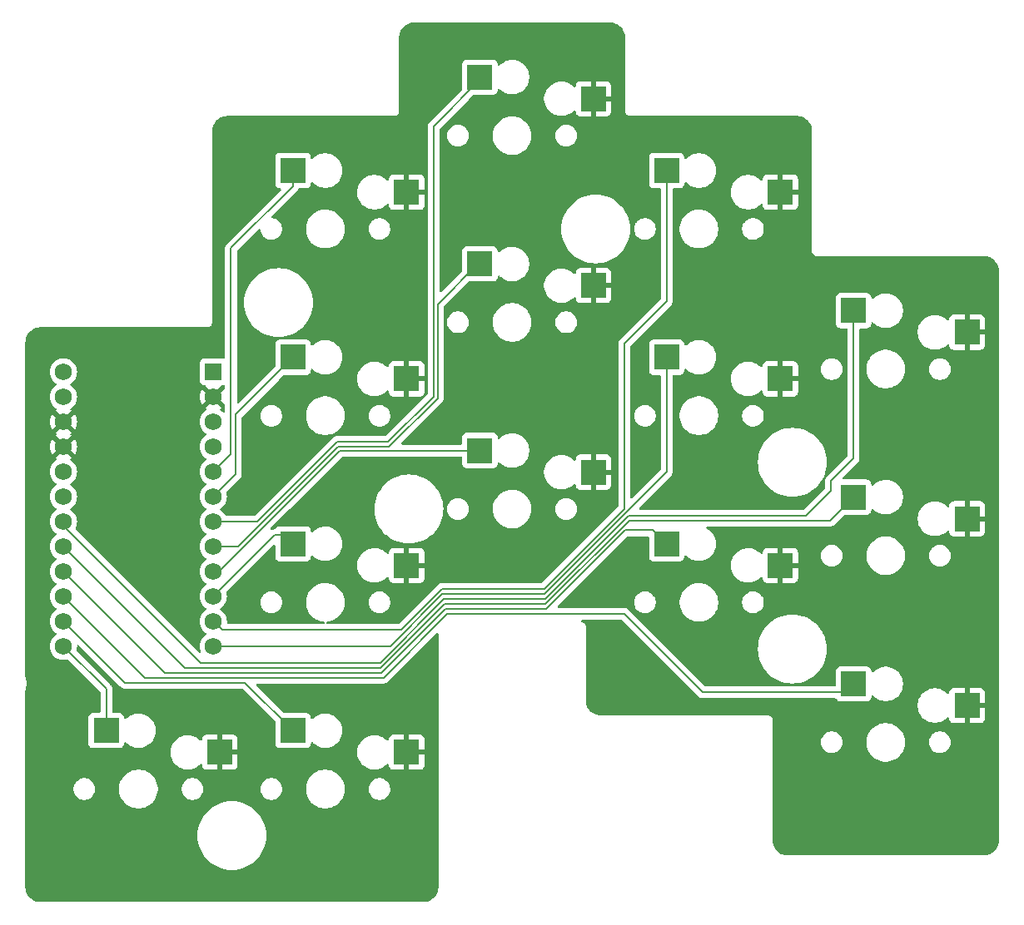
<source format=gbr>
%TF.GenerationSoftware,KiCad,Pcbnew,8.0.1*%
%TF.CreationDate,2024-11-14T23:06:03-08:00*%
%TF.ProjectId,roo_right_autorouted,726f6f5f-7269-4676-9874-5f6175746f72,0.1.0*%
%TF.SameCoordinates,Original*%
%TF.FileFunction,Copper,L2,Bot*%
%TF.FilePolarity,Positive*%
%FSLAX46Y46*%
G04 Gerber Fmt 4.6, Leading zero omitted, Abs format (unit mm)*
G04 Created by KiCad (PCBNEW 8.0.1) date 2024-11-14 23:06:03*
%MOMM*%
%LPD*%
G01*
G04 APERTURE LIST*
%TA.AperFunction,ComponentPad*%
%ADD10C,1.752600*%
%TD*%
%TA.AperFunction,ComponentPad*%
%ADD11R,1.752600X1.752600*%
%TD*%
%TA.AperFunction,SMDPad,CuDef*%
%ADD12R,2.600000X2.600000*%
%TD*%
%TA.AperFunction,Conductor*%
%ADD13C,0.200000*%
%TD*%
G04 APERTURE END LIST*
D10*
%TO.P,MCU1,24*%
%TO.N,P9*%
X166965800Y-154805800D03*
%TO.P,MCU1,23*%
%TO.N,P8*%
X166965800Y-152265800D03*
%TO.P,MCU1,22*%
%TO.N,P7*%
X166965800Y-149725800D03*
%TO.P,MCU1,21*%
%TO.N,P6*%
X166965800Y-147185800D03*
%TO.P,MCU1,20*%
%TO.N,P5*%
X166965800Y-144645800D03*
%TO.P,MCU1,19*%
%TO.N,P4*%
X166965800Y-142105800D03*
%TO.P,MCU1,18*%
%TO.N,P3*%
X166965800Y-139565800D03*
%TO.P,MCU1,17*%
%TO.N,P2*%
X166965800Y-137025800D03*
%TO.P,MCU1,16*%
%TO.N,GND*%
X166965800Y-134485800D03*
%TO.P,MCU1,15*%
X166965800Y-131945800D03*
%TO.P,MCU1,14*%
%TO.N,P0*%
X166965800Y-129405800D03*
%TO.P,MCU1,13*%
%TO.N,P1*%
X166965800Y-126865800D03*
%TO.P,MCU1,12*%
%TO.N,P10*%
X182205800Y-154805800D03*
%TO.P,MCU1,11*%
%TO.N,P16*%
X182205800Y-152265800D03*
%TO.P,MCU1,10*%
%TO.N,P14*%
X182205800Y-149725800D03*
%TO.P,MCU1,9*%
%TO.N,P15*%
X182205800Y-147185800D03*
%TO.P,MCU1,8*%
%TO.N,P18*%
X182205800Y-144645800D03*
%TO.P,MCU1,7*%
%TO.N,P19*%
X182205800Y-142105800D03*
%TO.P,MCU1,6*%
%TO.N,P20*%
X182205800Y-139565800D03*
%TO.P,MCU1,5*%
%TO.N,P21*%
X182205800Y-137025800D03*
%TO.P,MCU1,4*%
%TO.N,VCC*%
X182205800Y-134485800D03*
%TO.P,MCU1,3*%
%TO.N,RST*%
X182205800Y-131945800D03*
%TO.P,MCU1,2*%
%TO.N,GND*%
X182205800Y-129405800D03*
D11*
%TO.P,MCU1,1*%
%TO.N,RAW*%
X182205800Y-126865800D03*
%TD*%
D12*
%TO.P,S1,1*%
%TO.N,P7*%
X247310800Y-158635800D03*
%TO.P,S1,2*%
%TO.N,GND*%
X258860800Y-160835800D03*
%TD*%
%TO.P,S2,1*%
%TO.N,P5*%
X247310800Y-139635800D03*
%TO.P,S2,2*%
%TO.N,GND*%
X258860800Y-141835800D03*
%TD*%
%TO.P,S3,1*%
%TO.N,P4*%
X247310800Y-120635800D03*
%TO.P,S3,2*%
%TO.N,GND*%
X258860800Y-122835800D03*
%TD*%
%TO.P,S4,1*%
%TO.N,P6*%
X228310800Y-144385800D03*
%TO.P,S4,2*%
%TO.N,GND*%
X239860800Y-146585800D03*
%TD*%
%TO.P,S5,1*%
%TO.N,P10*%
X228310800Y-125385800D03*
%TO.P,S5,2*%
%TO.N,GND*%
X239860800Y-127585800D03*
%TD*%
%TO.P,S6,1*%
%TO.N,P16*%
X228310800Y-106385800D03*
%TO.P,S6,2*%
%TO.N,GND*%
X239860800Y-108585800D03*
%TD*%
%TO.P,S7,1*%
%TO.N,P15*%
X209310800Y-134885800D03*
%TO.P,S7,2*%
%TO.N,GND*%
X220860800Y-137085800D03*
%TD*%
%TO.P,S8,1*%
%TO.N,P18*%
X209310800Y-115885800D03*
%TO.P,S8,2*%
%TO.N,GND*%
X220860800Y-118085800D03*
%TD*%
%TO.P,S9,1*%
%TO.N,P19*%
X209310800Y-96885800D03*
%TO.P,S9,2*%
%TO.N,GND*%
X220860800Y-99085800D03*
%TD*%
%TO.P,S10,1*%
%TO.N,P14*%
X190310800Y-144385800D03*
%TO.P,S10,2*%
%TO.N,GND*%
X201860800Y-146585800D03*
%TD*%
%TO.P,S11,1*%
%TO.N,P20*%
X190310800Y-125385800D03*
%TO.P,S11,2*%
%TO.N,GND*%
X201860800Y-127585800D03*
%TD*%
%TO.P,S12,1*%
%TO.N,P21*%
X190310800Y-106385800D03*
%TO.P,S12,2*%
%TO.N,GND*%
X201860800Y-108585800D03*
%TD*%
%TO.P,S13,1*%
%TO.N,P8*%
X190310800Y-163385800D03*
%TO.P,S13,2*%
%TO.N,GND*%
X201860800Y-165585800D03*
%TD*%
%TO.P,S14,1*%
%TO.N,P9*%
X171310800Y-163385800D03*
%TO.P,S14,2*%
%TO.N,GND*%
X182860800Y-165585800D03*
%TD*%
D13*
%TO.N,P7*%
X206000000Y-151500000D02*
X224000000Y-151500000D01*
X224000000Y-151500000D02*
X232000000Y-159500000D01*
X199500000Y-158000000D02*
X206000000Y-151500000D01*
X175240000Y-158000000D02*
X199500000Y-158000000D01*
X232000000Y-159500000D02*
X246446600Y-159500000D01*
X246446600Y-159500000D02*
X247310800Y-158635800D01*
X166965800Y-149725800D02*
X175240000Y-158000000D01*
%TO.N,P4*%
X166965800Y-142535800D02*
X166965800Y-142105800D01*
X199170528Y-156500000D02*
X180930000Y-156500000D01*
X180930000Y-156500000D02*
X166965800Y-142535800D01*
X215934314Y-150000000D02*
X205670528Y-150000000D01*
X242500000Y-141500000D02*
X224434314Y-141500000D01*
X245000000Y-139000000D02*
X242500000Y-141500000D01*
X205670528Y-150000000D02*
X199170528Y-156500000D01*
X247310800Y-135689200D02*
X245000000Y-138000000D01*
X224434314Y-141500000D02*
X215934314Y-150000000D01*
X245000000Y-138000000D02*
X245000000Y-139000000D01*
X247310800Y-120635800D02*
X247310800Y-135689200D01*
%TO.N,P20*%
X184500000Y-137271600D02*
X182205800Y-139565800D01*
X190310800Y-125385800D02*
X184500000Y-131196600D01*
X184500000Y-131196600D02*
X184500000Y-137271600D01*
%TO.N,P19*%
X204600000Y-101900000D02*
X204600000Y-129400000D01*
X204600000Y-129400000D02*
X200000000Y-134000000D01*
X200000000Y-134000000D02*
X194814428Y-134000000D01*
X194814428Y-134000000D02*
X186708628Y-142105800D01*
X209310800Y-97189200D02*
X204600000Y-101900000D01*
X186708628Y-142105800D02*
X182205800Y-142105800D01*
X209310800Y-96885800D02*
X209310800Y-97189200D01*
%TO.N,P18*%
X194894314Y-134485800D02*
X184734314Y-144645800D01*
X200079886Y-134485800D02*
X194894314Y-134485800D01*
X205000000Y-120000000D02*
X205000000Y-129565686D01*
X209114200Y-115885800D02*
X205000000Y-120000000D01*
X209310800Y-115885800D02*
X209114200Y-115885800D01*
X205000000Y-129565686D02*
X200079886Y-134485800D01*
X184734314Y-144645800D02*
X182205800Y-144645800D01*
%TO.N,P15*%
X195060000Y-134885800D02*
X209310800Y-134885800D01*
X182760000Y-147185800D02*
X195060000Y-134885800D01*
X182205800Y-147185800D02*
X182760000Y-147185800D01*
%TO.N,P5*%
X247310800Y-139635800D02*
X244946600Y-142000000D01*
X244946600Y-142000000D02*
X224500000Y-142000000D01*
X216000000Y-150500000D02*
X205736214Y-150500000D01*
X179300000Y-157000000D02*
X175410000Y-153110000D01*
X224500000Y-142000000D02*
X216000000Y-150500000D01*
X205736214Y-150500000D02*
X199236214Y-157000000D01*
X175410000Y-153110000D02*
X175410000Y-153090000D01*
X199236214Y-157000000D02*
X179300000Y-157000000D01*
X175410000Y-153090000D02*
X166965800Y-144645800D01*
%TO.N,P6*%
X226925000Y-143000000D02*
X224065686Y-143000000D01*
X228310800Y-144385800D02*
X226925000Y-143000000D01*
X216065686Y-151000000D02*
X205801900Y-151000000D01*
X224065686Y-143000000D02*
X216065686Y-151000000D01*
X205801900Y-151000000D02*
X199301900Y-157500000D01*
X199301900Y-157500000D02*
X177280000Y-157500000D01*
X177280000Y-157500000D02*
X166965800Y-147185800D01*
%TO.N,P8*%
X166965800Y-152265800D02*
X173200000Y-158500000D01*
X173200000Y-158500000D02*
X185425000Y-158500000D01*
X185425000Y-158500000D02*
X190310800Y-163385800D01*
%TO.N,P10*%
X215868628Y-149500000D02*
X205500000Y-149500000D01*
X228310800Y-125385800D02*
X228310800Y-137057828D01*
X228310800Y-137057828D02*
X215868628Y-149500000D01*
X205500000Y-149500000D02*
X200194200Y-154805800D01*
X200194200Y-154805800D02*
X182205800Y-154805800D01*
%TO.N,P16*%
X228310800Y-106385800D02*
X228310800Y-119689200D01*
X205467157Y-148967157D02*
X201292214Y-153142100D01*
X224000000Y-124000000D02*
X224000000Y-140802942D01*
X228310800Y-119689200D02*
X224000000Y-124000000D01*
X183082100Y-153142100D02*
X182205800Y-152265800D01*
X215835785Y-148967157D02*
X205467157Y-148967157D01*
X224000000Y-140802942D02*
X215835785Y-148967157D01*
X201292214Y-153142100D02*
X183082100Y-153142100D01*
%TO.N,P21*%
X190310800Y-107987500D02*
X190310800Y-106385800D01*
X184000000Y-114298300D02*
X190310800Y-107987500D01*
X182205800Y-137025800D02*
X184000000Y-135231600D01*
X184000000Y-135231600D02*
X184000000Y-114298300D01*
%TO.N,P14*%
X188431600Y-143500000D02*
X182205800Y-149725800D01*
X189425000Y-143500000D02*
X188431600Y-143500000D01*
X190310800Y-144385800D02*
X189425000Y-143500000D01*
%TO.N,P9*%
X171310800Y-159150800D02*
X171310800Y-163385800D01*
X166965800Y-154805800D02*
X171310800Y-159150800D01*
%TD*%
%TA.AperFunction,Conductor*%
%TO.N,GND*%
G36*
X222519897Y-91336287D02*
G01*
X222581363Y-91336286D01*
X222590208Y-91336601D01*
X222790352Y-91350914D01*
X222807857Y-91353431D01*
X222999585Y-91395138D01*
X223016555Y-91400120D01*
X223200402Y-91468691D01*
X223216490Y-91476037D01*
X223276075Y-91508573D01*
X223388704Y-91570072D01*
X223403587Y-91579637D01*
X223560664Y-91697221D01*
X223574036Y-91708807D01*
X223712779Y-91847548D01*
X223724365Y-91860919D01*
X223841950Y-92017992D01*
X223851515Y-92032875D01*
X223945551Y-92205085D01*
X223952901Y-92221179D01*
X224021471Y-92405021D01*
X224026455Y-92421996D01*
X224068164Y-92613720D01*
X224070682Y-92631232D01*
X224084970Y-92830980D01*
X224085286Y-92839827D01*
X224085286Y-100401677D01*
X224119394Y-100528973D01*
X224139863Y-100564426D01*
X224185286Y-100643100D01*
X224278472Y-100736286D01*
X224392600Y-100802178D01*
X224519894Y-100836286D01*
X224519896Y-100836286D01*
X241519893Y-100836286D01*
X241519897Y-100836287D01*
X241581363Y-100836286D01*
X241590208Y-100836601D01*
X241790352Y-100850914D01*
X241807857Y-100853431D01*
X241999585Y-100895138D01*
X242016555Y-100900120D01*
X242200402Y-100968691D01*
X242216490Y-100976037D01*
X242276075Y-101008573D01*
X242388704Y-101070072D01*
X242403587Y-101079637D01*
X242560664Y-101197221D01*
X242574036Y-101208807D01*
X242712779Y-101347548D01*
X242724365Y-101360919D01*
X242841950Y-101517992D01*
X242851515Y-101532875D01*
X242945551Y-101705085D01*
X242952901Y-101721179D01*
X243021471Y-101905021D01*
X243026455Y-101921996D01*
X243068164Y-102113720D01*
X243070682Y-102131232D01*
X243084970Y-102330980D01*
X243085286Y-102339827D01*
X243085286Y-114651677D01*
X243119394Y-114778973D01*
X243139863Y-114814426D01*
X243185286Y-114893100D01*
X243278472Y-114986286D01*
X243392600Y-115052178D01*
X243519894Y-115086286D01*
X243519896Y-115086286D01*
X260519893Y-115086286D01*
X260519897Y-115086287D01*
X260581363Y-115086286D01*
X260590208Y-115086601D01*
X260790352Y-115100914D01*
X260807857Y-115103431D01*
X260999585Y-115145138D01*
X261016555Y-115150120D01*
X261200402Y-115218691D01*
X261216493Y-115226039D01*
X261388704Y-115320072D01*
X261403587Y-115329637D01*
X261560664Y-115447221D01*
X261574036Y-115458807D01*
X261712779Y-115597548D01*
X261724365Y-115610919D01*
X261841950Y-115767992D01*
X261851515Y-115782875D01*
X261945551Y-115955085D01*
X261952901Y-115971179D01*
X262021471Y-116155021D01*
X262026455Y-116171996D01*
X262068164Y-116363720D01*
X262070682Y-116381232D01*
X262084970Y-116580980D01*
X262085286Y-116589827D01*
X262085286Y-174512286D01*
X262085285Y-174512304D01*
X262085285Y-174581364D01*
X262084969Y-174590209D01*
X262070657Y-174790345D01*
X262068139Y-174807858D01*
X262026433Y-174999580D01*
X262021449Y-175016555D01*
X261952881Y-175200396D01*
X261945531Y-175216490D01*
X261851498Y-175388699D01*
X261841933Y-175403582D01*
X261724351Y-175560654D01*
X261712765Y-175574025D01*
X261574025Y-175712765D01*
X261560654Y-175724351D01*
X261403582Y-175841933D01*
X261388699Y-175851498D01*
X261216490Y-175945531D01*
X261200396Y-175952881D01*
X261016555Y-176021449D01*
X260999580Y-176026433D01*
X260807858Y-176068139D01*
X260790345Y-176070657D01*
X260590209Y-176084969D01*
X260581364Y-176085285D01*
X260512303Y-176085285D01*
X260512287Y-176085286D01*
X240590219Y-176085286D01*
X240581372Y-176084970D01*
X240381236Y-176070654D01*
X240363724Y-176068136D01*
X240172004Y-176026428D01*
X240155029Y-176021444D01*
X239971190Y-175952875D01*
X239955096Y-175945524D01*
X239782891Y-175851490D01*
X239768008Y-175841926D01*
X239610938Y-175724344D01*
X239597567Y-175712758D01*
X239458828Y-175574018D01*
X239447242Y-175560647D01*
X239329660Y-175403573D01*
X239320095Y-175388689D01*
X239226064Y-175216481D01*
X239218715Y-175200387D01*
X239150149Y-175016549D01*
X239145165Y-174999575D01*
X239103458Y-174807849D01*
X239100942Y-174790350D01*
X239086602Y-174589816D01*
X239086286Y-174580969D01*
X239086287Y-174519897D01*
X239086286Y-174519893D01*
X239086286Y-164672487D01*
X243984400Y-164672487D01*
X244011520Y-164843713D01*
X244065090Y-165008588D01*
X244065091Y-165008591D01*
X244130163Y-165136300D01*
X244143798Y-165163060D01*
X244245699Y-165303314D01*
X244368286Y-165425901D01*
X244508540Y-165527802D01*
X244584302Y-165566404D01*
X244663008Y-165606508D01*
X244663011Y-165606509D01*
X244745448Y-165633294D01*
X244827888Y-165660080D01*
X244907191Y-165672640D01*
X244999113Y-165687200D01*
X244999118Y-165687200D01*
X245172487Y-165687200D01*
X245255495Y-165674052D01*
X245343712Y-165660080D01*
X245508591Y-165606508D01*
X245663060Y-165527802D01*
X245803314Y-165425901D01*
X245925901Y-165303314D01*
X246027802Y-165163060D01*
X246106508Y-165008591D01*
X246160080Y-164843712D01*
X246177508Y-164733676D01*
X246180530Y-164714600D01*
X248620800Y-164714600D01*
X248637891Y-164844411D01*
X248654422Y-164969975D01*
X248678823Y-165061043D01*
X248721089Y-165218782D01*
X248819659Y-165456752D01*
X248819667Y-165456769D01*
X248948452Y-165679830D01*
X248948463Y-165679846D01*
X249105263Y-165884192D01*
X249105269Y-165884199D01*
X249287400Y-166066330D01*
X249287406Y-166066335D01*
X249491762Y-166223143D01*
X249491769Y-166223147D01*
X249714830Y-166351932D01*
X249714835Y-166351934D01*
X249714838Y-166351936D01*
X249714842Y-166351937D01*
X249714847Y-166351940D01*
X249738352Y-166361676D01*
X249952816Y-166450510D01*
X250201625Y-166517178D01*
X250457007Y-166550800D01*
X250457014Y-166550800D01*
X250714586Y-166550800D01*
X250714593Y-166550800D01*
X250969975Y-166517178D01*
X251218784Y-166450510D01*
X251456762Y-166351936D01*
X251679838Y-166223143D01*
X251884194Y-166066335D01*
X252066335Y-165884194D01*
X252223143Y-165679838D01*
X252351936Y-165456762D01*
X252450510Y-165218784D01*
X252517178Y-164969975D01*
X252550800Y-164714593D01*
X252550800Y-164672487D01*
X254984400Y-164672487D01*
X255011520Y-164843713D01*
X255065090Y-165008588D01*
X255065091Y-165008591D01*
X255130163Y-165136300D01*
X255143798Y-165163060D01*
X255245699Y-165303314D01*
X255368286Y-165425901D01*
X255508540Y-165527802D01*
X255584302Y-165566404D01*
X255663008Y-165606508D01*
X255663011Y-165606509D01*
X255745448Y-165633294D01*
X255827888Y-165660080D01*
X255907191Y-165672640D01*
X255999113Y-165687200D01*
X255999118Y-165687200D01*
X256172487Y-165687200D01*
X256255495Y-165674052D01*
X256343712Y-165660080D01*
X256508591Y-165606508D01*
X256663060Y-165527802D01*
X256803314Y-165425901D01*
X256925901Y-165303314D01*
X257027802Y-165163060D01*
X257106508Y-165008591D01*
X257160080Y-164843712D01*
X257177508Y-164733676D01*
X257187200Y-164672487D01*
X257187200Y-164499112D01*
X257171288Y-164398651D01*
X257160080Y-164327888D01*
X257111518Y-164178427D01*
X257106509Y-164163011D01*
X257106508Y-164163008D01*
X257066404Y-164084302D01*
X257027802Y-164008540D01*
X256925901Y-163868286D01*
X256803314Y-163745699D01*
X256663060Y-163643798D01*
X256508591Y-163565091D01*
X256508588Y-163565090D01*
X256343713Y-163511520D01*
X256172487Y-163484400D01*
X256172482Y-163484400D01*
X255999118Y-163484400D01*
X255999113Y-163484400D01*
X255827886Y-163511520D01*
X255663011Y-163565090D01*
X255663008Y-163565091D01*
X255508539Y-163643798D01*
X255428519Y-163701936D01*
X255368286Y-163745699D01*
X255368284Y-163745701D01*
X255368283Y-163745701D01*
X255245701Y-163868283D01*
X255245701Y-163868284D01*
X255245699Y-163868286D01*
X255204754Y-163924642D01*
X255143798Y-164008539D01*
X255065091Y-164163008D01*
X255065090Y-164163011D01*
X255011520Y-164327886D01*
X254984400Y-164499112D01*
X254984400Y-164672487D01*
X252550800Y-164672487D01*
X252550800Y-164457007D01*
X252517178Y-164201625D01*
X252450510Y-163952816D01*
X252364719Y-163745699D01*
X252351940Y-163714847D01*
X252351932Y-163714830D01*
X252223147Y-163491769D01*
X252223143Y-163491762D01*
X252066335Y-163287406D01*
X252066330Y-163287400D01*
X251884199Y-163105269D01*
X251884192Y-163105263D01*
X251679846Y-162948463D01*
X251679844Y-162948461D01*
X251679838Y-162948457D01*
X251679833Y-162948454D01*
X251679830Y-162948452D01*
X251456769Y-162819667D01*
X251456752Y-162819659D01*
X251218782Y-162721089D01*
X251061043Y-162678823D01*
X250969975Y-162654422D01*
X250938052Y-162650219D01*
X250714600Y-162620800D01*
X250714593Y-162620800D01*
X250457007Y-162620800D01*
X250456999Y-162620800D01*
X250201625Y-162654422D01*
X249952817Y-162721089D01*
X249714847Y-162819659D01*
X249714830Y-162819667D01*
X249491769Y-162948452D01*
X249491753Y-162948463D01*
X249287407Y-163105263D01*
X249287400Y-163105269D01*
X249105269Y-163287400D01*
X249105263Y-163287407D01*
X248948463Y-163491753D01*
X248948452Y-163491769D01*
X248819667Y-163714830D01*
X248819659Y-163714847D01*
X248721089Y-163952817D01*
X248654422Y-164201625D01*
X248620800Y-164456999D01*
X248620800Y-164714600D01*
X246180530Y-164714600D01*
X246187200Y-164672487D01*
X246187200Y-164499112D01*
X246171288Y-164398651D01*
X246160080Y-164327888D01*
X246111518Y-164178427D01*
X246106509Y-164163011D01*
X246106508Y-164163008D01*
X246066404Y-164084302D01*
X246027802Y-164008540D01*
X245925901Y-163868286D01*
X245803314Y-163745699D01*
X245663060Y-163643798D01*
X245508591Y-163565091D01*
X245508588Y-163565090D01*
X245343713Y-163511520D01*
X245172487Y-163484400D01*
X245172482Y-163484400D01*
X244999118Y-163484400D01*
X244999113Y-163484400D01*
X244827886Y-163511520D01*
X244663011Y-163565090D01*
X244663008Y-163565091D01*
X244508539Y-163643798D01*
X244428519Y-163701936D01*
X244368286Y-163745699D01*
X244368284Y-163745701D01*
X244368283Y-163745701D01*
X244245701Y-163868283D01*
X244245701Y-163868284D01*
X244245699Y-163868286D01*
X244204754Y-163924642D01*
X244143798Y-164008539D01*
X244065091Y-164163008D01*
X244065090Y-164163011D01*
X244011520Y-164327886D01*
X243984400Y-164499112D01*
X243984400Y-164672487D01*
X239086286Y-164672487D01*
X239086286Y-162269894D01*
X239052178Y-162142600D01*
X238986286Y-162028472D01*
X238893100Y-161935286D01*
X238836036Y-161902340D01*
X238778973Y-161869394D01*
X238682225Y-161843471D01*
X238651678Y-161835286D01*
X238651677Y-161835286D01*
X221590219Y-161835286D01*
X221581372Y-161834970D01*
X221381236Y-161820654D01*
X221363724Y-161818136D01*
X221172004Y-161776428D01*
X221155029Y-161771444D01*
X220971190Y-161702875D01*
X220955096Y-161695524D01*
X220782891Y-161601490D01*
X220768008Y-161591926D01*
X220610938Y-161474344D01*
X220597567Y-161462758D01*
X220458828Y-161324018D01*
X220447242Y-161310647D01*
X220329660Y-161153573D01*
X220320095Y-161138689D01*
X220226064Y-160966481D01*
X220218785Y-160950541D01*
X253835300Y-160950541D01*
X253837399Y-160966481D01*
X253865252Y-161178038D01*
X253904367Y-161324018D01*
X253924642Y-161399687D01*
X254012450Y-161611676D01*
X254012457Y-161611690D01*
X254127192Y-161810417D01*
X254266881Y-161992461D01*
X254266889Y-161992470D01*
X254429130Y-162154711D01*
X254429138Y-162154718D01*
X254611182Y-162294407D01*
X254611185Y-162294408D01*
X254611188Y-162294411D01*
X254809912Y-162409144D01*
X254809917Y-162409146D01*
X254809923Y-162409149D01*
X254871211Y-162434535D01*
X255021913Y-162496958D01*
X255243562Y-162556348D01*
X255471066Y-162586300D01*
X255471073Y-162586300D01*
X255700527Y-162586300D01*
X255700534Y-162586300D01*
X255928038Y-162556348D01*
X256149687Y-162496958D01*
X256361688Y-162409144D01*
X256560412Y-162294411D01*
X256742461Y-162154719D01*
X256742465Y-162154714D01*
X256742470Y-162154711D01*
X256849119Y-162048062D01*
X256910442Y-162014577D01*
X256980134Y-162019561D01*
X257036067Y-162061433D01*
X257060484Y-162126897D01*
X257060800Y-162135743D01*
X257060800Y-162183644D01*
X257067201Y-162243172D01*
X257067203Y-162243179D01*
X257117445Y-162377886D01*
X257117449Y-162377893D01*
X257203609Y-162492987D01*
X257203612Y-162492990D01*
X257318706Y-162579150D01*
X257318713Y-162579154D01*
X257453420Y-162629396D01*
X257453427Y-162629398D01*
X257512955Y-162635799D01*
X257512972Y-162635800D01*
X258610800Y-162635800D01*
X258610800Y-161085800D01*
X259110800Y-161085800D01*
X259110800Y-162635800D01*
X260208628Y-162635800D01*
X260208644Y-162635799D01*
X260268172Y-162629398D01*
X260268179Y-162629396D01*
X260402886Y-162579154D01*
X260402893Y-162579150D01*
X260517987Y-162492990D01*
X260517990Y-162492987D01*
X260604150Y-162377893D01*
X260604154Y-162377886D01*
X260654396Y-162243179D01*
X260654398Y-162243172D01*
X260660799Y-162183644D01*
X260660800Y-162183627D01*
X260660800Y-161085800D01*
X259110800Y-161085800D01*
X258610800Y-161085800D01*
X258610800Y-159035800D01*
X259110800Y-159035800D01*
X259110800Y-160585800D01*
X260660800Y-160585800D01*
X260660800Y-159487972D01*
X260660799Y-159487955D01*
X260654398Y-159428427D01*
X260654396Y-159428420D01*
X260604154Y-159293713D01*
X260604150Y-159293706D01*
X260517990Y-159178612D01*
X260517987Y-159178609D01*
X260402893Y-159092449D01*
X260402886Y-159092445D01*
X260268179Y-159042203D01*
X260268172Y-159042201D01*
X260208644Y-159035800D01*
X259110800Y-159035800D01*
X258610800Y-159035800D01*
X257512955Y-159035800D01*
X257453427Y-159042201D01*
X257453420Y-159042203D01*
X257318713Y-159092445D01*
X257318706Y-159092449D01*
X257203612Y-159178609D01*
X257203609Y-159178612D01*
X257117449Y-159293706D01*
X257117445Y-159293713D01*
X257067203Y-159428420D01*
X257067201Y-159428427D01*
X257060800Y-159487955D01*
X257060800Y-159535857D01*
X257041115Y-159602896D01*
X256988311Y-159648651D01*
X256919153Y-159658595D01*
X256855597Y-159629570D01*
X256849119Y-159623538D01*
X256742470Y-159516889D01*
X256742461Y-159516881D01*
X256560417Y-159377192D01*
X256361690Y-159262457D01*
X256361676Y-159262450D01*
X256149687Y-159174642D01*
X255928038Y-159115252D01*
X255890015Y-159110246D01*
X255700541Y-159085300D01*
X255700534Y-159085300D01*
X255471066Y-159085300D01*
X255471058Y-159085300D01*
X255254515Y-159113809D01*
X255243562Y-159115252D01*
X255225152Y-159120185D01*
X255021912Y-159174642D01*
X254809923Y-159262450D01*
X254809909Y-159262457D01*
X254611182Y-159377192D01*
X254429138Y-159516881D01*
X254266881Y-159679138D01*
X254127192Y-159861182D01*
X254012457Y-160059909D01*
X254012450Y-160059923D01*
X253924642Y-160271912D01*
X253865253Y-160493559D01*
X253865251Y-160493570D01*
X253835300Y-160721058D01*
X253835300Y-160950541D01*
X220218785Y-160950541D01*
X220218715Y-160950387D01*
X220150149Y-160766549D01*
X220145165Y-160749575D01*
X220103458Y-160557849D01*
X220100942Y-160540344D01*
X220097596Y-160493559D01*
X220086602Y-160339816D01*
X220086286Y-160330969D01*
X220086287Y-160269897D01*
X220086286Y-160269893D01*
X220086286Y-152769894D01*
X220052178Y-152642600D01*
X219986286Y-152528472D01*
X219893100Y-152435286D01*
X219799511Y-152381252D01*
X219778973Y-152369394D01*
X219744555Y-152360172D01*
X219685222Y-152344274D01*
X219625563Y-152307910D01*
X219595034Y-152245063D01*
X219603329Y-152175688D01*
X219647814Y-152121810D01*
X219714366Y-152100535D01*
X219717317Y-152100500D01*
X223699903Y-152100500D01*
X223766942Y-152120185D01*
X223787584Y-152136819D01*
X231515139Y-159864374D01*
X231515149Y-159864385D01*
X231519479Y-159868715D01*
X231519480Y-159868716D01*
X231631284Y-159980520D01*
X231631286Y-159980521D01*
X231631290Y-159980524D01*
X231739999Y-160043286D01*
X231768216Y-160059577D01*
X231880019Y-160089534D01*
X231920942Y-160100500D01*
X231920943Y-160100500D01*
X245451954Y-160100500D01*
X245518993Y-160120185D01*
X245562554Y-160170457D01*
X245562754Y-160170348D01*
X245563255Y-160171266D01*
X245564748Y-160172989D01*
X245566484Y-160177180D01*
X245567005Y-160178133D01*
X245653252Y-160293344D01*
X245653255Y-160293347D01*
X245768464Y-160379593D01*
X245768471Y-160379597D01*
X245903317Y-160429891D01*
X245903316Y-160429891D01*
X245910244Y-160430635D01*
X245962927Y-160436300D01*
X248658672Y-160436299D01*
X248718283Y-160429891D01*
X248853131Y-160379596D01*
X248968346Y-160293346D01*
X249054596Y-160178131D01*
X249104891Y-160043283D01*
X249111300Y-159983673D01*
X249111299Y-159936240D01*
X249130982Y-159869205D01*
X249183785Y-159823449D01*
X249252944Y-159813504D01*
X249316500Y-159842527D01*
X249322980Y-159848561D01*
X249429130Y-159954711D01*
X249429138Y-159954718D01*
X249611182Y-160094407D01*
X249611185Y-160094408D01*
X249611188Y-160094411D01*
X249809912Y-160209144D01*
X249809917Y-160209146D01*
X249809923Y-160209149D01*
X249901280Y-160246990D01*
X250021913Y-160296958D01*
X250243562Y-160356348D01*
X250471066Y-160386300D01*
X250471073Y-160386300D01*
X250700527Y-160386300D01*
X250700534Y-160386300D01*
X250928038Y-160356348D01*
X251149687Y-160296958D01*
X251361688Y-160209144D01*
X251560412Y-160094411D01*
X251742461Y-159954719D01*
X251742465Y-159954714D01*
X251742470Y-159954711D01*
X251904711Y-159792470D01*
X251904714Y-159792465D01*
X251904719Y-159792461D01*
X252044411Y-159610412D01*
X252159144Y-159411688D01*
X252246958Y-159199687D01*
X252306348Y-158978038D01*
X252336300Y-158750534D01*
X252336300Y-158521066D01*
X252306348Y-158293562D01*
X252246958Y-158071913D01*
X252184712Y-157921638D01*
X252159149Y-157859923D01*
X252159146Y-157859917D01*
X252159144Y-157859912D01*
X252044411Y-157661188D01*
X252044408Y-157661185D01*
X252044407Y-157661182D01*
X251904718Y-157479138D01*
X251904711Y-157479130D01*
X251742470Y-157316889D01*
X251742461Y-157316881D01*
X251560417Y-157177192D01*
X251361690Y-157062457D01*
X251361676Y-157062450D01*
X251149687Y-156974642D01*
X250928038Y-156915252D01*
X250890015Y-156910246D01*
X250700541Y-156885300D01*
X250700534Y-156885300D01*
X250471066Y-156885300D01*
X250471058Y-156885300D01*
X250254515Y-156913809D01*
X250243562Y-156915252D01*
X250149876Y-156940354D01*
X250021912Y-156974642D01*
X249809923Y-157062450D01*
X249809909Y-157062457D01*
X249611182Y-157177192D01*
X249429138Y-157316881D01*
X249322980Y-157423039D01*
X249261657Y-157456524D01*
X249191965Y-157451540D01*
X249136032Y-157409668D01*
X249111615Y-157344204D01*
X249111299Y-157335358D01*
X249111299Y-157287929D01*
X249111298Y-157287923D01*
X249111297Y-157287916D01*
X249104891Y-157228317D01*
X249092906Y-157196184D01*
X249054597Y-157093471D01*
X249054593Y-157093464D01*
X248968347Y-156978255D01*
X248968344Y-156978252D01*
X248853135Y-156892006D01*
X248853128Y-156892002D01*
X248718282Y-156841708D01*
X248718283Y-156841708D01*
X248658683Y-156835301D01*
X248658681Y-156835300D01*
X248658673Y-156835300D01*
X248658664Y-156835300D01*
X245962929Y-156835300D01*
X245962923Y-156835301D01*
X245903316Y-156841708D01*
X245768471Y-156892002D01*
X245768464Y-156892006D01*
X245653255Y-156978252D01*
X245653252Y-156978255D01*
X245567006Y-157093464D01*
X245567002Y-157093471D01*
X245516708Y-157228317D01*
X245510301Y-157287916D01*
X245510300Y-157287927D01*
X245510300Y-158071913D01*
X245510301Y-158775500D01*
X245490616Y-158842539D01*
X245437813Y-158888294D01*
X245386301Y-158899500D01*
X232300097Y-158899500D01*
X232233058Y-158879815D01*
X232212416Y-158863181D01*
X228435021Y-155085786D01*
X237580482Y-155085786D01*
X237599684Y-155452191D01*
X237631703Y-155654348D01*
X237657081Y-155814580D01*
X237696678Y-155962359D01*
X237752046Y-156168992D01*
X237883532Y-156511525D01*
X238050106Y-156838442D01*
X238249933Y-157146150D01*
X238364733Y-157287916D01*
X238480837Y-157431292D01*
X238740280Y-157690735D01*
X238740284Y-157690738D01*
X239025421Y-157921638D01*
X239333129Y-158121465D01*
X239333134Y-158121468D01*
X239660050Y-158288041D01*
X240002587Y-158419528D01*
X240356992Y-158514491D01*
X240719382Y-158571888D01*
X241064644Y-158589982D01*
X241085785Y-158591090D01*
X241085786Y-158591090D01*
X241085787Y-158591090D01*
X241106928Y-158589982D01*
X241452190Y-158571888D01*
X241814580Y-158514491D01*
X242168985Y-158419528D01*
X242511522Y-158288041D01*
X242838438Y-158121468D01*
X243146152Y-157921637D01*
X243431292Y-157690735D01*
X243690735Y-157431292D01*
X243921637Y-157146152D01*
X244121468Y-156838438D01*
X244288041Y-156511522D01*
X244419528Y-156168985D01*
X244514491Y-155814580D01*
X244571888Y-155452190D01*
X244591090Y-155085786D01*
X244571888Y-154719382D01*
X244514491Y-154356992D01*
X244419528Y-154002587D01*
X244288041Y-153660050D01*
X244282532Y-153649239D01*
X244178737Y-153445530D01*
X244121468Y-153333134D01*
X244121465Y-153333129D01*
X243921638Y-153025421D01*
X243715823Y-152771261D01*
X243690735Y-152740280D01*
X243431292Y-152480837D01*
X243308315Y-152381252D01*
X243146150Y-152249933D01*
X242838442Y-152050106D01*
X242511525Y-151883532D01*
X242168992Y-151752046D01*
X242168985Y-151752044D01*
X241814580Y-151657081D01*
X241814576Y-151657080D01*
X241814575Y-151657080D01*
X241452191Y-151599684D01*
X241085787Y-151580482D01*
X241085785Y-151580482D01*
X240719380Y-151599684D01*
X240356997Y-151657080D01*
X240356995Y-151657080D01*
X240002579Y-151752046D01*
X239660046Y-151883532D01*
X239333129Y-152050106D01*
X239025421Y-152249933D01*
X238740284Y-152480833D01*
X238740276Y-152480840D01*
X238480840Y-152740276D01*
X238480833Y-152740284D01*
X238249933Y-153025421D01*
X238050106Y-153333129D01*
X237883532Y-153660046D01*
X237752046Y-154002579D01*
X237657080Y-154356995D01*
X237657080Y-154356997D01*
X237599684Y-154719380D01*
X237580482Y-155085785D01*
X237580482Y-155085786D01*
X228435021Y-155085786D01*
X224487590Y-151138355D01*
X224487588Y-151138352D01*
X224368717Y-151019481D01*
X224368716Y-151019480D01*
X224280907Y-150968784D01*
X224231785Y-150940423D01*
X224079057Y-150899499D01*
X223920943Y-150899499D01*
X223913347Y-150899499D01*
X223913331Y-150899500D01*
X217314783Y-150899500D01*
X217247744Y-150879815D01*
X217201989Y-150827011D01*
X217192045Y-150757853D01*
X217221070Y-150694297D01*
X217227102Y-150687819D01*
X217492434Y-150422487D01*
X224984400Y-150422487D01*
X225011520Y-150593713D01*
X225065090Y-150758588D01*
X225065091Y-150758591D01*
X225130389Y-150886744D01*
X225143798Y-150913060D01*
X225245699Y-151053314D01*
X225368286Y-151175901D01*
X225508540Y-151277802D01*
X225584302Y-151316404D01*
X225663008Y-151356508D01*
X225663011Y-151356509D01*
X225745448Y-151383294D01*
X225827888Y-151410080D01*
X225907191Y-151422640D01*
X225999113Y-151437200D01*
X225999118Y-151437200D01*
X226172487Y-151437200D01*
X226255495Y-151424052D01*
X226343712Y-151410080D01*
X226508591Y-151356508D01*
X226663060Y-151277802D01*
X226803314Y-151175901D01*
X226925901Y-151053314D01*
X227027802Y-150913060D01*
X227106508Y-150758591D01*
X227160080Y-150593712D01*
X227174052Y-150505495D01*
X227180530Y-150464600D01*
X229620800Y-150464600D01*
X229637799Y-150593712D01*
X229654422Y-150719975D01*
X229664768Y-150758588D01*
X229721089Y-150968782D01*
X229819659Y-151206752D01*
X229819667Y-151206769D01*
X229948452Y-151429830D01*
X229948463Y-151429846D01*
X230105263Y-151634192D01*
X230105269Y-151634199D01*
X230287400Y-151816330D01*
X230287406Y-151816335D01*
X230491762Y-151973143D01*
X230491769Y-151973147D01*
X230714830Y-152101932D01*
X230714835Y-152101934D01*
X230714838Y-152101936D01*
X230714842Y-152101937D01*
X230714847Y-152101940D01*
X230799053Y-152136819D01*
X230952816Y-152200510D01*
X231201625Y-152267178D01*
X231457007Y-152300800D01*
X231457014Y-152300800D01*
X231714586Y-152300800D01*
X231714593Y-152300800D01*
X231969975Y-152267178D01*
X232218784Y-152200510D01*
X232456762Y-152101936D01*
X232679838Y-151973143D01*
X232884194Y-151816335D01*
X233066335Y-151634194D01*
X233223143Y-151429838D01*
X233351936Y-151206762D01*
X233450510Y-150968784D01*
X233517178Y-150719975D01*
X233550800Y-150464593D01*
X233550800Y-150422487D01*
X235984400Y-150422487D01*
X236011520Y-150593713D01*
X236065090Y-150758588D01*
X236065091Y-150758591D01*
X236130389Y-150886744D01*
X236143798Y-150913060D01*
X236245699Y-151053314D01*
X236368286Y-151175901D01*
X236508540Y-151277802D01*
X236584302Y-151316404D01*
X236663008Y-151356508D01*
X236663011Y-151356509D01*
X236745448Y-151383294D01*
X236827888Y-151410080D01*
X236907191Y-151422640D01*
X236999113Y-151437200D01*
X236999118Y-151437200D01*
X237172487Y-151437200D01*
X237255495Y-151424052D01*
X237343712Y-151410080D01*
X237508591Y-151356508D01*
X237663060Y-151277802D01*
X237803314Y-151175901D01*
X237925901Y-151053314D01*
X238027802Y-150913060D01*
X238106508Y-150758591D01*
X238160080Y-150593712D01*
X238174052Y-150505495D01*
X238187200Y-150422487D01*
X238187200Y-150249112D01*
X238165663Y-150113139D01*
X238160080Y-150077888D01*
X238133294Y-149995448D01*
X238106509Y-149913011D01*
X238106508Y-149913008D01*
X238027801Y-149758539D01*
X238004019Y-149725806D01*
X237925901Y-149618286D01*
X237803314Y-149495699D01*
X237663060Y-149393798D01*
X237603723Y-149363564D01*
X237508591Y-149315091D01*
X237508588Y-149315090D01*
X237343713Y-149261520D01*
X237172487Y-149234400D01*
X237172482Y-149234400D01*
X236999118Y-149234400D01*
X236999113Y-149234400D01*
X236827886Y-149261520D01*
X236663011Y-149315090D01*
X236663008Y-149315091D01*
X236508539Y-149393798D01*
X236428519Y-149451936D01*
X236368286Y-149495699D01*
X236368284Y-149495701D01*
X236368283Y-149495701D01*
X236245701Y-149618283D01*
X236245701Y-149618284D01*
X236245699Y-149618286D01*
X236238783Y-149627805D01*
X236143798Y-149758539D01*
X236065091Y-149913008D01*
X236065090Y-149913011D01*
X236011520Y-150077886D01*
X235984400Y-150249112D01*
X235984400Y-150422487D01*
X233550800Y-150422487D01*
X233550800Y-150207007D01*
X233517178Y-149951625D01*
X233450510Y-149702816D01*
X233351936Y-149464838D01*
X233351934Y-149464835D01*
X233351932Y-149464830D01*
X233223147Y-149241769D01*
X233223143Y-149241762D01*
X233066335Y-149037406D01*
X233066330Y-149037400D01*
X232884199Y-148855269D01*
X232884192Y-148855263D01*
X232679846Y-148698463D01*
X232679844Y-148698461D01*
X232679838Y-148698457D01*
X232679833Y-148698454D01*
X232679830Y-148698452D01*
X232456769Y-148569667D01*
X232456752Y-148569659D01*
X232218782Y-148471089D01*
X232061043Y-148428823D01*
X231969975Y-148404422D01*
X231938052Y-148400219D01*
X231714600Y-148370800D01*
X231714593Y-148370800D01*
X231457007Y-148370800D01*
X231456999Y-148370800D01*
X231201625Y-148404422D01*
X230952817Y-148471089D01*
X230714847Y-148569659D01*
X230714830Y-148569667D01*
X230491769Y-148698452D01*
X230491753Y-148698463D01*
X230287407Y-148855263D01*
X230287400Y-148855269D01*
X230105269Y-149037400D01*
X230105263Y-149037407D01*
X229948463Y-149241753D01*
X229948452Y-149241769D01*
X229819667Y-149464830D01*
X229819659Y-149464847D01*
X229721089Y-149702817D01*
X229654422Y-149951625D01*
X229620800Y-150206999D01*
X229620800Y-150464600D01*
X227180530Y-150464600D01*
X227187200Y-150422487D01*
X227187200Y-150249112D01*
X227165663Y-150113139D01*
X227160080Y-150077888D01*
X227133294Y-149995448D01*
X227106509Y-149913011D01*
X227106508Y-149913008D01*
X227027801Y-149758539D01*
X227004019Y-149725806D01*
X226925901Y-149618286D01*
X226803314Y-149495699D01*
X226663060Y-149393798D01*
X226603723Y-149363564D01*
X226508591Y-149315091D01*
X226508588Y-149315090D01*
X226343713Y-149261520D01*
X226172487Y-149234400D01*
X226172482Y-149234400D01*
X225999118Y-149234400D01*
X225999113Y-149234400D01*
X225827886Y-149261520D01*
X225663011Y-149315090D01*
X225663008Y-149315091D01*
X225508539Y-149393798D01*
X225428519Y-149451936D01*
X225368286Y-149495699D01*
X225368284Y-149495701D01*
X225368283Y-149495701D01*
X225245701Y-149618283D01*
X225245701Y-149618284D01*
X225245699Y-149618286D01*
X225238783Y-149627805D01*
X225143798Y-149758539D01*
X225065091Y-149913008D01*
X225065090Y-149913011D01*
X225011520Y-150077886D01*
X224984400Y-150249112D01*
X224984400Y-150422487D01*
X217492434Y-150422487D01*
X221214380Y-146700541D01*
X234835300Y-146700541D01*
X234851497Y-146823564D01*
X234865252Y-146928038D01*
X234902576Y-147067335D01*
X234924642Y-147149687D01*
X235012450Y-147361676D01*
X235012457Y-147361690D01*
X235127192Y-147560417D01*
X235266881Y-147742461D01*
X235266889Y-147742470D01*
X235429130Y-147904711D01*
X235429138Y-147904718D01*
X235611182Y-148044407D01*
X235611185Y-148044408D01*
X235611188Y-148044411D01*
X235809912Y-148159144D01*
X235809917Y-148159146D01*
X235809923Y-148159149D01*
X235901280Y-148196990D01*
X236021913Y-148246958D01*
X236243562Y-148306348D01*
X236471066Y-148336300D01*
X236471073Y-148336300D01*
X236700527Y-148336300D01*
X236700534Y-148336300D01*
X236928038Y-148306348D01*
X237149687Y-148246958D01*
X237361688Y-148159144D01*
X237560412Y-148044411D01*
X237742461Y-147904719D01*
X237742465Y-147904714D01*
X237742470Y-147904711D01*
X237849119Y-147798062D01*
X237910442Y-147764577D01*
X237980134Y-147769561D01*
X238036067Y-147811433D01*
X238060484Y-147876897D01*
X238060800Y-147885743D01*
X238060800Y-147933644D01*
X238067201Y-147993172D01*
X238067203Y-147993179D01*
X238117445Y-148127886D01*
X238117449Y-148127893D01*
X238203609Y-148242987D01*
X238203612Y-148242990D01*
X238318706Y-148329150D01*
X238318713Y-148329154D01*
X238453420Y-148379396D01*
X238453427Y-148379398D01*
X238512955Y-148385799D01*
X238512972Y-148385800D01*
X239610800Y-148385800D01*
X239610800Y-146835800D01*
X240110800Y-146835800D01*
X240110800Y-148385800D01*
X241208628Y-148385800D01*
X241208644Y-148385799D01*
X241268172Y-148379398D01*
X241268179Y-148379396D01*
X241402886Y-148329154D01*
X241402893Y-148329150D01*
X241517987Y-148242990D01*
X241517990Y-148242987D01*
X241604150Y-148127893D01*
X241604154Y-148127886D01*
X241654396Y-147993179D01*
X241654398Y-147993172D01*
X241660799Y-147933644D01*
X241660800Y-147933627D01*
X241660800Y-146835800D01*
X240110800Y-146835800D01*
X239610800Y-146835800D01*
X239610800Y-144785800D01*
X240110800Y-144785800D01*
X240110800Y-146335800D01*
X241660800Y-146335800D01*
X241660800Y-145672487D01*
X243984400Y-145672487D01*
X244011520Y-145843713D01*
X244065090Y-146008588D01*
X244065091Y-146008591D01*
X244130163Y-146136300D01*
X244143798Y-146163060D01*
X244245699Y-146303314D01*
X244368286Y-146425901D01*
X244508540Y-146527802D01*
X244509459Y-146528270D01*
X244663008Y-146606508D01*
X244663011Y-146606509D01*
X244745448Y-146633294D01*
X244827888Y-146660080D01*
X244907191Y-146672640D01*
X244999113Y-146687200D01*
X244999118Y-146687200D01*
X245172487Y-146687200D01*
X245255495Y-146674052D01*
X245343712Y-146660080D01*
X245508591Y-146606508D01*
X245663060Y-146527802D01*
X245803314Y-146425901D01*
X245925901Y-146303314D01*
X246027802Y-146163060D01*
X246106508Y-146008591D01*
X246160080Y-145843712D01*
X246177508Y-145733676D01*
X246180530Y-145714600D01*
X248620800Y-145714600D01*
X248637891Y-145844411D01*
X248654422Y-145969975D01*
X248678823Y-146061043D01*
X248721089Y-146218782D01*
X248819659Y-146456752D01*
X248819667Y-146456769D01*
X248948452Y-146679830D01*
X248948463Y-146679846D01*
X249105263Y-146884192D01*
X249105269Y-146884199D01*
X249287400Y-147066330D01*
X249287406Y-147066335D01*
X249491762Y-147223143D01*
X249491769Y-147223147D01*
X249714830Y-147351932D01*
X249714835Y-147351934D01*
X249714838Y-147351936D01*
X249714842Y-147351937D01*
X249714847Y-147351940D01*
X249738352Y-147361676D01*
X249952816Y-147450510D01*
X250201625Y-147517178D01*
X250457007Y-147550800D01*
X250457014Y-147550800D01*
X250714586Y-147550800D01*
X250714593Y-147550800D01*
X250969975Y-147517178D01*
X251218784Y-147450510D01*
X251456762Y-147351936D01*
X251679838Y-147223143D01*
X251884194Y-147066335D01*
X252066335Y-146884194D01*
X252223143Y-146679838D01*
X252351936Y-146456762D01*
X252450510Y-146218784D01*
X252517178Y-145969975D01*
X252550800Y-145714593D01*
X252550800Y-145672487D01*
X254984400Y-145672487D01*
X255011520Y-145843713D01*
X255065090Y-146008588D01*
X255065091Y-146008591D01*
X255130163Y-146136300D01*
X255143798Y-146163060D01*
X255245699Y-146303314D01*
X255368286Y-146425901D01*
X255508540Y-146527802D01*
X255509459Y-146528270D01*
X255663008Y-146606508D01*
X255663011Y-146606509D01*
X255745448Y-146633294D01*
X255827888Y-146660080D01*
X255907191Y-146672640D01*
X255999113Y-146687200D01*
X255999118Y-146687200D01*
X256172487Y-146687200D01*
X256255495Y-146674052D01*
X256343712Y-146660080D01*
X256508591Y-146606508D01*
X256663060Y-146527802D01*
X256803314Y-146425901D01*
X256925901Y-146303314D01*
X257027802Y-146163060D01*
X257106508Y-146008591D01*
X257160080Y-145843712D01*
X257177508Y-145733676D01*
X257187200Y-145672487D01*
X257187200Y-145499112D01*
X257171288Y-145398651D01*
X257160080Y-145327888D01*
X257111518Y-145178427D01*
X257106509Y-145163011D01*
X257106508Y-145163008D01*
X257066404Y-145084302D01*
X257027802Y-145008540D01*
X256925901Y-144868286D01*
X256803314Y-144745699D01*
X256663060Y-144643798D01*
X256508591Y-144565091D01*
X256508588Y-144565090D01*
X256343713Y-144511520D01*
X256172487Y-144484400D01*
X256172482Y-144484400D01*
X255999118Y-144484400D01*
X255999113Y-144484400D01*
X255827886Y-144511520D01*
X255663011Y-144565090D01*
X255663008Y-144565091D01*
X255508539Y-144643798D01*
X255428519Y-144701936D01*
X255368286Y-144745699D01*
X255368284Y-144745701D01*
X255368283Y-144745701D01*
X255245701Y-144868283D01*
X255245701Y-144868284D01*
X255245699Y-144868286D01*
X255227690Y-144893073D01*
X255143798Y-145008539D01*
X255065091Y-145163008D01*
X255065090Y-145163011D01*
X255011520Y-145327886D01*
X254984400Y-145499112D01*
X254984400Y-145672487D01*
X252550800Y-145672487D01*
X252550800Y-145457007D01*
X252517178Y-145201625D01*
X252450510Y-144952816D01*
X252364719Y-144745699D01*
X252351940Y-144714847D01*
X252351932Y-144714830D01*
X252223147Y-144491769D01*
X252223143Y-144491762D01*
X252066335Y-144287406D01*
X252066330Y-144287400D01*
X251884199Y-144105269D01*
X251884192Y-144105263D01*
X251679846Y-143948463D01*
X251679844Y-143948461D01*
X251679838Y-143948457D01*
X251679833Y-143948454D01*
X251679830Y-143948452D01*
X251456769Y-143819667D01*
X251456752Y-143819659D01*
X251218782Y-143721089D01*
X251034222Y-143671637D01*
X250969975Y-143654422D01*
X250938052Y-143650219D01*
X250714600Y-143620800D01*
X250714593Y-143620800D01*
X250457007Y-143620800D01*
X250456999Y-143620800D01*
X250201625Y-143654422D01*
X249952817Y-143721089D01*
X249714847Y-143819659D01*
X249714830Y-143819667D01*
X249491769Y-143948452D01*
X249491753Y-143948463D01*
X249287407Y-144105263D01*
X249287400Y-144105269D01*
X249105269Y-144287400D01*
X249105263Y-144287407D01*
X248948463Y-144491753D01*
X248948452Y-144491769D01*
X248819667Y-144714830D01*
X248819659Y-144714847D01*
X248721089Y-144952817D01*
X248654422Y-145201625D01*
X248620800Y-145456999D01*
X248620800Y-145714600D01*
X246180530Y-145714600D01*
X246187200Y-145672487D01*
X246187200Y-145499112D01*
X246171288Y-145398651D01*
X246160080Y-145327888D01*
X246111518Y-145178427D01*
X246106509Y-145163011D01*
X246106508Y-145163008D01*
X246066404Y-145084302D01*
X246027802Y-145008540D01*
X245925901Y-144868286D01*
X245803314Y-144745699D01*
X245663060Y-144643798D01*
X245508591Y-144565091D01*
X245508588Y-144565090D01*
X245343713Y-144511520D01*
X245172487Y-144484400D01*
X245172482Y-144484400D01*
X244999118Y-144484400D01*
X244999113Y-144484400D01*
X244827886Y-144511520D01*
X244663011Y-144565090D01*
X244663008Y-144565091D01*
X244508539Y-144643798D01*
X244428519Y-144701936D01*
X244368286Y-144745699D01*
X244368284Y-144745701D01*
X244368283Y-144745701D01*
X244245701Y-144868283D01*
X244245701Y-144868284D01*
X244245699Y-144868286D01*
X244227690Y-144893073D01*
X244143798Y-145008539D01*
X244065091Y-145163008D01*
X244065090Y-145163011D01*
X244011520Y-145327886D01*
X243984400Y-145499112D01*
X243984400Y-145672487D01*
X241660800Y-145672487D01*
X241660800Y-145237972D01*
X241660799Y-145237955D01*
X241654398Y-145178427D01*
X241654396Y-145178420D01*
X241604154Y-145043713D01*
X241604150Y-145043706D01*
X241517990Y-144928612D01*
X241517987Y-144928609D01*
X241402893Y-144842449D01*
X241402886Y-144842445D01*
X241268179Y-144792203D01*
X241268172Y-144792201D01*
X241208644Y-144785800D01*
X240110800Y-144785800D01*
X239610800Y-144785800D01*
X238512955Y-144785800D01*
X238453427Y-144792201D01*
X238453420Y-144792203D01*
X238318713Y-144842445D01*
X238318706Y-144842449D01*
X238203612Y-144928609D01*
X238203609Y-144928612D01*
X238117449Y-145043706D01*
X238117445Y-145043713D01*
X238067203Y-145178420D01*
X238067201Y-145178427D01*
X238060800Y-145237955D01*
X238060800Y-145285857D01*
X238041115Y-145352896D01*
X237988311Y-145398651D01*
X237919153Y-145408595D01*
X237855597Y-145379570D01*
X237849119Y-145373538D01*
X237742470Y-145266889D01*
X237742461Y-145266881D01*
X237560417Y-145127192D01*
X237503581Y-145094378D01*
X237361688Y-145012456D01*
X237361676Y-145012450D01*
X237149687Y-144924642D01*
X237149023Y-144924464D01*
X236928038Y-144865252D01*
X236890015Y-144860246D01*
X236700541Y-144835300D01*
X236700534Y-144835300D01*
X236471066Y-144835300D01*
X236471058Y-144835300D01*
X236254515Y-144863809D01*
X236243562Y-144865252D01*
X236232239Y-144868286D01*
X236021912Y-144924642D01*
X235809923Y-145012450D01*
X235809909Y-145012457D01*
X235611182Y-145127192D01*
X235429138Y-145266881D01*
X235266881Y-145429138D01*
X235127192Y-145611182D01*
X235012457Y-145809909D01*
X235012450Y-145809923D01*
X234924642Y-146021912D01*
X234865253Y-146243559D01*
X234865251Y-146243570D01*
X234835300Y-146471058D01*
X234835300Y-146700541D01*
X221214380Y-146700541D01*
X224278102Y-143636819D01*
X224339425Y-143603334D01*
X224365783Y-143600500D01*
X226386300Y-143600500D01*
X226453339Y-143620185D01*
X226499094Y-143672989D01*
X226510300Y-143724500D01*
X226510300Y-145733670D01*
X226510301Y-145733676D01*
X226516708Y-145793283D01*
X226567002Y-145928128D01*
X226567006Y-145928135D01*
X226653252Y-146043344D01*
X226653255Y-146043347D01*
X226768464Y-146129593D01*
X226768471Y-146129597D01*
X226903317Y-146179891D01*
X226903316Y-146179891D01*
X226910244Y-146180635D01*
X226962927Y-146186300D01*
X229658672Y-146186299D01*
X229718283Y-146179891D01*
X229853131Y-146129596D01*
X229968346Y-146043346D01*
X230054596Y-145928131D01*
X230104891Y-145793283D01*
X230111300Y-145733673D01*
X230111299Y-145686240D01*
X230130982Y-145619205D01*
X230183785Y-145573449D01*
X230252944Y-145563504D01*
X230316500Y-145592527D01*
X230322980Y-145598561D01*
X230429130Y-145704711D01*
X230429138Y-145704718D01*
X230429139Y-145704719D01*
X230466871Y-145733672D01*
X230611182Y-145844407D01*
X230611185Y-145844408D01*
X230611188Y-145844411D01*
X230809912Y-145959144D01*
X230809917Y-145959146D01*
X230809923Y-145959149D01*
X230901280Y-145996990D01*
X231021913Y-146046958D01*
X231243562Y-146106348D01*
X231471066Y-146136300D01*
X231471073Y-146136300D01*
X231700527Y-146136300D01*
X231700534Y-146136300D01*
X231928038Y-146106348D01*
X232149687Y-146046958D01*
X232361688Y-145959144D01*
X232560412Y-145844411D01*
X232742461Y-145704719D01*
X232742465Y-145704714D01*
X232742470Y-145704711D01*
X232904711Y-145542470D01*
X232904714Y-145542465D01*
X232904719Y-145542461D01*
X233044411Y-145360412D01*
X233159144Y-145161688D01*
X233246958Y-144949687D01*
X233306348Y-144728038D01*
X233336300Y-144500534D01*
X233336300Y-144271066D01*
X233306348Y-144043562D01*
X233246958Y-143821913D01*
X233196990Y-143701280D01*
X233159149Y-143609923D01*
X233159146Y-143609917D01*
X233159144Y-143609912D01*
X233044411Y-143411188D01*
X233044408Y-143411185D01*
X233044407Y-143411182D01*
X232933576Y-143266746D01*
X232904719Y-143229139D01*
X232904718Y-143229138D01*
X232904711Y-143229130D01*
X232742470Y-143066889D01*
X232742461Y-143066881D01*
X232560417Y-142927192D01*
X232506654Y-142896152D01*
X232395342Y-142831886D01*
X232347127Y-142781320D01*
X232333904Y-142712713D01*
X232359872Y-142647848D01*
X232416787Y-142607320D01*
X232457343Y-142600500D01*
X244859931Y-142600500D01*
X244859947Y-142600501D01*
X244867543Y-142600501D01*
X245025654Y-142600501D01*
X245025657Y-142600501D01*
X245178385Y-142559577D01*
X245247833Y-142519481D01*
X245315316Y-142480520D01*
X245427120Y-142368716D01*
X245427120Y-142368714D01*
X245437324Y-142358511D01*
X245437328Y-142358506D01*
X245845293Y-141950541D01*
X253835300Y-141950541D01*
X253855742Y-142105805D01*
X253865252Y-142178038D01*
X253924642Y-142399687D01*
X254012450Y-142611676D01*
X254012457Y-142611690D01*
X254043381Y-142665252D01*
X254113749Y-142787134D01*
X254127192Y-142810417D01*
X254266881Y-142992461D01*
X254266889Y-142992470D01*
X254429130Y-143154711D01*
X254429138Y-143154718D01*
X254611182Y-143294407D01*
X254611185Y-143294408D01*
X254611188Y-143294411D01*
X254809912Y-143409144D01*
X254809917Y-143409146D01*
X254809923Y-143409149D01*
X254881290Y-143438710D01*
X255021913Y-143496958D01*
X255243562Y-143556348D01*
X255471066Y-143586300D01*
X255471073Y-143586300D01*
X255700527Y-143586300D01*
X255700534Y-143586300D01*
X255928038Y-143556348D01*
X256149687Y-143496958D01*
X256361688Y-143409144D01*
X256560412Y-143294411D01*
X256742461Y-143154719D01*
X256742465Y-143154714D01*
X256742470Y-143154711D01*
X256849119Y-143048062D01*
X256910442Y-143014577D01*
X256980134Y-143019561D01*
X257036067Y-143061433D01*
X257060484Y-143126897D01*
X257060800Y-143135743D01*
X257060800Y-143183644D01*
X257067201Y-143243172D01*
X257067203Y-143243179D01*
X257117445Y-143377886D01*
X257117449Y-143377893D01*
X257203609Y-143492987D01*
X257203612Y-143492990D01*
X257318706Y-143579150D01*
X257318713Y-143579154D01*
X257453420Y-143629396D01*
X257453427Y-143629398D01*
X257512955Y-143635799D01*
X257512972Y-143635800D01*
X258610800Y-143635800D01*
X258610800Y-142085800D01*
X259110800Y-142085800D01*
X259110800Y-143635800D01*
X260208628Y-143635800D01*
X260208644Y-143635799D01*
X260268172Y-143629398D01*
X260268179Y-143629396D01*
X260402886Y-143579154D01*
X260402893Y-143579150D01*
X260517987Y-143492990D01*
X260517990Y-143492987D01*
X260604150Y-143377893D01*
X260604154Y-143377886D01*
X260654396Y-143243179D01*
X260654398Y-143243172D01*
X260660799Y-143183644D01*
X260660800Y-143183627D01*
X260660800Y-142085800D01*
X259110800Y-142085800D01*
X258610800Y-142085800D01*
X258610800Y-140035800D01*
X259110800Y-140035800D01*
X259110800Y-141585800D01*
X260660800Y-141585800D01*
X260660800Y-140487972D01*
X260660799Y-140487955D01*
X260654398Y-140428427D01*
X260654396Y-140428420D01*
X260604154Y-140293713D01*
X260604150Y-140293706D01*
X260517990Y-140178612D01*
X260517987Y-140178609D01*
X260402893Y-140092449D01*
X260402886Y-140092445D01*
X260268179Y-140042203D01*
X260268172Y-140042201D01*
X260208644Y-140035800D01*
X259110800Y-140035800D01*
X258610800Y-140035800D01*
X257512955Y-140035800D01*
X257453427Y-140042201D01*
X257453420Y-140042203D01*
X257318713Y-140092445D01*
X257318706Y-140092449D01*
X257203612Y-140178609D01*
X257203609Y-140178612D01*
X257117449Y-140293706D01*
X257117445Y-140293713D01*
X257067203Y-140428420D01*
X257067201Y-140428427D01*
X257060800Y-140487955D01*
X257060800Y-140535857D01*
X257041115Y-140602896D01*
X256988311Y-140648651D01*
X256919153Y-140658595D01*
X256855597Y-140629570D01*
X256849119Y-140623538D01*
X256742470Y-140516889D01*
X256742461Y-140516881D01*
X256560417Y-140377192D01*
X256361690Y-140262457D01*
X256361676Y-140262450D01*
X256149687Y-140174642D01*
X255928038Y-140115252D01*
X255890015Y-140110246D01*
X255700541Y-140085300D01*
X255700534Y-140085300D01*
X255471066Y-140085300D01*
X255471058Y-140085300D01*
X255254515Y-140113809D01*
X255243562Y-140115252D01*
X255232239Y-140118286D01*
X255021912Y-140174642D01*
X254809923Y-140262450D01*
X254809909Y-140262457D01*
X254611182Y-140377192D01*
X254429138Y-140516881D01*
X254266881Y-140679138D01*
X254127192Y-140861182D01*
X254012457Y-141059909D01*
X254012450Y-141059923D01*
X253924642Y-141271912D01*
X253902018Y-141356348D01*
X253867382Y-141485615D01*
X253865253Y-141493559D01*
X253865251Y-141493570D01*
X253835300Y-141721058D01*
X253835300Y-141950541D01*
X245845293Y-141950541D01*
X246323216Y-141472618D01*
X246384539Y-141439133D01*
X246410897Y-141436299D01*
X248658671Y-141436299D01*
X248658672Y-141436299D01*
X248718283Y-141429891D01*
X248853131Y-141379596D01*
X248968346Y-141293346D01*
X249054596Y-141178131D01*
X249104891Y-141043283D01*
X249111300Y-140983673D01*
X249111299Y-140936240D01*
X249130982Y-140869205D01*
X249183785Y-140823449D01*
X249252944Y-140813504D01*
X249316500Y-140842527D01*
X249322980Y-140848561D01*
X249429130Y-140954711D01*
X249429138Y-140954718D01*
X249611182Y-141094407D01*
X249611185Y-141094408D01*
X249611188Y-141094411D01*
X249809912Y-141209144D01*
X249809917Y-141209146D01*
X249809923Y-141209149D01*
X249901280Y-141246990D01*
X250021913Y-141296958D01*
X250243562Y-141356348D01*
X250471066Y-141386300D01*
X250471073Y-141386300D01*
X250700527Y-141386300D01*
X250700534Y-141386300D01*
X250928038Y-141356348D01*
X251149687Y-141296958D01*
X251361688Y-141209144D01*
X251560412Y-141094411D01*
X251742461Y-140954719D01*
X251742465Y-140954714D01*
X251742470Y-140954711D01*
X251904711Y-140792470D01*
X251904714Y-140792465D01*
X251904719Y-140792461D01*
X252044411Y-140610412D01*
X252159144Y-140411688D01*
X252246958Y-140199687D01*
X252306348Y-139978038D01*
X252336300Y-139750534D01*
X252336300Y-139521066D01*
X252306348Y-139293562D01*
X252246958Y-139071913D01*
X252184712Y-138921638D01*
X252159149Y-138859923D01*
X252159146Y-138859917D01*
X252159144Y-138859912D01*
X252044411Y-138661188D01*
X252044408Y-138661185D01*
X252044407Y-138661182D01*
X251904718Y-138479138D01*
X251904711Y-138479130D01*
X251742470Y-138316889D01*
X251742461Y-138316881D01*
X251560417Y-138177192D01*
X251361690Y-138062457D01*
X251361676Y-138062450D01*
X251149687Y-137974642D01*
X250928038Y-137915252D01*
X250890015Y-137910246D01*
X250700541Y-137885300D01*
X250700534Y-137885300D01*
X250471066Y-137885300D01*
X250471058Y-137885300D01*
X250254515Y-137913809D01*
X250243562Y-137915252D01*
X250149876Y-137940354D01*
X250021912Y-137974642D01*
X249809923Y-138062450D01*
X249809909Y-138062457D01*
X249611182Y-138177192D01*
X249429138Y-138316881D01*
X249322980Y-138423039D01*
X249261657Y-138456524D01*
X249191965Y-138451540D01*
X249136032Y-138409668D01*
X249111615Y-138344204D01*
X249111299Y-138335358D01*
X249111299Y-138287929D01*
X249111298Y-138287923D01*
X249109324Y-138269561D01*
X249105162Y-138230837D01*
X249104891Y-138228316D01*
X249054597Y-138093471D01*
X249054593Y-138093464D01*
X248968347Y-137978255D01*
X248968344Y-137978252D01*
X248853135Y-137892006D01*
X248853128Y-137892002D01*
X248718282Y-137841708D01*
X248718283Y-137841708D01*
X248658683Y-137835301D01*
X248658681Y-137835300D01*
X248658673Y-137835300D01*
X248658665Y-137835300D01*
X246313296Y-137835300D01*
X246246257Y-137815615D01*
X246200502Y-137762811D01*
X246190558Y-137693653D01*
X246219583Y-137630097D01*
X246225615Y-137623619D01*
X246442154Y-137407080D01*
X247791320Y-136057916D01*
X247870377Y-135920984D01*
X247911301Y-135768257D01*
X247911301Y-135610142D01*
X247911301Y-135602547D01*
X247911300Y-135602529D01*
X247911300Y-126714600D01*
X248620800Y-126714600D01*
X248648913Y-126928128D01*
X248654422Y-126969975D01*
X248678823Y-127061043D01*
X248721089Y-127218782D01*
X248819659Y-127456752D01*
X248819667Y-127456769D01*
X248948452Y-127679830D01*
X248948463Y-127679846D01*
X249105263Y-127884192D01*
X249105269Y-127884199D01*
X249287400Y-128066330D01*
X249287407Y-128066336D01*
X249371624Y-128130958D01*
X249491762Y-128223143D01*
X249491769Y-128223147D01*
X249714830Y-128351932D01*
X249714835Y-128351934D01*
X249714838Y-128351936D01*
X249714842Y-128351937D01*
X249714847Y-128351940D01*
X249738352Y-128361676D01*
X249952816Y-128450510D01*
X250201625Y-128517178D01*
X250457007Y-128550800D01*
X250457014Y-128550800D01*
X250714586Y-128550800D01*
X250714593Y-128550800D01*
X250969975Y-128517178D01*
X251218784Y-128450510D01*
X251456762Y-128351936D01*
X251679838Y-128223143D01*
X251884194Y-128066335D01*
X252066335Y-127884194D01*
X252223143Y-127679838D01*
X252351936Y-127456762D01*
X252450510Y-127218784D01*
X252517178Y-126969975D01*
X252550800Y-126714593D01*
X252550800Y-126672487D01*
X254984400Y-126672487D01*
X255011520Y-126843713D01*
X255065090Y-127008588D01*
X255065091Y-127008591D01*
X255130163Y-127136300D01*
X255143798Y-127163060D01*
X255245699Y-127303314D01*
X255368286Y-127425901D01*
X255508540Y-127527802D01*
X255584302Y-127566404D01*
X255663008Y-127606508D01*
X255663011Y-127606509D01*
X255745448Y-127633294D01*
X255827888Y-127660080D01*
X255907191Y-127672640D01*
X255999113Y-127687200D01*
X255999118Y-127687200D01*
X256172487Y-127687200D01*
X256255495Y-127674052D01*
X256343712Y-127660080D01*
X256508591Y-127606508D01*
X256663060Y-127527802D01*
X256803314Y-127425901D01*
X256925901Y-127303314D01*
X257027802Y-127163060D01*
X257106508Y-127008591D01*
X257160080Y-126843712D01*
X257177508Y-126733676D01*
X257187200Y-126672487D01*
X257187200Y-126499112D01*
X257171288Y-126398651D01*
X257160080Y-126327888D01*
X257111518Y-126178427D01*
X257106509Y-126163011D01*
X257106508Y-126163008D01*
X257066404Y-126084302D01*
X257027802Y-126008540D01*
X256925901Y-125868286D01*
X256803314Y-125745699D01*
X256663060Y-125643798D01*
X256639811Y-125631952D01*
X256508591Y-125565091D01*
X256508588Y-125565090D01*
X256343713Y-125511520D01*
X256172487Y-125484400D01*
X256172482Y-125484400D01*
X255999118Y-125484400D01*
X255999113Y-125484400D01*
X255827886Y-125511520D01*
X255663011Y-125565090D01*
X255663008Y-125565091D01*
X255508539Y-125643798D01*
X255428519Y-125701936D01*
X255368286Y-125745699D01*
X255368284Y-125745701D01*
X255368283Y-125745701D01*
X255245701Y-125868283D01*
X255245701Y-125868284D01*
X255245699Y-125868286D01*
X255235723Y-125882017D01*
X255143798Y-126008539D01*
X255065091Y-126163008D01*
X255065090Y-126163011D01*
X255011520Y-126327886D01*
X254984400Y-126499112D01*
X254984400Y-126672487D01*
X252550800Y-126672487D01*
X252550800Y-126457007D01*
X252517178Y-126201625D01*
X252450510Y-125952816D01*
X252364719Y-125745699D01*
X252351940Y-125714847D01*
X252351932Y-125714830D01*
X252223147Y-125491769D01*
X252223143Y-125491762D01*
X252177999Y-125432929D01*
X252066336Y-125287407D01*
X252066330Y-125287400D01*
X251884199Y-125105269D01*
X251884192Y-125105263D01*
X251679846Y-124948463D01*
X251679844Y-124948461D01*
X251679838Y-124948457D01*
X251679833Y-124948454D01*
X251679830Y-124948452D01*
X251456769Y-124819667D01*
X251456752Y-124819659D01*
X251218782Y-124721089D01*
X251061043Y-124678823D01*
X250969975Y-124654422D01*
X250938052Y-124650219D01*
X250714600Y-124620800D01*
X250714593Y-124620800D01*
X250457007Y-124620800D01*
X250456999Y-124620800D01*
X250201625Y-124654422D01*
X249952817Y-124721089D01*
X249714847Y-124819659D01*
X249714830Y-124819667D01*
X249491769Y-124948452D01*
X249491753Y-124948463D01*
X249287407Y-125105263D01*
X249287400Y-125105269D01*
X249105269Y-125287400D01*
X249105263Y-125287407D01*
X248948463Y-125491753D01*
X248948452Y-125491769D01*
X248819667Y-125714830D01*
X248819659Y-125714847D01*
X248721089Y-125952817D01*
X248654422Y-126201625D01*
X248620800Y-126456999D01*
X248620800Y-126714600D01*
X247911300Y-126714600D01*
X247911300Y-122950541D01*
X253835300Y-122950541D01*
X253853108Y-123085800D01*
X253865252Y-123178038D01*
X253903796Y-123321887D01*
X253924642Y-123399687D01*
X254012450Y-123611676D01*
X254012457Y-123611690D01*
X254043381Y-123665252D01*
X254102825Y-123768213D01*
X254127192Y-123810417D01*
X254266881Y-123992461D01*
X254266889Y-123992470D01*
X254429130Y-124154711D01*
X254429138Y-124154718D01*
X254611182Y-124294407D01*
X254611185Y-124294408D01*
X254611188Y-124294411D01*
X254809912Y-124409144D01*
X254809917Y-124409146D01*
X254809923Y-124409149D01*
X254881290Y-124438710D01*
X255021913Y-124496958D01*
X255243562Y-124556348D01*
X255471066Y-124586300D01*
X255471073Y-124586300D01*
X255700527Y-124586300D01*
X255700534Y-124586300D01*
X255928038Y-124556348D01*
X256149687Y-124496958D01*
X256361688Y-124409144D01*
X256560412Y-124294411D01*
X256742461Y-124154719D01*
X256742465Y-124154714D01*
X256742470Y-124154711D01*
X256849119Y-124048062D01*
X256910442Y-124014577D01*
X256980134Y-124019561D01*
X257036067Y-124061433D01*
X257060484Y-124126897D01*
X257060800Y-124135743D01*
X257060800Y-124183644D01*
X257067201Y-124243172D01*
X257067203Y-124243179D01*
X257117445Y-124377886D01*
X257117449Y-124377893D01*
X257203609Y-124492987D01*
X257203612Y-124492990D01*
X257318706Y-124579150D01*
X257318713Y-124579154D01*
X257453420Y-124629396D01*
X257453427Y-124629398D01*
X257512955Y-124635799D01*
X257512972Y-124635800D01*
X258610800Y-124635800D01*
X258610800Y-123085800D01*
X259110800Y-123085800D01*
X259110800Y-124635800D01*
X260208628Y-124635800D01*
X260208644Y-124635799D01*
X260268172Y-124629398D01*
X260268179Y-124629396D01*
X260402886Y-124579154D01*
X260402893Y-124579150D01*
X260517987Y-124492990D01*
X260517990Y-124492987D01*
X260604150Y-124377893D01*
X260604154Y-124377886D01*
X260654396Y-124243179D01*
X260654398Y-124243172D01*
X260660799Y-124183644D01*
X260660800Y-124183627D01*
X260660800Y-123085800D01*
X259110800Y-123085800D01*
X258610800Y-123085800D01*
X258610800Y-121035800D01*
X259110800Y-121035800D01*
X259110800Y-122585800D01*
X260660800Y-122585800D01*
X260660800Y-121487972D01*
X260660799Y-121487955D01*
X260654398Y-121428427D01*
X260654396Y-121428420D01*
X260604154Y-121293713D01*
X260604150Y-121293706D01*
X260517990Y-121178612D01*
X260517987Y-121178609D01*
X260402893Y-121092449D01*
X260402886Y-121092445D01*
X260268179Y-121042203D01*
X260268172Y-121042201D01*
X260208644Y-121035800D01*
X259110800Y-121035800D01*
X258610800Y-121035800D01*
X257512955Y-121035800D01*
X257453427Y-121042201D01*
X257453420Y-121042203D01*
X257318713Y-121092445D01*
X257318706Y-121092449D01*
X257203612Y-121178609D01*
X257203609Y-121178612D01*
X257117449Y-121293706D01*
X257117445Y-121293713D01*
X257067203Y-121428420D01*
X257067201Y-121428427D01*
X257060800Y-121487955D01*
X257060800Y-121535857D01*
X257041115Y-121602896D01*
X256988311Y-121648651D01*
X256919153Y-121658595D01*
X256855597Y-121629570D01*
X256849119Y-121623538D01*
X256742470Y-121516889D01*
X256742461Y-121516881D01*
X256560417Y-121377192D01*
X256361690Y-121262457D01*
X256361676Y-121262450D01*
X256149687Y-121174642D01*
X255928038Y-121115252D01*
X255890015Y-121110246D01*
X255700541Y-121085300D01*
X255700534Y-121085300D01*
X255471066Y-121085300D01*
X255471058Y-121085300D01*
X255254515Y-121113809D01*
X255243562Y-121115252D01*
X255232239Y-121118286D01*
X255021912Y-121174642D01*
X254809923Y-121262450D01*
X254809909Y-121262457D01*
X254611182Y-121377192D01*
X254429138Y-121516881D01*
X254266881Y-121679138D01*
X254127192Y-121861182D01*
X254012457Y-122059909D01*
X254012450Y-122059923D01*
X253924642Y-122271912D01*
X253902018Y-122356348D01*
X253871915Y-122468697D01*
X253865253Y-122493559D01*
X253865251Y-122493570D01*
X253835300Y-122721058D01*
X253835300Y-122950541D01*
X247911300Y-122950541D01*
X247911300Y-122560299D01*
X247930985Y-122493260D01*
X247983789Y-122447505D01*
X248035300Y-122436299D01*
X248658671Y-122436299D01*
X248658672Y-122436299D01*
X248718283Y-122429891D01*
X248853131Y-122379596D01*
X248968346Y-122293346D01*
X249054596Y-122178131D01*
X249104891Y-122043283D01*
X249111300Y-121983673D01*
X249111299Y-121936240D01*
X249130982Y-121869205D01*
X249183785Y-121823449D01*
X249252944Y-121813504D01*
X249316500Y-121842527D01*
X249322980Y-121848561D01*
X249429130Y-121954711D01*
X249429138Y-121954718D01*
X249429139Y-121954719D01*
X249466871Y-121983672D01*
X249611182Y-122094407D01*
X249611185Y-122094408D01*
X249611188Y-122094411D01*
X249809912Y-122209144D01*
X249809917Y-122209146D01*
X249809923Y-122209149D01*
X249875431Y-122236283D01*
X250021913Y-122296958D01*
X250243562Y-122356348D01*
X250471066Y-122386300D01*
X250471073Y-122386300D01*
X250700527Y-122386300D01*
X250700534Y-122386300D01*
X250928038Y-122356348D01*
X251149687Y-122296958D01*
X251361688Y-122209144D01*
X251560412Y-122094411D01*
X251742461Y-121954719D01*
X251742465Y-121954714D01*
X251742470Y-121954711D01*
X251904711Y-121792470D01*
X251904714Y-121792465D01*
X251904719Y-121792461D01*
X252044411Y-121610412D01*
X252159144Y-121411688D01*
X252246958Y-121199687D01*
X252306348Y-120978038D01*
X252336300Y-120750534D01*
X252336300Y-120521066D01*
X252306348Y-120293562D01*
X252246958Y-120071913D01*
X252184442Y-119920986D01*
X252159149Y-119859923D01*
X252159146Y-119859917D01*
X252159144Y-119859912D01*
X252044411Y-119661188D01*
X252044408Y-119661185D01*
X252044407Y-119661182D01*
X251904718Y-119479138D01*
X251904711Y-119479130D01*
X251742470Y-119316889D01*
X251742461Y-119316881D01*
X251560417Y-119177192D01*
X251361690Y-119062457D01*
X251361676Y-119062450D01*
X251149687Y-118974642D01*
X250928038Y-118915252D01*
X250890015Y-118910246D01*
X250700541Y-118885300D01*
X250700534Y-118885300D01*
X250471066Y-118885300D01*
X250471058Y-118885300D01*
X250254515Y-118913809D01*
X250243562Y-118915252D01*
X250149876Y-118940354D01*
X250021912Y-118974642D01*
X249809923Y-119062450D01*
X249809909Y-119062457D01*
X249611182Y-119177192D01*
X249429138Y-119316881D01*
X249322980Y-119423039D01*
X249261657Y-119456524D01*
X249191965Y-119451540D01*
X249136032Y-119409668D01*
X249111615Y-119344204D01*
X249111299Y-119335358D01*
X249111299Y-119287929D01*
X249111298Y-119287923D01*
X249111297Y-119287916D01*
X249104891Y-119228317D01*
X249099620Y-119214186D01*
X249054597Y-119093471D01*
X249054593Y-119093464D01*
X248968347Y-118978255D01*
X248968344Y-118978252D01*
X248853135Y-118892006D01*
X248853128Y-118892002D01*
X248718282Y-118841708D01*
X248718283Y-118841708D01*
X248658683Y-118835301D01*
X248658681Y-118835300D01*
X248658673Y-118835300D01*
X248658664Y-118835300D01*
X245962929Y-118835300D01*
X245962923Y-118835301D01*
X245903316Y-118841708D01*
X245768471Y-118892002D01*
X245768464Y-118892006D01*
X245653255Y-118978252D01*
X245653252Y-118978255D01*
X245567006Y-119093464D01*
X245567002Y-119093471D01*
X245516708Y-119228317D01*
X245510301Y-119287916D01*
X245510301Y-119287923D01*
X245510300Y-119287935D01*
X245510300Y-121983670D01*
X245510301Y-121983676D01*
X245516708Y-122043283D01*
X245567002Y-122178128D01*
X245567006Y-122178135D01*
X245653252Y-122293344D01*
X245653255Y-122293347D01*
X245768464Y-122379593D01*
X245768471Y-122379597D01*
X245786443Y-122386300D01*
X245903317Y-122429891D01*
X245962927Y-122436300D01*
X246586300Y-122436299D01*
X246653339Y-122455983D01*
X246699094Y-122508787D01*
X246710300Y-122560299D01*
X246710300Y-135389102D01*
X246690615Y-135456141D01*
X246673981Y-135476783D01*
X244519481Y-137631282D01*
X244519479Y-137631285D01*
X244508855Y-137649687D01*
X244483472Y-137693653D01*
X244469361Y-137718094D01*
X244469359Y-137718096D01*
X244440425Y-137768209D01*
X244440424Y-137768210D01*
X244431878Y-137800104D01*
X244399499Y-137920943D01*
X244399499Y-137920945D01*
X244399499Y-138089046D01*
X244399500Y-138089059D01*
X244399500Y-138699903D01*
X244379815Y-138766942D01*
X244363181Y-138787584D01*
X242287584Y-140863181D01*
X242226261Y-140896666D01*
X242199903Y-140899500D01*
X225617725Y-140899500D01*
X225550686Y-140879815D01*
X225504931Y-140827011D01*
X225494987Y-140757853D01*
X225524012Y-140694297D01*
X225530044Y-140687819D01*
X226302204Y-139915659D01*
X228669306Y-137548555D01*
X228669311Y-137548552D01*
X228679514Y-137538348D01*
X228679516Y-137538348D01*
X228791320Y-137426544D01*
X228870377Y-137289612D01*
X228911300Y-137136885D01*
X228911300Y-136085786D01*
X237580482Y-136085786D01*
X237599684Y-136452191D01*
X237628844Y-136636299D01*
X237657081Y-136814580D01*
X237665342Y-136845412D01*
X237752046Y-137168992D01*
X237883532Y-137511525D01*
X238050106Y-137838442D01*
X238249933Y-138146150D01*
X238377906Y-138304183D01*
X238480837Y-138431292D01*
X238740280Y-138690735D01*
X238883048Y-138806346D01*
X239025421Y-138921638D01*
X239333129Y-139121465D01*
X239333134Y-139121468D01*
X239660050Y-139288041D01*
X240002587Y-139419528D01*
X240356992Y-139514491D01*
X240719382Y-139571888D01*
X241065520Y-139590027D01*
X241085785Y-139591090D01*
X241085786Y-139591090D01*
X241085787Y-139591090D01*
X241104989Y-139590083D01*
X241452190Y-139571888D01*
X241814580Y-139514491D01*
X242168985Y-139419528D01*
X242511522Y-139288041D01*
X242838438Y-139121468D01*
X243146152Y-138921637D01*
X243431292Y-138690735D01*
X243690735Y-138431292D01*
X243921637Y-138146152D01*
X244121468Y-137838438D01*
X244288041Y-137511522D01*
X244419528Y-137168985D01*
X244514491Y-136814580D01*
X244571888Y-136452190D01*
X244591090Y-136085786D01*
X244571888Y-135719382D01*
X244514491Y-135356992D01*
X244419528Y-135002587D01*
X244288041Y-134660050D01*
X244121468Y-134333134D01*
X244114181Y-134321913D01*
X243921638Y-134025421D01*
X243819343Y-133899097D01*
X243690735Y-133740280D01*
X243431292Y-133480837D01*
X243270136Y-133350335D01*
X243146150Y-133249933D01*
X242838442Y-133050106D01*
X242511525Y-132883532D01*
X242168992Y-132752046D01*
X242168985Y-132752044D01*
X241814580Y-132657081D01*
X241814576Y-132657080D01*
X241814575Y-132657080D01*
X241452191Y-132599684D01*
X241085787Y-132580482D01*
X241085785Y-132580482D01*
X240719380Y-132599684D01*
X240356997Y-132657080D01*
X240356995Y-132657080D01*
X240002579Y-132752046D01*
X239660046Y-132883532D01*
X239333129Y-133050106D01*
X239025421Y-133249933D01*
X238740284Y-133480833D01*
X238740276Y-133480840D01*
X238480840Y-133740276D01*
X238480833Y-133740284D01*
X238249933Y-134025421D01*
X238050106Y-134333129D01*
X237883532Y-134660046D01*
X237752046Y-135002579D01*
X237657080Y-135356995D01*
X237657080Y-135356997D01*
X237599684Y-135719380D01*
X237580482Y-136085785D01*
X237580482Y-136085786D01*
X228911300Y-136085786D01*
X228911300Y-131464600D01*
X229620800Y-131464600D01*
X229626621Y-131508811D01*
X229654422Y-131719975D01*
X229664768Y-131758588D01*
X229721089Y-131968782D01*
X229819659Y-132206752D01*
X229819667Y-132206769D01*
X229948452Y-132429830D01*
X229948463Y-132429846D01*
X230105263Y-132634192D01*
X230105269Y-132634199D01*
X230287400Y-132816330D01*
X230287406Y-132816335D01*
X230491762Y-132973143D01*
X230491769Y-132973147D01*
X230714830Y-133101932D01*
X230714835Y-133101934D01*
X230714838Y-133101936D01*
X230714842Y-133101937D01*
X230714847Y-133101940D01*
X230809186Y-133141016D01*
X230952816Y-133200510D01*
X231201625Y-133267178D01*
X231457007Y-133300800D01*
X231457014Y-133300800D01*
X231714586Y-133300800D01*
X231714593Y-133300800D01*
X231969975Y-133267178D01*
X232218784Y-133200510D01*
X232456762Y-133101936D01*
X232679838Y-132973143D01*
X232884194Y-132816335D01*
X233066335Y-132634194D01*
X233223143Y-132429838D01*
X233351936Y-132206762D01*
X233450510Y-131968784D01*
X233517178Y-131719975D01*
X233550800Y-131464593D01*
X233550800Y-131422487D01*
X235984400Y-131422487D01*
X236011520Y-131593713D01*
X236065090Y-131758588D01*
X236065091Y-131758591D01*
X236143798Y-131913060D01*
X236245699Y-132053314D01*
X236368286Y-132175901D01*
X236508540Y-132277802D01*
X236584302Y-132316404D01*
X236663008Y-132356508D01*
X236663011Y-132356509D01*
X236743894Y-132382789D01*
X236827888Y-132410080D01*
X236907191Y-132422640D01*
X236999113Y-132437200D01*
X236999118Y-132437200D01*
X237172487Y-132437200D01*
X237255495Y-132424052D01*
X237343712Y-132410080D01*
X237508591Y-132356508D01*
X237663060Y-132277802D01*
X237803314Y-132175901D01*
X237925901Y-132053314D01*
X238027802Y-131913060D01*
X238106508Y-131758591D01*
X238160080Y-131593712D01*
X238175446Y-131496696D01*
X238187200Y-131422487D01*
X238187200Y-131249112D01*
X238163147Y-131097253D01*
X238160080Y-131077888D01*
X238106508Y-130913009D01*
X238106508Y-130913008D01*
X238027801Y-130758539D01*
X238010951Y-130735347D01*
X237925901Y-130618286D01*
X237803314Y-130495699D01*
X237663060Y-130393798D01*
X237508591Y-130315091D01*
X237508588Y-130315090D01*
X237343713Y-130261520D01*
X237172487Y-130234400D01*
X237172482Y-130234400D01*
X236999118Y-130234400D01*
X236999113Y-130234400D01*
X236827886Y-130261520D01*
X236663011Y-130315090D01*
X236663008Y-130315091D01*
X236508539Y-130393798D01*
X236428519Y-130451936D01*
X236368286Y-130495699D01*
X236368284Y-130495701D01*
X236368283Y-130495701D01*
X236245701Y-130618283D01*
X236245701Y-130618284D01*
X236245699Y-130618286D01*
X236207430Y-130670958D01*
X236143798Y-130758539D01*
X236065091Y-130913008D01*
X236065090Y-130913011D01*
X236011520Y-131077886D01*
X235984400Y-131249112D01*
X235984400Y-131422487D01*
X233550800Y-131422487D01*
X233550800Y-131207007D01*
X233517178Y-130951625D01*
X233450510Y-130702816D01*
X233351936Y-130464838D01*
X233351934Y-130464835D01*
X233351932Y-130464830D01*
X233223147Y-130241769D01*
X233223143Y-130241762D01*
X233086227Y-130063330D01*
X233066336Y-130037407D01*
X233066330Y-130037400D01*
X232884199Y-129855269D01*
X232884192Y-129855263D01*
X232679846Y-129698463D01*
X232679844Y-129698461D01*
X232679838Y-129698457D01*
X232679833Y-129698454D01*
X232679830Y-129698452D01*
X232456769Y-129569667D01*
X232456752Y-129569659D01*
X232218782Y-129471089D01*
X232061043Y-129428823D01*
X231969975Y-129404422D01*
X231938052Y-129400219D01*
X231714600Y-129370800D01*
X231714593Y-129370800D01*
X231457007Y-129370800D01*
X231456999Y-129370800D01*
X231201625Y-129404422D01*
X230952817Y-129471089D01*
X230714847Y-129569659D01*
X230714830Y-129569667D01*
X230491769Y-129698452D01*
X230491753Y-129698463D01*
X230287407Y-129855263D01*
X230287400Y-129855269D01*
X230105269Y-130037400D01*
X230105263Y-130037407D01*
X229948463Y-130241753D01*
X229948452Y-130241769D01*
X229819667Y-130464830D01*
X229819659Y-130464847D01*
X229721089Y-130702817D01*
X229654422Y-130951625D01*
X229620800Y-131206999D01*
X229620800Y-131464600D01*
X228911300Y-131464600D01*
X228911300Y-127700541D01*
X234835300Y-127700541D01*
X234847075Y-127789976D01*
X234865252Y-127928038D01*
X234904889Y-128075966D01*
X234924642Y-128149687D01*
X235012450Y-128361676D01*
X235012457Y-128361690D01*
X235127192Y-128560417D01*
X235266881Y-128742461D01*
X235266889Y-128742470D01*
X235429130Y-128904711D01*
X235429138Y-128904718D01*
X235611182Y-129044407D01*
X235611185Y-129044408D01*
X235611188Y-129044411D01*
X235809912Y-129159144D01*
X235809917Y-129159146D01*
X235809923Y-129159149D01*
X235856629Y-129178495D01*
X236021913Y-129246958D01*
X236243562Y-129306348D01*
X236471066Y-129336300D01*
X236471073Y-129336300D01*
X236700527Y-129336300D01*
X236700534Y-129336300D01*
X236928038Y-129306348D01*
X237149687Y-129246958D01*
X237361688Y-129159144D01*
X237560412Y-129044411D01*
X237742461Y-128904719D01*
X237742465Y-128904714D01*
X237742470Y-128904711D01*
X237849119Y-128798062D01*
X237910442Y-128764577D01*
X237980134Y-128769561D01*
X238036067Y-128811433D01*
X238060484Y-128876897D01*
X238060800Y-128885743D01*
X238060800Y-128933644D01*
X238067201Y-128993172D01*
X238067203Y-128993179D01*
X238117445Y-129127886D01*
X238117449Y-129127893D01*
X238203609Y-129242987D01*
X238203612Y-129242990D01*
X238318706Y-129329150D01*
X238318713Y-129329154D01*
X238453420Y-129379396D01*
X238453427Y-129379398D01*
X238512955Y-129385799D01*
X238512972Y-129385800D01*
X239610800Y-129385800D01*
X239610800Y-127835800D01*
X240110800Y-127835800D01*
X240110800Y-129385800D01*
X241208628Y-129385800D01*
X241208644Y-129385799D01*
X241268172Y-129379398D01*
X241268179Y-129379396D01*
X241402886Y-129329154D01*
X241402893Y-129329150D01*
X241517987Y-129242990D01*
X241517990Y-129242987D01*
X241604150Y-129127893D01*
X241604154Y-129127886D01*
X241654396Y-128993179D01*
X241654398Y-128993172D01*
X241660799Y-128933644D01*
X241660800Y-128933627D01*
X241660800Y-127835800D01*
X240110800Y-127835800D01*
X239610800Y-127835800D01*
X239610800Y-125785800D01*
X240110800Y-125785800D01*
X240110800Y-127335800D01*
X241660800Y-127335800D01*
X241660800Y-126672487D01*
X243984400Y-126672487D01*
X244011520Y-126843713D01*
X244065090Y-127008588D01*
X244065091Y-127008591D01*
X244130163Y-127136300D01*
X244143798Y-127163060D01*
X244245699Y-127303314D01*
X244368286Y-127425901D01*
X244508540Y-127527802D01*
X244584302Y-127566404D01*
X244663008Y-127606508D01*
X244663011Y-127606509D01*
X244745448Y-127633294D01*
X244827888Y-127660080D01*
X244907191Y-127672640D01*
X244999113Y-127687200D01*
X244999118Y-127687200D01*
X245172487Y-127687200D01*
X245255495Y-127674052D01*
X245343712Y-127660080D01*
X245508591Y-127606508D01*
X245663060Y-127527802D01*
X245803314Y-127425901D01*
X245925901Y-127303314D01*
X246027802Y-127163060D01*
X246106508Y-127008591D01*
X246160080Y-126843712D01*
X246177508Y-126733676D01*
X246187200Y-126672487D01*
X246187200Y-126499112D01*
X246171288Y-126398651D01*
X246160080Y-126327888D01*
X246111518Y-126178427D01*
X246106509Y-126163011D01*
X246106508Y-126163008D01*
X246066404Y-126084302D01*
X246027802Y-126008540D01*
X245925901Y-125868286D01*
X245803314Y-125745699D01*
X245663060Y-125643798D01*
X245639811Y-125631952D01*
X245508591Y-125565091D01*
X245508588Y-125565090D01*
X245343713Y-125511520D01*
X245172487Y-125484400D01*
X245172482Y-125484400D01*
X244999118Y-125484400D01*
X244999113Y-125484400D01*
X244827886Y-125511520D01*
X244663011Y-125565090D01*
X244663008Y-125565091D01*
X244508539Y-125643798D01*
X244428519Y-125701936D01*
X244368286Y-125745699D01*
X244368284Y-125745701D01*
X244368283Y-125745701D01*
X244245701Y-125868283D01*
X244245701Y-125868284D01*
X244245699Y-125868286D01*
X244235723Y-125882017D01*
X244143798Y-126008539D01*
X244065091Y-126163008D01*
X244065090Y-126163011D01*
X244011520Y-126327886D01*
X243984400Y-126499112D01*
X243984400Y-126672487D01*
X241660800Y-126672487D01*
X241660800Y-126237972D01*
X241660799Y-126237955D01*
X241654398Y-126178427D01*
X241654396Y-126178420D01*
X241604154Y-126043713D01*
X241604150Y-126043706D01*
X241517990Y-125928612D01*
X241517987Y-125928609D01*
X241402893Y-125842449D01*
X241402886Y-125842445D01*
X241268179Y-125792203D01*
X241268172Y-125792201D01*
X241208644Y-125785800D01*
X240110800Y-125785800D01*
X239610800Y-125785800D01*
X238512955Y-125785800D01*
X238453427Y-125792201D01*
X238453420Y-125792203D01*
X238318713Y-125842445D01*
X238318706Y-125842449D01*
X238203612Y-125928609D01*
X238203609Y-125928612D01*
X238117449Y-126043706D01*
X238117445Y-126043713D01*
X238067203Y-126178420D01*
X238067201Y-126178427D01*
X238060800Y-126237955D01*
X238060800Y-126285857D01*
X238041115Y-126352896D01*
X237988311Y-126398651D01*
X237919153Y-126408595D01*
X237855597Y-126379570D01*
X237849119Y-126373538D01*
X237742470Y-126266889D01*
X237742461Y-126266881D01*
X237560417Y-126127192D01*
X237361690Y-126012457D01*
X237361676Y-126012450D01*
X237149687Y-125924642D01*
X236928038Y-125865252D01*
X236890015Y-125860246D01*
X236700541Y-125835300D01*
X236700534Y-125835300D01*
X236471066Y-125835300D01*
X236471058Y-125835300D01*
X236254515Y-125863809D01*
X236243562Y-125865252D01*
X236149876Y-125890354D01*
X236021912Y-125924642D01*
X235809923Y-126012450D01*
X235809909Y-126012457D01*
X235611182Y-126127192D01*
X235429138Y-126266881D01*
X235266881Y-126429138D01*
X235127192Y-126611182D01*
X235012457Y-126809909D01*
X235012450Y-126809923D01*
X234924642Y-127021912D01*
X234865253Y-127243559D01*
X234865251Y-127243570D01*
X234835300Y-127471058D01*
X234835300Y-127700541D01*
X228911300Y-127700541D01*
X228911300Y-127310299D01*
X228930985Y-127243260D01*
X228983789Y-127197505D01*
X229035300Y-127186299D01*
X229658671Y-127186299D01*
X229658672Y-127186299D01*
X229718283Y-127179891D01*
X229853131Y-127129596D01*
X229968346Y-127043346D01*
X230054596Y-126928131D01*
X230104891Y-126793283D01*
X230111300Y-126733673D01*
X230111299Y-126686240D01*
X230130982Y-126619205D01*
X230183785Y-126573449D01*
X230252944Y-126563504D01*
X230316500Y-126592527D01*
X230322980Y-126598561D01*
X230429130Y-126704711D01*
X230429138Y-126704718D01*
X230429139Y-126704719D01*
X230466871Y-126733672D01*
X230611182Y-126844407D01*
X230611185Y-126844408D01*
X230611188Y-126844411D01*
X230809912Y-126959144D01*
X230809917Y-126959146D01*
X230809923Y-126959149D01*
X230901280Y-126996990D01*
X231021913Y-127046958D01*
X231243562Y-127106348D01*
X231471066Y-127136300D01*
X231471073Y-127136300D01*
X231700527Y-127136300D01*
X231700534Y-127136300D01*
X231928038Y-127106348D01*
X232149687Y-127046958D01*
X232361688Y-126959144D01*
X232560412Y-126844411D01*
X232742461Y-126704719D01*
X232742465Y-126704714D01*
X232742470Y-126704711D01*
X232904711Y-126542470D01*
X232904714Y-126542465D01*
X232904719Y-126542461D01*
X233044411Y-126360412D01*
X233159144Y-126161688D01*
X233246958Y-125949687D01*
X233306348Y-125728038D01*
X233336300Y-125500534D01*
X233336300Y-125271066D01*
X233306348Y-125043562D01*
X233246958Y-124821913D01*
X233177581Y-124654422D01*
X233159149Y-124609923D01*
X233159146Y-124609917D01*
X233159144Y-124609912D01*
X233044411Y-124411188D01*
X233044408Y-124411185D01*
X233044407Y-124411182D01*
X232943564Y-124279762D01*
X232904719Y-124229139D01*
X232904718Y-124229138D01*
X232904711Y-124229130D01*
X232742470Y-124066889D01*
X232742461Y-124066881D01*
X232560417Y-123927192D01*
X232549593Y-123920943D01*
X232361688Y-123812456D01*
X232361676Y-123812450D01*
X232149687Y-123724642D01*
X231928038Y-123665252D01*
X231890015Y-123660246D01*
X231700541Y-123635300D01*
X231700534Y-123635300D01*
X231471066Y-123635300D01*
X231471058Y-123635300D01*
X231254515Y-123663809D01*
X231243562Y-123665252D01*
X231171611Y-123684531D01*
X231021912Y-123724642D01*
X230809923Y-123812450D01*
X230809909Y-123812457D01*
X230611182Y-123927192D01*
X230429138Y-124066881D01*
X230322980Y-124173039D01*
X230261657Y-124206524D01*
X230191965Y-124201540D01*
X230136032Y-124159668D01*
X230111615Y-124094204D01*
X230111299Y-124085358D01*
X230111299Y-124037929D01*
X230111298Y-124037923D01*
X230111297Y-124037916D01*
X230104891Y-123978317D01*
X230076305Y-123901675D01*
X230054597Y-123843471D01*
X230054593Y-123843464D01*
X229968347Y-123728255D01*
X229968344Y-123728252D01*
X229853135Y-123642006D01*
X229853128Y-123642002D01*
X229718282Y-123591708D01*
X229718283Y-123591708D01*
X229658683Y-123585301D01*
X229658681Y-123585300D01*
X229658673Y-123585300D01*
X229658664Y-123585300D01*
X226962929Y-123585300D01*
X226962923Y-123585301D01*
X226903316Y-123591708D01*
X226768471Y-123642002D01*
X226768464Y-123642006D01*
X226653255Y-123728252D01*
X226653252Y-123728255D01*
X226567006Y-123843464D01*
X226567002Y-123843471D01*
X226516708Y-123978317D01*
X226510301Y-124037916D01*
X226510301Y-124037923D01*
X226510300Y-124037935D01*
X226510300Y-126733670D01*
X226510301Y-126733676D01*
X226516708Y-126793283D01*
X226567002Y-126928128D01*
X226567006Y-126928135D01*
X226653252Y-127043344D01*
X226653255Y-127043347D01*
X226768464Y-127129593D01*
X226768471Y-127129597D01*
X226786443Y-127136300D01*
X226903317Y-127179891D01*
X226962927Y-127186300D01*
X227586300Y-127186299D01*
X227653339Y-127205983D01*
X227699094Y-127258787D01*
X227710300Y-127310299D01*
X227710300Y-136757731D01*
X227690615Y-136824770D01*
X227673981Y-136845412D01*
X224812181Y-139707212D01*
X224750858Y-139740697D01*
X224681166Y-139735713D01*
X224625233Y-139693841D01*
X224600816Y-139628377D01*
X224600500Y-139619531D01*
X224600500Y-131422487D01*
X224984400Y-131422487D01*
X225011520Y-131593713D01*
X225065090Y-131758588D01*
X225065091Y-131758591D01*
X225143798Y-131913060D01*
X225245699Y-132053314D01*
X225368286Y-132175901D01*
X225508540Y-132277802D01*
X225584302Y-132316404D01*
X225663008Y-132356508D01*
X225663011Y-132356509D01*
X225743894Y-132382789D01*
X225827888Y-132410080D01*
X225907191Y-132422640D01*
X225999113Y-132437200D01*
X225999118Y-132437200D01*
X226172487Y-132437200D01*
X226255495Y-132424052D01*
X226343712Y-132410080D01*
X226508591Y-132356508D01*
X226663060Y-132277802D01*
X226803314Y-132175901D01*
X226925901Y-132053314D01*
X227027802Y-131913060D01*
X227106508Y-131758591D01*
X227160080Y-131593712D01*
X227175446Y-131496696D01*
X227187200Y-131422487D01*
X227187200Y-131249112D01*
X227163147Y-131097253D01*
X227160080Y-131077888D01*
X227106508Y-130913009D01*
X227106508Y-130913008D01*
X227027801Y-130758539D01*
X227010951Y-130735347D01*
X226925901Y-130618286D01*
X226803314Y-130495699D01*
X226663060Y-130393798D01*
X226508591Y-130315091D01*
X226508588Y-130315090D01*
X226343713Y-130261520D01*
X226172487Y-130234400D01*
X226172482Y-130234400D01*
X225999118Y-130234400D01*
X225999113Y-130234400D01*
X225827886Y-130261520D01*
X225663011Y-130315090D01*
X225663008Y-130315091D01*
X225508539Y-130393798D01*
X225428519Y-130451936D01*
X225368286Y-130495699D01*
X225368284Y-130495701D01*
X225368283Y-130495701D01*
X225245701Y-130618283D01*
X225245701Y-130618284D01*
X225245699Y-130618286D01*
X225207430Y-130670958D01*
X225143798Y-130758539D01*
X225065091Y-130913008D01*
X225065090Y-130913011D01*
X225011520Y-131077886D01*
X224984400Y-131249112D01*
X224984400Y-131422487D01*
X224600500Y-131422487D01*
X224600500Y-124300096D01*
X224620185Y-124233057D01*
X224636814Y-124212420D01*
X228669306Y-120179927D01*
X228669311Y-120179924D01*
X228679514Y-120169720D01*
X228679516Y-120169720D01*
X228791320Y-120057916D01*
X228841449Y-119971090D01*
X228870377Y-119920985D01*
X228911301Y-119768257D01*
X228911301Y-119610143D01*
X228911301Y-119602548D01*
X228911300Y-119602530D01*
X228911300Y-112464600D01*
X229620800Y-112464600D01*
X229654422Y-112719974D01*
X229721089Y-112968782D01*
X229819659Y-113206752D01*
X229819667Y-113206769D01*
X229948452Y-113429830D01*
X229948463Y-113429846D01*
X230105263Y-113634192D01*
X230105269Y-113634199D01*
X230287400Y-113816330D01*
X230287407Y-113816336D01*
X230289289Y-113817780D01*
X230491762Y-113973143D01*
X230491769Y-113973147D01*
X230714830Y-114101932D01*
X230714835Y-114101934D01*
X230714838Y-114101936D01*
X230714842Y-114101937D01*
X230714847Y-114101940D01*
X230809186Y-114141016D01*
X230952816Y-114200510D01*
X231201625Y-114267178D01*
X231457007Y-114300800D01*
X231457014Y-114300800D01*
X231714586Y-114300800D01*
X231714593Y-114300800D01*
X231969975Y-114267178D01*
X232218784Y-114200510D01*
X232456762Y-114101936D01*
X232679838Y-113973143D01*
X232884194Y-113816335D01*
X233066335Y-113634194D01*
X233223143Y-113429838D01*
X233351936Y-113206762D01*
X233450510Y-112968784D01*
X233517178Y-112719975D01*
X233550800Y-112464593D01*
X233550800Y-112422487D01*
X235984400Y-112422487D01*
X236011520Y-112593713D01*
X236065090Y-112758588D01*
X236065091Y-112758591D01*
X236143798Y-112913060D01*
X236245699Y-113053314D01*
X236368286Y-113175901D01*
X236508540Y-113277802D01*
X236584302Y-113316404D01*
X236663008Y-113356508D01*
X236663011Y-113356509D01*
X236745448Y-113383294D01*
X236827888Y-113410080D01*
X236907191Y-113422640D01*
X236999113Y-113437200D01*
X236999118Y-113437200D01*
X237172487Y-113437200D01*
X237255495Y-113424052D01*
X237343712Y-113410080D01*
X237508591Y-113356508D01*
X237663060Y-113277802D01*
X237803314Y-113175901D01*
X237925901Y-113053314D01*
X238027802Y-112913060D01*
X238106508Y-112758591D01*
X238160080Y-112593712D01*
X238174052Y-112505495D01*
X238187200Y-112422487D01*
X238187200Y-112249112D01*
X238171019Y-112146953D01*
X238160080Y-112077888D01*
X238106508Y-111913009D01*
X238106508Y-111913008D01*
X238027801Y-111758539D01*
X237925901Y-111618286D01*
X237803314Y-111495699D01*
X237663060Y-111393798D01*
X237508591Y-111315091D01*
X237508588Y-111315090D01*
X237343713Y-111261520D01*
X237172487Y-111234400D01*
X237172482Y-111234400D01*
X236999118Y-111234400D01*
X236999113Y-111234400D01*
X236827886Y-111261520D01*
X236663011Y-111315090D01*
X236663008Y-111315091D01*
X236508539Y-111393798D01*
X236428519Y-111451936D01*
X236368286Y-111495699D01*
X236368284Y-111495701D01*
X236368283Y-111495701D01*
X236245701Y-111618283D01*
X236245701Y-111618284D01*
X236245699Y-111618286D01*
X236201936Y-111678519D01*
X236143798Y-111758539D01*
X236065091Y-111913008D01*
X236065090Y-111913011D01*
X236011520Y-112077886D01*
X235984400Y-112249112D01*
X235984400Y-112422487D01*
X233550800Y-112422487D01*
X233550800Y-112207007D01*
X233517178Y-111951625D01*
X233450510Y-111702816D01*
X233351936Y-111464838D01*
X233351934Y-111464835D01*
X233351932Y-111464830D01*
X233223147Y-111241769D01*
X233223143Y-111241762D01*
X233066335Y-111037406D01*
X233066330Y-111037400D01*
X232884199Y-110855269D01*
X232884192Y-110855263D01*
X232679846Y-110698463D01*
X232679844Y-110698461D01*
X232679838Y-110698457D01*
X232679833Y-110698454D01*
X232679830Y-110698452D01*
X232456769Y-110569667D01*
X232456752Y-110569659D01*
X232218782Y-110471089D01*
X231990374Y-110409888D01*
X231969975Y-110404422D01*
X231938052Y-110400219D01*
X231714600Y-110370800D01*
X231714593Y-110370800D01*
X231457007Y-110370800D01*
X231456999Y-110370800D01*
X231201625Y-110404422D01*
X230952817Y-110471089D01*
X230714847Y-110569659D01*
X230714830Y-110569667D01*
X230491769Y-110698452D01*
X230491753Y-110698463D01*
X230287407Y-110855263D01*
X230287400Y-110855269D01*
X230105269Y-111037400D01*
X230105263Y-111037407D01*
X229948463Y-111241753D01*
X229948452Y-111241769D01*
X229819667Y-111464830D01*
X229819659Y-111464847D01*
X229721089Y-111702817D01*
X229654422Y-111951625D01*
X229620800Y-112206999D01*
X229620800Y-112464600D01*
X228911300Y-112464600D01*
X228911300Y-108700541D01*
X234835300Y-108700541D01*
X234852408Y-108830482D01*
X234865252Y-108928038D01*
X234865253Y-108928040D01*
X234924642Y-109149687D01*
X235012450Y-109361676D01*
X235012457Y-109361690D01*
X235127192Y-109560417D01*
X235266881Y-109742461D01*
X235266889Y-109742470D01*
X235429130Y-109904711D01*
X235429138Y-109904718D01*
X235611182Y-110044407D01*
X235611185Y-110044408D01*
X235611188Y-110044411D01*
X235809912Y-110159144D01*
X235809917Y-110159146D01*
X235809923Y-110159149D01*
X235901280Y-110196990D01*
X236021913Y-110246958D01*
X236243562Y-110306348D01*
X236471066Y-110336300D01*
X236471073Y-110336300D01*
X236700527Y-110336300D01*
X236700534Y-110336300D01*
X236928038Y-110306348D01*
X237149687Y-110246958D01*
X237361688Y-110159144D01*
X237560412Y-110044411D01*
X237742461Y-109904719D01*
X237742465Y-109904714D01*
X237742470Y-109904711D01*
X237849119Y-109798062D01*
X237910442Y-109764577D01*
X237980134Y-109769561D01*
X238036067Y-109811433D01*
X238060484Y-109876897D01*
X238060800Y-109885743D01*
X238060800Y-109933644D01*
X238067201Y-109993172D01*
X238067203Y-109993179D01*
X238117445Y-110127886D01*
X238117449Y-110127893D01*
X238203609Y-110242987D01*
X238203612Y-110242990D01*
X238318706Y-110329150D01*
X238318713Y-110329154D01*
X238453420Y-110379396D01*
X238453427Y-110379398D01*
X238512955Y-110385799D01*
X238512972Y-110385800D01*
X239610800Y-110385800D01*
X239610800Y-108835800D01*
X240110800Y-108835800D01*
X240110800Y-110385800D01*
X241208628Y-110385800D01*
X241208644Y-110385799D01*
X241268172Y-110379398D01*
X241268179Y-110379396D01*
X241402886Y-110329154D01*
X241402893Y-110329150D01*
X241517987Y-110242990D01*
X241517990Y-110242987D01*
X241604150Y-110127893D01*
X241604154Y-110127886D01*
X241654396Y-109993179D01*
X241654398Y-109993172D01*
X241660799Y-109933644D01*
X241660800Y-109933627D01*
X241660800Y-108835800D01*
X240110800Y-108835800D01*
X239610800Y-108835800D01*
X239610800Y-106785800D01*
X240110800Y-106785800D01*
X240110800Y-108335800D01*
X241660800Y-108335800D01*
X241660800Y-107237972D01*
X241660799Y-107237955D01*
X241654398Y-107178427D01*
X241654396Y-107178420D01*
X241604154Y-107043713D01*
X241604150Y-107043706D01*
X241517990Y-106928612D01*
X241517987Y-106928609D01*
X241402893Y-106842449D01*
X241402886Y-106842445D01*
X241268179Y-106792203D01*
X241268172Y-106792201D01*
X241208644Y-106785800D01*
X240110800Y-106785800D01*
X239610800Y-106785800D01*
X238512955Y-106785800D01*
X238453427Y-106792201D01*
X238453420Y-106792203D01*
X238318713Y-106842445D01*
X238318706Y-106842449D01*
X238203612Y-106928609D01*
X238203609Y-106928612D01*
X238117449Y-107043706D01*
X238117445Y-107043713D01*
X238067203Y-107178420D01*
X238067201Y-107178427D01*
X238060800Y-107237955D01*
X238060800Y-107285857D01*
X238041115Y-107352896D01*
X237988311Y-107398651D01*
X237919153Y-107408595D01*
X237855597Y-107379570D01*
X237849119Y-107373538D01*
X237742470Y-107266889D01*
X237742461Y-107266881D01*
X237560417Y-107127192D01*
X237361690Y-107012457D01*
X237361676Y-107012450D01*
X237149687Y-106924642D01*
X236928038Y-106865252D01*
X236890015Y-106860246D01*
X236700541Y-106835300D01*
X236700534Y-106835300D01*
X236471066Y-106835300D01*
X236471058Y-106835300D01*
X236254515Y-106863809D01*
X236243562Y-106865252D01*
X236149876Y-106890354D01*
X236021912Y-106924642D01*
X235809923Y-107012450D01*
X235809909Y-107012457D01*
X235611182Y-107127192D01*
X235429138Y-107266881D01*
X235266881Y-107429138D01*
X235127192Y-107611182D01*
X235012457Y-107809909D01*
X235012450Y-107809923D01*
X234924642Y-108021912D01*
X234902018Y-108106348D01*
X234880548Y-108186478D01*
X234865253Y-108243559D01*
X234865251Y-108243570D01*
X234835300Y-108471058D01*
X234835300Y-108700541D01*
X228911300Y-108700541D01*
X228911300Y-108310299D01*
X228930985Y-108243260D01*
X228983789Y-108197505D01*
X229035300Y-108186299D01*
X229658671Y-108186299D01*
X229658672Y-108186299D01*
X229718283Y-108179891D01*
X229853131Y-108129596D01*
X229968346Y-108043346D01*
X230054596Y-107928131D01*
X230104891Y-107793283D01*
X230111300Y-107733673D01*
X230111299Y-107686240D01*
X230130982Y-107619205D01*
X230183785Y-107573449D01*
X230252944Y-107563504D01*
X230316500Y-107592527D01*
X230322980Y-107598561D01*
X230429130Y-107704711D01*
X230429138Y-107704718D01*
X230429139Y-107704719D01*
X230466871Y-107733672D01*
X230611182Y-107844407D01*
X230611185Y-107844408D01*
X230611188Y-107844411D01*
X230809912Y-107959144D01*
X230809917Y-107959146D01*
X230809923Y-107959149D01*
X230901280Y-107996990D01*
X231021913Y-108046958D01*
X231243562Y-108106348D01*
X231471066Y-108136300D01*
X231471073Y-108136300D01*
X231700527Y-108136300D01*
X231700534Y-108136300D01*
X231928038Y-108106348D01*
X232149687Y-108046958D01*
X232361688Y-107959144D01*
X232560412Y-107844411D01*
X232742461Y-107704719D01*
X232742465Y-107704714D01*
X232742470Y-107704711D01*
X232904711Y-107542470D01*
X232904714Y-107542465D01*
X232904719Y-107542461D01*
X233044411Y-107360412D01*
X233159144Y-107161688D01*
X233246958Y-106949687D01*
X233306348Y-106728038D01*
X233336300Y-106500534D01*
X233336300Y-106271066D01*
X233306348Y-106043562D01*
X233246958Y-105821913D01*
X233159144Y-105609912D01*
X233044411Y-105411188D01*
X233044408Y-105411185D01*
X233044407Y-105411182D01*
X232904718Y-105229138D01*
X232904711Y-105229130D01*
X232742470Y-105066889D01*
X232742461Y-105066881D01*
X232560417Y-104927192D01*
X232361690Y-104812457D01*
X232361676Y-104812450D01*
X232149687Y-104724642D01*
X231928038Y-104665252D01*
X231890015Y-104660246D01*
X231700541Y-104635300D01*
X231700534Y-104635300D01*
X231471066Y-104635300D01*
X231471058Y-104635300D01*
X231254515Y-104663809D01*
X231243562Y-104665252D01*
X231149876Y-104690354D01*
X231021912Y-104724642D01*
X230809923Y-104812450D01*
X230809909Y-104812457D01*
X230611182Y-104927192D01*
X230429138Y-105066881D01*
X230322980Y-105173039D01*
X230261657Y-105206524D01*
X230191965Y-105201540D01*
X230136032Y-105159668D01*
X230111615Y-105094204D01*
X230111299Y-105085358D01*
X230111299Y-105037929D01*
X230111298Y-105037923D01*
X230111297Y-105037916D01*
X230104891Y-104978317D01*
X230054596Y-104843469D01*
X230054595Y-104843468D01*
X230054593Y-104843464D01*
X229968347Y-104728255D01*
X229968344Y-104728252D01*
X229853135Y-104642006D01*
X229853128Y-104642002D01*
X229718282Y-104591708D01*
X229718283Y-104591708D01*
X229658683Y-104585301D01*
X229658681Y-104585300D01*
X229658673Y-104585300D01*
X229658664Y-104585300D01*
X226962929Y-104585300D01*
X226962923Y-104585301D01*
X226903316Y-104591708D01*
X226768471Y-104642002D01*
X226768464Y-104642006D01*
X226653255Y-104728252D01*
X226653252Y-104728255D01*
X226567006Y-104843464D01*
X226567002Y-104843471D01*
X226516708Y-104978317D01*
X226510301Y-105037916D01*
X226510301Y-105037923D01*
X226510300Y-105037935D01*
X226510300Y-107733670D01*
X226510301Y-107733676D01*
X226516708Y-107793283D01*
X226567002Y-107928128D01*
X226567006Y-107928135D01*
X226653252Y-108043344D01*
X226653255Y-108043347D01*
X226768464Y-108129593D01*
X226768471Y-108129597D01*
X226786443Y-108136300D01*
X226903317Y-108179891D01*
X226962927Y-108186300D01*
X227586300Y-108186299D01*
X227653339Y-108205983D01*
X227699094Y-108258787D01*
X227710300Y-108310299D01*
X227710300Y-119389102D01*
X227690615Y-119456141D01*
X227673981Y-119476783D01*
X223519481Y-123631282D01*
X223519477Y-123631287D01*
X223499870Y-123665250D01*
X223499869Y-123665252D01*
X223440423Y-123768215D01*
X223399499Y-123920943D01*
X223399499Y-123920945D01*
X223399499Y-124089046D01*
X223399500Y-124089059D01*
X223399500Y-140502844D01*
X223379815Y-140569883D01*
X223363181Y-140590525D01*
X215623369Y-148330338D01*
X215562046Y-148363823D01*
X215535688Y-148366657D01*
X205553826Y-148366657D01*
X205553810Y-148366656D01*
X205546214Y-148366656D01*
X205388100Y-148366656D01*
X205280744Y-148395422D01*
X205235367Y-148407581D01*
X205235366Y-148407582D01*
X205185253Y-148436516D01*
X205185252Y-148436517D01*
X205151853Y-148455800D01*
X205098442Y-148486636D01*
X205098439Y-148486638D01*
X204986635Y-148598443D01*
X201079798Y-152505281D01*
X201018475Y-152538766D01*
X200992117Y-152541600D01*
X193777409Y-152541600D01*
X193710370Y-152521915D01*
X193664615Y-152469111D01*
X193654671Y-152399953D01*
X193683696Y-152336397D01*
X193742474Y-152298623D01*
X193761223Y-152294661D01*
X193763905Y-152294307D01*
X193969975Y-152267178D01*
X194218784Y-152200510D01*
X194456762Y-152101936D01*
X194679838Y-151973143D01*
X194884194Y-151816335D01*
X195066335Y-151634194D01*
X195223143Y-151429838D01*
X195351936Y-151206762D01*
X195450510Y-150968784D01*
X195517178Y-150719975D01*
X195550800Y-150464593D01*
X195550800Y-150422487D01*
X197984400Y-150422487D01*
X198011520Y-150593713D01*
X198065090Y-150758588D01*
X198065091Y-150758591D01*
X198130389Y-150886744D01*
X198143798Y-150913060D01*
X198245699Y-151053314D01*
X198368286Y-151175901D01*
X198508540Y-151277802D01*
X198584302Y-151316404D01*
X198663008Y-151356508D01*
X198663011Y-151356509D01*
X198745448Y-151383294D01*
X198827888Y-151410080D01*
X198907191Y-151422640D01*
X198999113Y-151437200D01*
X198999118Y-151437200D01*
X199172487Y-151437200D01*
X199255495Y-151424052D01*
X199343712Y-151410080D01*
X199508591Y-151356508D01*
X199663060Y-151277802D01*
X199803314Y-151175901D01*
X199925901Y-151053314D01*
X200027802Y-150913060D01*
X200106508Y-150758591D01*
X200160080Y-150593712D01*
X200174052Y-150505495D01*
X200187200Y-150422487D01*
X200187200Y-150249112D01*
X200165663Y-150113139D01*
X200160080Y-150077888D01*
X200133294Y-149995448D01*
X200106509Y-149913011D01*
X200106508Y-149913008D01*
X200027801Y-149758539D01*
X200004019Y-149725806D01*
X199925901Y-149618286D01*
X199803314Y-149495699D01*
X199663060Y-149393798D01*
X199603723Y-149363564D01*
X199508591Y-149315091D01*
X199508588Y-149315090D01*
X199343713Y-149261520D01*
X199172487Y-149234400D01*
X199172482Y-149234400D01*
X198999118Y-149234400D01*
X198999113Y-149234400D01*
X198827886Y-149261520D01*
X198663011Y-149315090D01*
X198663008Y-149315091D01*
X198508539Y-149393798D01*
X198428519Y-149451936D01*
X198368286Y-149495699D01*
X198368284Y-149495701D01*
X198368283Y-149495701D01*
X198245701Y-149618283D01*
X198245701Y-149618284D01*
X198245699Y-149618286D01*
X198238783Y-149627805D01*
X198143798Y-149758539D01*
X198065091Y-149913008D01*
X198065090Y-149913011D01*
X198011520Y-150077886D01*
X197984400Y-150249112D01*
X197984400Y-150422487D01*
X195550800Y-150422487D01*
X195550800Y-150207007D01*
X195517178Y-149951625D01*
X195450510Y-149702816D01*
X195351936Y-149464838D01*
X195351934Y-149464835D01*
X195351932Y-149464830D01*
X195223147Y-149241769D01*
X195223143Y-149241762D01*
X195066335Y-149037406D01*
X195066330Y-149037400D01*
X194884199Y-148855269D01*
X194884192Y-148855263D01*
X194679846Y-148698463D01*
X194679844Y-148698461D01*
X194679838Y-148698457D01*
X194679833Y-148698454D01*
X194679830Y-148698452D01*
X194456769Y-148569667D01*
X194456752Y-148569659D01*
X194218782Y-148471089D01*
X194061043Y-148428823D01*
X193969975Y-148404422D01*
X193938052Y-148400219D01*
X193714600Y-148370800D01*
X193714593Y-148370800D01*
X193457007Y-148370800D01*
X193456999Y-148370800D01*
X193201625Y-148404422D01*
X192952817Y-148471089D01*
X192714847Y-148569659D01*
X192714830Y-148569667D01*
X192491769Y-148698452D01*
X192491753Y-148698463D01*
X192287407Y-148855263D01*
X192287400Y-148855269D01*
X192105269Y-149037400D01*
X192105263Y-149037407D01*
X191948463Y-149241753D01*
X191948452Y-149241769D01*
X191819667Y-149464830D01*
X191819659Y-149464847D01*
X191721089Y-149702817D01*
X191654422Y-149951625D01*
X191620800Y-150206999D01*
X191620800Y-150464600D01*
X191637799Y-150593712D01*
X191654422Y-150719975D01*
X191664768Y-150758588D01*
X191721089Y-150968782D01*
X191819659Y-151206752D01*
X191819667Y-151206769D01*
X191948452Y-151429830D01*
X191948463Y-151429846D01*
X192105263Y-151634192D01*
X192105269Y-151634199D01*
X192287400Y-151816330D01*
X192287406Y-151816335D01*
X192491762Y-151973143D01*
X192491769Y-151973147D01*
X192714830Y-152101932D01*
X192714835Y-152101934D01*
X192714838Y-152101936D01*
X192714842Y-152101937D01*
X192714847Y-152101940D01*
X192799053Y-152136819D01*
X192952816Y-152200510D01*
X193201625Y-152267178D01*
X193407346Y-152294262D01*
X193410377Y-152294661D01*
X193474273Y-152322928D01*
X193512744Y-152381252D01*
X193513575Y-152451117D01*
X193476503Y-152510340D01*
X193413297Y-152540119D01*
X193394191Y-152541600D01*
X183699166Y-152541600D01*
X183632127Y-152521915D01*
X183586372Y-152469111D01*
X183575589Y-152407361D01*
X183582585Y-152322928D01*
X183587319Y-152265800D01*
X183587311Y-152265704D01*
X183568478Y-152038416D01*
X183568477Y-152038413D01*
X183568477Y-152038409D01*
X183512464Y-151817222D01*
X183420810Y-151608270D01*
X183309045Y-151437200D01*
X183296012Y-151417251D01*
X183141480Y-151249386D01*
X183141476Y-151249382D01*
X182998827Y-151138355D01*
X182961419Y-151109239D01*
X182953317Y-151104854D01*
X182903728Y-151055637D01*
X182888618Y-150987421D01*
X182912788Y-150921865D01*
X182953317Y-150886745D01*
X182961419Y-150882361D01*
X183141477Y-150742217D01*
X183296013Y-150574347D01*
X183395228Y-150422487D01*
X186984400Y-150422487D01*
X187011520Y-150593713D01*
X187065090Y-150758588D01*
X187065091Y-150758591D01*
X187130389Y-150886744D01*
X187143798Y-150913060D01*
X187245699Y-151053314D01*
X187368286Y-151175901D01*
X187508540Y-151277802D01*
X187584302Y-151316404D01*
X187663008Y-151356508D01*
X187663011Y-151356509D01*
X187745448Y-151383294D01*
X187827888Y-151410080D01*
X187907191Y-151422640D01*
X187999113Y-151437200D01*
X187999118Y-151437200D01*
X188172487Y-151437200D01*
X188255495Y-151424052D01*
X188343712Y-151410080D01*
X188508591Y-151356508D01*
X188663060Y-151277802D01*
X188803314Y-151175901D01*
X188925901Y-151053314D01*
X189027802Y-150913060D01*
X189106508Y-150758591D01*
X189160080Y-150593712D01*
X189174052Y-150505495D01*
X189187200Y-150422487D01*
X189187200Y-150249112D01*
X189165663Y-150113139D01*
X189160080Y-150077888D01*
X189133294Y-149995448D01*
X189106509Y-149913011D01*
X189106508Y-149913008D01*
X189027801Y-149758539D01*
X189004019Y-149725806D01*
X188925901Y-149618286D01*
X188803314Y-149495699D01*
X188663060Y-149393798D01*
X188603723Y-149363564D01*
X188508591Y-149315091D01*
X188508588Y-149315090D01*
X188343713Y-149261520D01*
X188172487Y-149234400D01*
X188172482Y-149234400D01*
X187999118Y-149234400D01*
X187999113Y-149234400D01*
X187827886Y-149261520D01*
X187663011Y-149315090D01*
X187663008Y-149315091D01*
X187508539Y-149393798D01*
X187428519Y-149451936D01*
X187368286Y-149495699D01*
X187368284Y-149495701D01*
X187368283Y-149495701D01*
X187245701Y-149618283D01*
X187245701Y-149618284D01*
X187245699Y-149618286D01*
X187238783Y-149627805D01*
X187143798Y-149758539D01*
X187065091Y-149913008D01*
X187065090Y-149913011D01*
X187011520Y-150077886D01*
X186984400Y-150249112D01*
X186984400Y-150422487D01*
X183395228Y-150422487D01*
X183420810Y-150383330D01*
X183512464Y-150174378D01*
X183568477Y-149953191D01*
X183568607Y-149951625D01*
X183587319Y-149725805D01*
X183587319Y-149725794D01*
X183568478Y-149498416D01*
X183568476Y-149498408D01*
X183527971Y-149338457D01*
X183530595Y-149268640D01*
X183560493Y-149220340D01*
X186080293Y-146700541D01*
X196835300Y-146700541D01*
X196851497Y-146823564D01*
X196865252Y-146928038D01*
X196902576Y-147067335D01*
X196924642Y-147149687D01*
X197012450Y-147361676D01*
X197012457Y-147361690D01*
X197127192Y-147560417D01*
X197266881Y-147742461D01*
X197266889Y-147742470D01*
X197429130Y-147904711D01*
X197429138Y-147904718D01*
X197611182Y-148044407D01*
X197611185Y-148044408D01*
X197611188Y-148044411D01*
X197809912Y-148159144D01*
X197809917Y-148159146D01*
X197809923Y-148159149D01*
X197901280Y-148196990D01*
X198021913Y-148246958D01*
X198243562Y-148306348D01*
X198471066Y-148336300D01*
X198471073Y-148336300D01*
X198700527Y-148336300D01*
X198700534Y-148336300D01*
X198928038Y-148306348D01*
X199149687Y-148246958D01*
X199361688Y-148159144D01*
X199560412Y-148044411D01*
X199742461Y-147904719D01*
X199742465Y-147904714D01*
X199742470Y-147904711D01*
X199849119Y-147798062D01*
X199910442Y-147764577D01*
X199980134Y-147769561D01*
X200036067Y-147811433D01*
X200060484Y-147876897D01*
X200060800Y-147885743D01*
X200060800Y-147933644D01*
X200067201Y-147993172D01*
X200067203Y-147993179D01*
X200117445Y-148127886D01*
X200117449Y-148127893D01*
X200203609Y-148242987D01*
X200203612Y-148242990D01*
X200318706Y-148329150D01*
X200318713Y-148329154D01*
X200453420Y-148379396D01*
X200453427Y-148379398D01*
X200512955Y-148385799D01*
X200512972Y-148385800D01*
X201610800Y-148385800D01*
X201610800Y-146835800D01*
X202110800Y-146835800D01*
X202110800Y-148385800D01*
X203208628Y-148385800D01*
X203208644Y-148385799D01*
X203268172Y-148379398D01*
X203268179Y-148379396D01*
X203402886Y-148329154D01*
X203402893Y-148329150D01*
X203517987Y-148242990D01*
X203517990Y-148242987D01*
X203604150Y-148127893D01*
X203604154Y-148127886D01*
X203654396Y-147993179D01*
X203654398Y-147993172D01*
X203660799Y-147933644D01*
X203660800Y-147933627D01*
X203660800Y-146835800D01*
X202110800Y-146835800D01*
X201610800Y-146835800D01*
X201610800Y-144785800D01*
X202110800Y-144785800D01*
X202110800Y-146335800D01*
X203660800Y-146335800D01*
X203660800Y-145237972D01*
X203660799Y-145237955D01*
X203654398Y-145178427D01*
X203654396Y-145178420D01*
X203604154Y-145043713D01*
X203604150Y-145043706D01*
X203517990Y-144928612D01*
X203517987Y-144928609D01*
X203402893Y-144842449D01*
X203402886Y-144842445D01*
X203268179Y-144792203D01*
X203268172Y-144792201D01*
X203208644Y-144785800D01*
X202110800Y-144785800D01*
X201610800Y-144785800D01*
X200512955Y-144785800D01*
X200453427Y-144792201D01*
X200453420Y-144792203D01*
X200318713Y-144842445D01*
X200318706Y-144842449D01*
X200203612Y-144928609D01*
X200203609Y-144928612D01*
X200117449Y-145043706D01*
X200117445Y-145043713D01*
X200067203Y-145178420D01*
X200067201Y-145178427D01*
X200060800Y-145237955D01*
X200060800Y-145285857D01*
X200041115Y-145352896D01*
X199988311Y-145398651D01*
X199919153Y-145408595D01*
X199855597Y-145379570D01*
X199849119Y-145373538D01*
X199742470Y-145266889D01*
X199742461Y-145266881D01*
X199560417Y-145127192D01*
X199503581Y-145094378D01*
X199361688Y-145012456D01*
X199361676Y-145012450D01*
X199149687Y-144924642D01*
X199149023Y-144924464D01*
X198928038Y-144865252D01*
X198890015Y-144860246D01*
X198700541Y-144835300D01*
X198700534Y-144835300D01*
X198471066Y-144835300D01*
X198471058Y-144835300D01*
X198254515Y-144863809D01*
X198243562Y-144865252D01*
X198232239Y-144868286D01*
X198021912Y-144924642D01*
X197809923Y-145012450D01*
X197809909Y-145012457D01*
X197611182Y-145127192D01*
X197429138Y-145266881D01*
X197266881Y-145429138D01*
X197127192Y-145611182D01*
X197012457Y-145809909D01*
X197012450Y-145809923D01*
X196924642Y-146021912D01*
X196865253Y-146243559D01*
X196865251Y-146243570D01*
X196835300Y-146471058D01*
X196835300Y-146700541D01*
X186080293Y-146700541D01*
X188298621Y-144482213D01*
X188359942Y-144448730D01*
X188429634Y-144453714D01*
X188485567Y-144495586D01*
X188509984Y-144561050D01*
X188510300Y-144569896D01*
X188510300Y-145733670D01*
X188510301Y-145733676D01*
X188516708Y-145793283D01*
X188567002Y-145928128D01*
X188567006Y-145928135D01*
X188653252Y-146043344D01*
X188653255Y-146043347D01*
X188768464Y-146129593D01*
X188768471Y-146129597D01*
X188903317Y-146179891D01*
X188903316Y-146179891D01*
X188910244Y-146180635D01*
X188962927Y-146186300D01*
X191658672Y-146186299D01*
X191718283Y-146179891D01*
X191853131Y-146129596D01*
X191968346Y-146043346D01*
X192054596Y-145928131D01*
X192104891Y-145793283D01*
X192111300Y-145733673D01*
X192111299Y-145686240D01*
X192130982Y-145619205D01*
X192183785Y-145573449D01*
X192252944Y-145563504D01*
X192316500Y-145592527D01*
X192322980Y-145598561D01*
X192429130Y-145704711D01*
X192429138Y-145704718D01*
X192429139Y-145704719D01*
X192466871Y-145733672D01*
X192611182Y-145844407D01*
X192611185Y-145844408D01*
X192611188Y-145844411D01*
X192809912Y-145959144D01*
X192809917Y-145959146D01*
X192809923Y-145959149D01*
X192901280Y-145996990D01*
X193021913Y-146046958D01*
X193243562Y-146106348D01*
X193471066Y-146136300D01*
X193471073Y-146136300D01*
X193700527Y-146136300D01*
X193700534Y-146136300D01*
X193928038Y-146106348D01*
X194149687Y-146046958D01*
X194361688Y-145959144D01*
X194560412Y-145844411D01*
X194742461Y-145704719D01*
X194742465Y-145704714D01*
X194742470Y-145704711D01*
X194904711Y-145542470D01*
X194904714Y-145542465D01*
X194904719Y-145542461D01*
X195044411Y-145360412D01*
X195159144Y-145161688D01*
X195246958Y-144949687D01*
X195306348Y-144728038D01*
X195336300Y-144500534D01*
X195336300Y-144271066D01*
X195306348Y-144043562D01*
X195246958Y-143821913D01*
X195196990Y-143701280D01*
X195159149Y-143609923D01*
X195159146Y-143609917D01*
X195159144Y-143609912D01*
X195044411Y-143411188D01*
X195044408Y-143411185D01*
X195044407Y-143411182D01*
X194933576Y-143266746D01*
X194904719Y-143229139D01*
X194904718Y-143229138D01*
X194904711Y-143229130D01*
X194742470Y-143066889D01*
X194742461Y-143066881D01*
X194560417Y-142927192D01*
X194361690Y-142812457D01*
X194361676Y-142812450D01*
X194149687Y-142724642D01*
X193928038Y-142665252D01*
X193890015Y-142660246D01*
X193700541Y-142635300D01*
X193700534Y-142635300D01*
X193471066Y-142635300D01*
X193471058Y-142635300D01*
X193254515Y-142663809D01*
X193243562Y-142665252D01*
X193214687Y-142672989D01*
X193021912Y-142724642D01*
X192809923Y-142812450D01*
X192809909Y-142812457D01*
X192611182Y-142927192D01*
X192429138Y-143066881D01*
X192322980Y-143173039D01*
X192261657Y-143206524D01*
X192191965Y-143201540D01*
X192136032Y-143159668D01*
X192111615Y-143094204D01*
X192111299Y-143085358D01*
X192111299Y-143037929D01*
X192111298Y-143037923D01*
X192109324Y-143019561D01*
X192104891Y-142978317D01*
X192095951Y-142954348D01*
X192054597Y-142843471D01*
X192054593Y-142843464D01*
X191968347Y-142728255D01*
X191968344Y-142728252D01*
X191853135Y-142642006D01*
X191853128Y-142642002D01*
X191718282Y-142591708D01*
X191718283Y-142591708D01*
X191658683Y-142585301D01*
X191658681Y-142585300D01*
X191658673Y-142585300D01*
X191658664Y-142585300D01*
X188962929Y-142585300D01*
X188962923Y-142585301D01*
X188903316Y-142591708D01*
X188768471Y-142642002D01*
X188768464Y-142642006D01*
X188653255Y-142728252D01*
X188653252Y-142728255D01*
X188562256Y-142849810D01*
X188506322Y-142891681D01*
X188462990Y-142899499D01*
X188352543Y-142899499D01*
X188249204Y-142927189D01*
X188199810Y-142940424D01*
X188199807Y-142940426D01*
X188198730Y-142941048D01*
X188197706Y-142941296D01*
X188192301Y-142943535D01*
X188191951Y-142942691D01*
X188130828Y-142957514D01*
X188064803Y-142934655D01*
X188021618Y-142879730D01*
X188014983Y-142810176D01*
X188047005Y-142748077D01*
X188049001Y-142746033D01*
X189959248Y-140835786D01*
X198580482Y-140835786D01*
X198599684Y-141202191D01*
X198635748Y-141429891D01*
X198657081Y-141564580D01*
X198681904Y-141657222D01*
X198752046Y-141918992D01*
X198883532Y-142261525D01*
X199050106Y-142588442D01*
X199249933Y-142896150D01*
X199327932Y-142992470D01*
X199480837Y-143181292D01*
X199740280Y-143440735D01*
X199800179Y-143489240D01*
X200025421Y-143671638D01*
X200333129Y-143871465D01*
X200333134Y-143871468D01*
X200660050Y-144038041D01*
X201002587Y-144169528D01*
X201356992Y-144264491D01*
X201719382Y-144321888D01*
X202065520Y-144340027D01*
X202085785Y-144341090D01*
X202085786Y-144341090D01*
X202085787Y-144341090D01*
X202104989Y-144340083D01*
X202452190Y-144321888D01*
X202814580Y-144264491D01*
X203168985Y-144169528D01*
X203511522Y-144038041D01*
X203838438Y-143871468D01*
X204146152Y-143671637D01*
X204431292Y-143440735D01*
X204690735Y-143181292D01*
X204921637Y-142896152D01*
X205121468Y-142588438D01*
X205288041Y-142261522D01*
X205419528Y-141918985D01*
X205514491Y-141564580D01*
X205571888Y-141202190D01*
X205586546Y-140922487D01*
X205984400Y-140922487D01*
X206011520Y-141093713D01*
X206065090Y-141258588D01*
X206065091Y-141258591D01*
X206130163Y-141386300D01*
X206143798Y-141413060D01*
X206245699Y-141553314D01*
X206368286Y-141675901D01*
X206508540Y-141777802D01*
X206584302Y-141816404D01*
X206663008Y-141856508D01*
X206663011Y-141856509D01*
X206730411Y-141878408D01*
X206827888Y-141910080D01*
X206907191Y-141922640D01*
X206999113Y-141937200D01*
X206999118Y-141937200D01*
X207172487Y-141937200D01*
X207255495Y-141924052D01*
X207343712Y-141910080D01*
X207508591Y-141856508D01*
X207663060Y-141777802D01*
X207803314Y-141675901D01*
X207925901Y-141553314D01*
X208027802Y-141413060D01*
X208106508Y-141258591D01*
X208160080Y-141093712D01*
X208174052Y-141005495D01*
X208180530Y-140964600D01*
X210620800Y-140964600D01*
X210637891Y-141094411D01*
X210654422Y-141219975D01*
X210678823Y-141311043D01*
X210721089Y-141468782D01*
X210819659Y-141706752D01*
X210819667Y-141706769D01*
X210948452Y-141929830D01*
X210948463Y-141929846D01*
X211105263Y-142134192D01*
X211105269Y-142134199D01*
X211287400Y-142316330D01*
X211287407Y-142316336D01*
X211309373Y-142333191D01*
X211491762Y-142473143D01*
X211491769Y-142473147D01*
X211714830Y-142601932D01*
X211714835Y-142601934D01*
X211714838Y-142601936D01*
X211714842Y-142601937D01*
X211714847Y-142601940D01*
X211809186Y-142641016D01*
X211952816Y-142700510D01*
X212201625Y-142767178D01*
X212457007Y-142800800D01*
X212457014Y-142800800D01*
X212714586Y-142800800D01*
X212714593Y-142800800D01*
X212969975Y-142767178D01*
X213218784Y-142700510D01*
X213456762Y-142601936D01*
X213459248Y-142600501D01*
X213539135Y-142554378D01*
X213679838Y-142473143D01*
X213884194Y-142316335D01*
X214066335Y-142134194D01*
X214223143Y-141929838D01*
X214351936Y-141706762D01*
X214450510Y-141468784D01*
X214517178Y-141219975D01*
X214550800Y-140964593D01*
X214550800Y-140922487D01*
X216984400Y-140922487D01*
X217011520Y-141093713D01*
X217065090Y-141258588D01*
X217065091Y-141258591D01*
X217130163Y-141386300D01*
X217143798Y-141413060D01*
X217245699Y-141553314D01*
X217368286Y-141675901D01*
X217508540Y-141777802D01*
X217584302Y-141816404D01*
X217663008Y-141856508D01*
X217663011Y-141856509D01*
X217730411Y-141878408D01*
X217827888Y-141910080D01*
X217907191Y-141922640D01*
X217999113Y-141937200D01*
X217999118Y-141937200D01*
X218172487Y-141937200D01*
X218255495Y-141924052D01*
X218343712Y-141910080D01*
X218508591Y-141856508D01*
X218663060Y-141777802D01*
X218803314Y-141675901D01*
X218925901Y-141553314D01*
X219027802Y-141413060D01*
X219106508Y-141258591D01*
X219160080Y-141093712D01*
X219174052Y-141005495D01*
X219187200Y-140922487D01*
X219187200Y-140749112D01*
X219171288Y-140648651D01*
X219160080Y-140577888D01*
X219111518Y-140428427D01*
X219106509Y-140413011D01*
X219106508Y-140413008D01*
X219066404Y-140334302D01*
X219027802Y-140258540D01*
X218925901Y-140118286D01*
X218803314Y-139995699D01*
X218663060Y-139893798D01*
X218508591Y-139815091D01*
X218508588Y-139815090D01*
X218343713Y-139761520D01*
X218172487Y-139734400D01*
X218172482Y-139734400D01*
X217999118Y-139734400D01*
X217999113Y-139734400D01*
X217827886Y-139761520D01*
X217663011Y-139815090D01*
X217663008Y-139815091D01*
X217508539Y-139893798D01*
X217428519Y-139951936D01*
X217368286Y-139995699D01*
X217368284Y-139995701D01*
X217368283Y-139995701D01*
X217245701Y-140118283D01*
X217245701Y-140118284D01*
X217245699Y-140118286D01*
X217204754Y-140174642D01*
X217143798Y-140258539D01*
X217065091Y-140413008D01*
X217065090Y-140413011D01*
X217011520Y-140577886D01*
X216984400Y-140749112D01*
X216984400Y-140922487D01*
X214550800Y-140922487D01*
X214550800Y-140707007D01*
X214517178Y-140451625D01*
X214450510Y-140202816D01*
X214364719Y-139995699D01*
X214351940Y-139964847D01*
X214351932Y-139964830D01*
X214223147Y-139741769D01*
X214223143Y-139741762D01*
X214092793Y-139571887D01*
X214066336Y-139537407D01*
X214066330Y-139537400D01*
X213884199Y-139355269D01*
X213884192Y-139355263D01*
X213679846Y-139198463D01*
X213679844Y-139198461D01*
X213679838Y-139198457D01*
X213679833Y-139198454D01*
X213679830Y-139198452D01*
X213456769Y-139069667D01*
X213456752Y-139069659D01*
X213218782Y-138971089D01*
X212990374Y-138909888D01*
X212969975Y-138904422D01*
X212938052Y-138900219D01*
X212714600Y-138870800D01*
X212714593Y-138870800D01*
X212457007Y-138870800D01*
X212456999Y-138870800D01*
X212201625Y-138904422D01*
X211952817Y-138971089D01*
X211714847Y-139069659D01*
X211714830Y-139069667D01*
X211491769Y-139198452D01*
X211491753Y-139198463D01*
X211287407Y-139355263D01*
X211287400Y-139355269D01*
X211105269Y-139537400D01*
X211105263Y-139537407D01*
X210948463Y-139741753D01*
X210948452Y-139741769D01*
X210819667Y-139964830D01*
X210819659Y-139964847D01*
X210721089Y-140202817D01*
X210654422Y-140451625D01*
X210620800Y-140706999D01*
X210620800Y-140964600D01*
X208180530Y-140964600D01*
X208187200Y-140922487D01*
X208187200Y-140749112D01*
X208171288Y-140648651D01*
X208160080Y-140577888D01*
X208111518Y-140428427D01*
X208106509Y-140413011D01*
X208106508Y-140413008D01*
X208066404Y-140334302D01*
X208027802Y-140258540D01*
X207925901Y-140118286D01*
X207803314Y-139995699D01*
X207663060Y-139893798D01*
X207508591Y-139815091D01*
X207508588Y-139815090D01*
X207343713Y-139761520D01*
X207172487Y-139734400D01*
X207172482Y-139734400D01*
X206999118Y-139734400D01*
X206999113Y-139734400D01*
X206827886Y-139761520D01*
X206663011Y-139815090D01*
X206663008Y-139815091D01*
X206508539Y-139893798D01*
X206428519Y-139951936D01*
X206368286Y-139995699D01*
X206368284Y-139995701D01*
X206368283Y-139995701D01*
X206245701Y-140118283D01*
X206245701Y-140118284D01*
X206245699Y-140118286D01*
X206204754Y-140174642D01*
X206143798Y-140258539D01*
X206065091Y-140413008D01*
X206065090Y-140413011D01*
X206011520Y-140577886D01*
X205984400Y-140749112D01*
X205984400Y-140922487D01*
X205586546Y-140922487D01*
X205591090Y-140835786D01*
X205571888Y-140469382D01*
X205514491Y-140106992D01*
X205419528Y-139752587D01*
X205288041Y-139410050D01*
X205121468Y-139083134D01*
X205114181Y-139071913D01*
X204921638Y-138775421D01*
X204802166Y-138627886D01*
X204690735Y-138490280D01*
X204431292Y-138230837D01*
X204326712Y-138146150D01*
X204146150Y-137999933D01*
X203838442Y-137800106D01*
X203511525Y-137633532D01*
X203168992Y-137502046D01*
X203168985Y-137502044D01*
X202814580Y-137407081D01*
X202814576Y-137407080D01*
X202814575Y-137407080D01*
X202452191Y-137349684D01*
X202085787Y-137330482D01*
X202085785Y-137330482D01*
X201719380Y-137349684D01*
X201356997Y-137407080D01*
X201356995Y-137407080D01*
X201002579Y-137502046D01*
X200660046Y-137633532D01*
X200333129Y-137800106D01*
X200025421Y-137999933D01*
X199740284Y-138230833D01*
X199740276Y-138230840D01*
X199480840Y-138490276D01*
X199480833Y-138490284D01*
X199249933Y-138775421D01*
X199050106Y-139083129D01*
X198883532Y-139410046D01*
X198752046Y-139752579D01*
X198657080Y-140106995D01*
X198657080Y-140106997D01*
X198599684Y-140469380D01*
X198580482Y-140835785D01*
X198580482Y-140835786D01*
X189959248Y-140835786D01*
X193594494Y-137200541D01*
X215835300Y-137200541D01*
X215847028Y-137289618D01*
X215865252Y-137428038D01*
X215899259Y-137554955D01*
X215924642Y-137649687D01*
X216012450Y-137861676D01*
X216012457Y-137861690D01*
X216127192Y-138060417D01*
X216266881Y-138242461D01*
X216266889Y-138242470D01*
X216429130Y-138404711D01*
X216429138Y-138404718D01*
X216611182Y-138544407D01*
X216611185Y-138544408D01*
X216611188Y-138544411D01*
X216809912Y-138659144D01*
X216809917Y-138659146D01*
X216809923Y-138659149D01*
X216881290Y-138688710D01*
X217021913Y-138746958D01*
X217243562Y-138806348D01*
X217471066Y-138836300D01*
X217471073Y-138836300D01*
X217700527Y-138836300D01*
X217700534Y-138836300D01*
X217928038Y-138806348D01*
X218149687Y-138746958D01*
X218361688Y-138659144D01*
X218560412Y-138544411D01*
X218742461Y-138404719D01*
X218742465Y-138404714D01*
X218742470Y-138404711D01*
X218849119Y-138298062D01*
X218910442Y-138264577D01*
X218980134Y-138269561D01*
X219036067Y-138311433D01*
X219060484Y-138376897D01*
X219060800Y-138385743D01*
X219060800Y-138433644D01*
X219067201Y-138493172D01*
X219067203Y-138493179D01*
X219117445Y-138627886D01*
X219117449Y-138627893D01*
X219203609Y-138742987D01*
X219203612Y-138742990D01*
X219318706Y-138829150D01*
X219318713Y-138829154D01*
X219453420Y-138879396D01*
X219453427Y-138879398D01*
X219512955Y-138885799D01*
X219512972Y-138885800D01*
X220610800Y-138885800D01*
X220610800Y-137335800D01*
X221110800Y-137335800D01*
X221110800Y-138885800D01*
X222208628Y-138885800D01*
X222208644Y-138885799D01*
X222268172Y-138879398D01*
X222268179Y-138879396D01*
X222402886Y-138829154D01*
X222402893Y-138829150D01*
X222517987Y-138742990D01*
X222517990Y-138742987D01*
X222604150Y-138627893D01*
X222604154Y-138627886D01*
X222654396Y-138493179D01*
X222654398Y-138493172D01*
X222660799Y-138433644D01*
X222660800Y-138433627D01*
X222660800Y-137335800D01*
X221110800Y-137335800D01*
X220610800Y-137335800D01*
X220610800Y-135285800D01*
X221110800Y-135285800D01*
X221110800Y-136835800D01*
X222660800Y-136835800D01*
X222660800Y-135737972D01*
X222660799Y-135737955D01*
X222654398Y-135678427D01*
X222654396Y-135678420D01*
X222604154Y-135543713D01*
X222604150Y-135543706D01*
X222517990Y-135428612D01*
X222517987Y-135428609D01*
X222402893Y-135342449D01*
X222402886Y-135342445D01*
X222268179Y-135292203D01*
X222268172Y-135292201D01*
X222208644Y-135285800D01*
X221110800Y-135285800D01*
X220610800Y-135285800D01*
X219512955Y-135285800D01*
X219453427Y-135292201D01*
X219453420Y-135292203D01*
X219318713Y-135342445D01*
X219318706Y-135342449D01*
X219203612Y-135428609D01*
X219203609Y-135428612D01*
X219117449Y-135543706D01*
X219117445Y-135543713D01*
X219067203Y-135678420D01*
X219067201Y-135678427D01*
X219060800Y-135737955D01*
X219060800Y-135785857D01*
X219041115Y-135852896D01*
X218988311Y-135898651D01*
X218919153Y-135908595D01*
X218855597Y-135879570D01*
X218849119Y-135873538D01*
X218742470Y-135766889D01*
X218742461Y-135766881D01*
X218560417Y-135627192D01*
X218361690Y-135512457D01*
X218361676Y-135512450D01*
X218149687Y-135424642D01*
X217928038Y-135365252D01*
X217890015Y-135360246D01*
X217700541Y-135335300D01*
X217700534Y-135335300D01*
X217471066Y-135335300D01*
X217471058Y-135335300D01*
X217254515Y-135363809D01*
X217243562Y-135365252D01*
X217154552Y-135389102D01*
X217021912Y-135424642D01*
X216809923Y-135512450D01*
X216809909Y-135512457D01*
X216611182Y-135627192D01*
X216429138Y-135766881D01*
X216266881Y-135929138D01*
X216127192Y-136111182D01*
X216012457Y-136309909D01*
X216012450Y-136309923D01*
X215924642Y-136521912D01*
X215865253Y-136743559D01*
X215865251Y-136743570D01*
X215835300Y-136971058D01*
X215835300Y-137200541D01*
X193594494Y-137200541D01*
X195272416Y-135522619D01*
X195333739Y-135489134D01*
X195360097Y-135486300D01*
X207386301Y-135486300D01*
X207453340Y-135505985D01*
X207499095Y-135558789D01*
X207510301Y-135610300D01*
X207510301Y-136233676D01*
X207516708Y-136293283D01*
X207567002Y-136428128D01*
X207567006Y-136428135D01*
X207653252Y-136543344D01*
X207653255Y-136543347D01*
X207768464Y-136629593D01*
X207768471Y-136629597D01*
X207903317Y-136679891D01*
X207903316Y-136679891D01*
X207910244Y-136680635D01*
X207962927Y-136686300D01*
X210658672Y-136686299D01*
X210718283Y-136679891D01*
X210853131Y-136629596D01*
X210968346Y-136543346D01*
X211054596Y-136428131D01*
X211104891Y-136293283D01*
X211111300Y-136233673D01*
X211111299Y-136186240D01*
X211130982Y-136119205D01*
X211183785Y-136073449D01*
X211252944Y-136063504D01*
X211316500Y-136092527D01*
X211322980Y-136098561D01*
X211429130Y-136204711D01*
X211429138Y-136204718D01*
X211611182Y-136344407D01*
X211611185Y-136344408D01*
X211611188Y-136344411D01*
X211809912Y-136459144D01*
X211809917Y-136459146D01*
X211809923Y-136459149D01*
X211901280Y-136496990D01*
X212021913Y-136546958D01*
X212243562Y-136606348D01*
X212471066Y-136636300D01*
X212471073Y-136636300D01*
X212700527Y-136636300D01*
X212700534Y-136636300D01*
X212928038Y-136606348D01*
X213149687Y-136546958D01*
X213361688Y-136459144D01*
X213560412Y-136344411D01*
X213742461Y-136204719D01*
X213742465Y-136204714D01*
X213742470Y-136204711D01*
X213904711Y-136042470D01*
X213904714Y-136042465D01*
X213904719Y-136042461D01*
X214044411Y-135860412D01*
X214159144Y-135661688D01*
X214246958Y-135449687D01*
X214306348Y-135228038D01*
X214336300Y-135000534D01*
X214336300Y-134771066D01*
X214306348Y-134543562D01*
X214246958Y-134321913D01*
X214173120Y-134143653D01*
X214159149Y-134109923D01*
X214159146Y-134109917D01*
X214159144Y-134109912D01*
X214044411Y-133911188D01*
X214044408Y-133911185D01*
X214044407Y-133911182D01*
X213904718Y-133729138D01*
X213904711Y-133729130D01*
X213742470Y-133566889D01*
X213742461Y-133566881D01*
X213560417Y-133427192D01*
X213361690Y-133312457D01*
X213361676Y-133312450D01*
X213149687Y-133224642D01*
X213098617Y-133210958D01*
X212928038Y-133165252D01*
X212890015Y-133160246D01*
X212700541Y-133135300D01*
X212700534Y-133135300D01*
X212471066Y-133135300D01*
X212471058Y-133135300D01*
X212254515Y-133163809D01*
X212243562Y-133165252D01*
X212149876Y-133190354D01*
X212021912Y-133224642D01*
X211809923Y-133312450D01*
X211809909Y-133312457D01*
X211611182Y-133427192D01*
X211429138Y-133566881D01*
X211322980Y-133673039D01*
X211261657Y-133706524D01*
X211191965Y-133701540D01*
X211136032Y-133659668D01*
X211111615Y-133594204D01*
X211111299Y-133585358D01*
X211111299Y-133537929D01*
X211111298Y-133537923D01*
X211111297Y-133537916D01*
X211105162Y-133480837D01*
X211104891Y-133478316D01*
X211054597Y-133343471D01*
X211054593Y-133343464D01*
X210968347Y-133228255D01*
X210968344Y-133228252D01*
X210853135Y-133142006D01*
X210853128Y-133142002D01*
X210718282Y-133091708D01*
X210718283Y-133091708D01*
X210658683Y-133085301D01*
X210658681Y-133085300D01*
X210658673Y-133085300D01*
X210658664Y-133085300D01*
X207962929Y-133085300D01*
X207962923Y-133085301D01*
X207903316Y-133091708D01*
X207768471Y-133142002D01*
X207768464Y-133142006D01*
X207653255Y-133228252D01*
X207653252Y-133228255D01*
X207567006Y-133343464D01*
X207567002Y-133343471D01*
X207516708Y-133478317D01*
X207510301Y-133537916D01*
X207510301Y-133537923D01*
X207510300Y-133537935D01*
X207510300Y-134161300D01*
X207490615Y-134228339D01*
X207437811Y-134274094D01*
X207386300Y-134285300D01*
X201428983Y-134285300D01*
X201361944Y-134265615D01*
X201316189Y-134212811D01*
X201306245Y-134143653D01*
X201335270Y-134080097D01*
X201341302Y-134073619D01*
X202333659Y-133081262D01*
X205368713Y-130046207D01*
X205368716Y-130046206D01*
X205480520Y-129934402D01*
X205530639Y-129847590D01*
X205559577Y-129797471D01*
X205600501Y-129644743D01*
X205600501Y-129486629D01*
X205600501Y-129479034D01*
X205600500Y-129479016D01*
X205600500Y-121922487D01*
X205984400Y-121922487D01*
X206011520Y-122093713D01*
X206065090Y-122258588D01*
X206065091Y-122258591D01*
X206130163Y-122386300D01*
X206143798Y-122413060D01*
X206245699Y-122553314D01*
X206368286Y-122675901D01*
X206508540Y-122777802D01*
X206567167Y-122807674D01*
X206663008Y-122856508D01*
X206663011Y-122856509D01*
X206745448Y-122883294D01*
X206827888Y-122910080D01*
X206907191Y-122922640D01*
X206999113Y-122937200D01*
X206999118Y-122937200D01*
X207172487Y-122937200D01*
X207255495Y-122924052D01*
X207343712Y-122910080D01*
X207508591Y-122856508D01*
X207663060Y-122777802D01*
X207803314Y-122675901D01*
X207925901Y-122553314D01*
X208027802Y-122413060D01*
X208106508Y-122258591D01*
X208160080Y-122093712D01*
X208177508Y-121983676D01*
X208180530Y-121964600D01*
X210620800Y-121964600D01*
X210644301Y-122143099D01*
X210654422Y-122219975D01*
X210676448Y-122302177D01*
X210721089Y-122468782D01*
X210819659Y-122706752D01*
X210819667Y-122706769D01*
X210948452Y-122929830D01*
X210948463Y-122929846D01*
X211105263Y-123134192D01*
X211105269Y-123134199D01*
X211287400Y-123316330D01*
X211287407Y-123316336D01*
X211294643Y-123321888D01*
X211491762Y-123473143D01*
X211491769Y-123473147D01*
X211714830Y-123601932D01*
X211714835Y-123601934D01*
X211714838Y-123601936D01*
X211714842Y-123601937D01*
X211714847Y-123601940D01*
X211809186Y-123641016D01*
X211952816Y-123700510D01*
X212201625Y-123767178D01*
X212457007Y-123800800D01*
X212457014Y-123800800D01*
X212714586Y-123800800D01*
X212714593Y-123800800D01*
X212969975Y-123767178D01*
X213218784Y-123700510D01*
X213456762Y-123601936D01*
X213679838Y-123473143D01*
X213884194Y-123316335D01*
X214066335Y-123134194D01*
X214223143Y-122929838D01*
X214351936Y-122706762D01*
X214450510Y-122468784D01*
X214517178Y-122219975D01*
X214550800Y-121964593D01*
X214550800Y-121922487D01*
X216984400Y-121922487D01*
X217011520Y-122093713D01*
X217065090Y-122258588D01*
X217065091Y-122258591D01*
X217130163Y-122386300D01*
X217143798Y-122413060D01*
X217245699Y-122553314D01*
X217368286Y-122675901D01*
X217508540Y-122777802D01*
X217567167Y-122807674D01*
X217663008Y-122856508D01*
X217663011Y-122856509D01*
X217745448Y-122883294D01*
X217827888Y-122910080D01*
X217907191Y-122922640D01*
X217999113Y-122937200D01*
X217999118Y-122937200D01*
X218172487Y-122937200D01*
X218255495Y-122924052D01*
X218343712Y-122910080D01*
X218508591Y-122856508D01*
X218663060Y-122777802D01*
X218803314Y-122675901D01*
X218925901Y-122553314D01*
X219027802Y-122413060D01*
X219106508Y-122258591D01*
X219160080Y-122093712D01*
X219177508Y-121983676D01*
X219187200Y-121922487D01*
X219187200Y-121749112D01*
X219171288Y-121648651D01*
X219160080Y-121577888D01*
X219111518Y-121428427D01*
X219106509Y-121413011D01*
X219106508Y-121413008D01*
X219066404Y-121334302D01*
X219027802Y-121258540D01*
X218925901Y-121118286D01*
X218803314Y-120995699D01*
X218663060Y-120893798D01*
X218508591Y-120815091D01*
X218508588Y-120815090D01*
X218343713Y-120761520D01*
X218172487Y-120734400D01*
X218172482Y-120734400D01*
X217999118Y-120734400D01*
X217999113Y-120734400D01*
X217827886Y-120761520D01*
X217663011Y-120815090D01*
X217663008Y-120815091D01*
X217508539Y-120893798D01*
X217428519Y-120951936D01*
X217368286Y-120995699D01*
X217368284Y-120995701D01*
X217368283Y-120995701D01*
X217245701Y-121118283D01*
X217245701Y-121118284D01*
X217245699Y-121118286D01*
X217204754Y-121174642D01*
X217143798Y-121258539D01*
X217065091Y-121413008D01*
X217065090Y-121413011D01*
X217011520Y-121577886D01*
X216984400Y-121749112D01*
X216984400Y-121922487D01*
X214550800Y-121922487D01*
X214550800Y-121707007D01*
X214517178Y-121451625D01*
X214450510Y-121202816D01*
X214364719Y-120995699D01*
X214351940Y-120964847D01*
X214351932Y-120964830D01*
X214223147Y-120741769D01*
X214223143Y-120741762D01*
X214177999Y-120682929D01*
X214066336Y-120537407D01*
X214066330Y-120537400D01*
X213884199Y-120355269D01*
X213884192Y-120355263D01*
X213679846Y-120198463D01*
X213679844Y-120198461D01*
X213679838Y-120198457D01*
X213679833Y-120198454D01*
X213679830Y-120198452D01*
X213456769Y-120069667D01*
X213456752Y-120069659D01*
X213218782Y-119971089D01*
X213061043Y-119928823D01*
X212969975Y-119904422D01*
X212938052Y-119900219D01*
X212714600Y-119870800D01*
X212714593Y-119870800D01*
X212457007Y-119870800D01*
X212456999Y-119870800D01*
X212201625Y-119904422D01*
X211952817Y-119971089D01*
X211714847Y-120069659D01*
X211714830Y-120069667D01*
X211491769Y-120198452D01*
X211491753Y-120198463D01*
X211287407Y-120355263D01*
X211287400Y-120355269D01*
X211105269Y-120537400D01*
X211105263Y-120537407D01*
X210948463Y-120741753D01*
X210948452Y-120741769D01*
X210819667Y-120964830D01*
X210819659Y-120964847D01*
X210721089Y-121202817D01*
X210654422Y-121451625D01*
X210620800Y-121706999D01*
X210620800Y-121964600D01*
X208180530Y-121964600D01*
X208187200Y-121922487D01*
X208187200Y-121749112D01*
X208171288Y-121648651D01*
X208160080Y-121577888D01*
X208111518Y-121428427D01*
X208106509Y-121413011D01*
X208106508Y-121413008D01*
X208066404Y-121334302D01*
X208027802Y-121258540D01*
X207925901Y-121118286D01*
X207803314Y-120995699D01*
X207663060Y-120893798D01*
X207508591Y-120815091D01*
X207508588Y-120815090D01*
X207343713Y-120761520D01*
X207172487Y-120734400D01*
X207172482Y-120734400D01*
X206999118Y-120734400D01*
X206999113Y-120734400D01*
X206827886Y-120761520D01*
X206663011Y-120815090D01*
X206663008Y-120815091D01*
X206508539Y-120893798D01*
X206428519Y-120951936D01*
X206368286Y-120995699D01*
X206368284Y-120995701D01*
X206368283Y-120995701D01*
X206245701Y-121118283D01*
X206245701Y-121118284D01*
X206245699Y-121118286D01*
X206204754Y-121174642D01*
X206143798Y-121258539D01*
X206065091Y-121413008D01*
X206065090Y-121413011D01*
X206011520Y-121577886D01*
X205984400Y-121749112D01*
X205984400Y-121922487D01*
X205600500Y-121922487D01*
X205600500Y-120300096D01*
X205620185Y-120233057D01*
X205636814Y-120212420D01*
X207648692Y-118200541D01*
X215835300Y-118200541D01*
X215853108Y-118335800D01*
X215865252Y-118428038D01*
X215865253Y-118428040D01*
X215924642Y-118649687D01*
X216012450Y-118861676D01*
X216012457Y-118861690D01*
X216127192Y-119060417D01*
X216266881Y-119242461D01*
X216266889Y-119242470D01*
X216429130Y-119404711D01*
X216429138Y-119404718D01*
X216611182Y-119544407D01*
X216611185Y-119544408D01*
X216611188Y-119544411D01*
X216809912Y-119659144D01*
X216809917Y-119659146D01*
X216809923Y-119659149D01*
X216881290Y-119688710D01*
X217021913Y-119746958D01*
X217243562Y-119806348D01*
X217471066Y-119836300D01*
X217471073Y-119836300D01*
X217700527Y-119836300D01*
X217700534Y-119836300D01*
X217928038Y-119806348D01*
X218149687Y-119746958D01*
X218361688Y-119659144D01*
X218560412Y-119544411D01*
X218742461Y-119404719D01*
X218742465Y-119404714D01*
X218742470Y-119404711D01*
X218849119Y-119298062D01*
X218910442Y-119264577D01*
X218980134Y-119269561D01*
X219036067Y-119311433D01*
X219060484Y-119376897D01*
X219060800Y-119385743D01*
X219060800Y-119433644D01*
X219067201Y-119493172D01*
X219067203Y-119493179D01*
X219117445Y-119627886D01*
X219117449Y-119627893D01*
X219203609Y-119742987D01*
X219203612Y-119742990D01*
X219318706Y-119829150D01*
X219318713Y-119829154D01*
X219453420Y-119879396D01*
X219453427Y-119879398D01*
X219512955Y-119885799D01*
X219512972Y-119885800D01*
X220610800Y-119885800D01*
X220610800Y-118335800D01*
X221110800Y-118335800D01*
X221110800Y-119885800D01*
X222208628Y-119885800D01*
X222208644Y-119885799D01*
X222268172Y-119879398D01*
X222268179Y-119879396D01*
X222402886Y-119829154D01*
X222402893Y-119829150D01*
X222517987Y-119742990D01*
X222517990Y-119742987D01*
X222604150Y-119627893D01*
X222604154Y-119627886D01*
X222654396Y-119493179D01*
X222654398Y-119493172D01*
X222660799Y-119433644D01*
X222660800Y-119433627D01*
X222660800Y-118335800D01*
X221110800Y-118335800D01*
X220610800Y-118335800D01*
X220610800Y-116285800D01*
X221110800Y-116285800D01*
X221110800Y-117835800D01*
X222660800Y-117835800D01*
X222660800Y-116737972D01*
X222660799Y-116737955D01*
X222654398Y-116678427D01*
X222654396Y-116678420D01*
X222604154Y-116543713D01*
X222604150Y-116543706D01*
X222517990Y-116428612D01*
X222517987Y-116428609D01*
X222402893Y-116342449D01*
X222402886Y-116342445D01*
X222268179Y-116292203D01*
X222268172Y-116292201D01*
X222208644Y-116285800D01*
X221110800Y-116285800D01*
X220610800Y-116285800D01*
X219512955Y-116285800D01*
X219453427Y-116292201D01*
X219453420Y-116292203D01*
X219318713Y-116342445D01*
X219318706Y-116342449D01*
X219203612Y-116428609D01*
X219203609Y-116428612D01*
X219117449Y-116543706D01*
X219117445Y-116543713D01*
X219067203Y-116678420D01*
X219067201Y-116678427D01*
X219060800Y-116737955D01*
X219060800Y-116785857D01*
X219041115Y-116852896D01*
X218988311Y-116898651D01*
X218919153Y-116908595D01*
X218855597Y-116879570D01*
X218849119Y-116873538D01*
X218742470Y-116766889D01*
X218742461Y-116766881D01*
X218560417Y-116627192D01*
X218361690Y-116512457D01*
X218361676Y-116512450D01*
X218149687Y-116424642D01*
X217928038Y-116365252D01*
X217890015Y-116360246D01*
X217700541Y-116335300D01*
X217700534Y-116335300D01*
X217471066Y-116335300D01*
X217471058Y-116335300D01*
X217255198Y-116363720D01*
X217243562Y-116365252D01*
X217216934Y-116372387D01*
X217021912Y-116424642D01*
X216809923Y-116512450D01*
X216809909Y-116512457D01*
X216611182Y-116627192D01*
X216429138Y-116766881D01*
X216266881Y-116929138D01*
X216127192Y-117111182D01*
X216012457Y-117309909D01*
X216012450Y-117309923D01*
X215924642Y-117521912D01*
X215865253Y-117743559D01*
X215865251Y-117743570D01*
X215835300Y-117971058D01*
X215835300Y-118200541D01*
X207648692Y-118200541D01*
X208126616Y-117722617D01*
X208187939Y-117689133D01*
X208214297Y-117686299D01*
X210658671Y-117686299D01*
X210658672Y-117686299D01*
X210718283Y-117679891D01*
X210853131Y-117629596D01*
X210968346Y-117543346D01*
X211054596Y-117428131D01*
X211104891Y-117293283D01*
X211111300Y-117233673D01*
X211111299Y-117186240D01*
X211130982Y-117119205D01*
X211183785Y-117073449D01*
X211252944Y-117063504D01*
X211316500Y-117092527D01*
X211322980Y-117098561D01*
X211429130Y-117204711D01*
X211429138Y-117204718D01*
X211429139Y-117204719D01*
X211463180Y-117230840D01*
X211611182Y-117344407D01*
X211611185Y-117344408D01*
X211611188Y-117344411D01*
X211809912Y-117459144D01*
X211809917Y-117459146D01*
X211809923Y-117459149D01*
X211885090Y-117490284D01*
X212021913Y-117546958D01*
X212243562Y-117606348D01*
X212471066Y-117636300D01*
X212471073Y-117636300D01*
X212700527Y-117636300D01*
X212700534Y-117636300D01*
X212928038Y-117606348D01*
X213149687Y-117546958D01*
X213361688Y-117459144D01*
X213560412Y-117344411D01*
X213742461Y-117204719D01*
X213742465Y-117204714D01*
X213742470Y-117204711D01*
X213904711Y-117042470D01*
X213904714Y-117042465D01*
X213904719Y-117042461D01*
X214044411Y-116860412D01*
X214159144Y-116661688D01*
X214246958Y-116449687D01*
X214306348Y-116228038D01*
X214336300Y-116000534D01*
X214336300Y-115771066D01*
X214306348Y-115543562D01*
X214246958Y-115321913D01*
X214184712Y-115171638D01*
X214159149Y-115109923D01*
X214159146Y-115109917D01*
X214159144Y-115109912D01*
X214044411Y-114911188D01*
X214044408Y-114911185D01*
X214044407Y-114911182D01*
X213904718Y-114729138D01*
X213904711Y-114729130D01*
X213742470Y-114566889D01*
X213742461Y-114566881D01*
X213560417Y-114427192D01*
X213361690Y-114312457D01*
X213361676Y-114312450D01*
X213149687Y-114224642D01*
X213129537Y-114219243D01*
X212928038Y-114165252D01*
X212890015Y-114160246D01*
X212700541Y-114135300D01*
X212700534Y-114135300D01*
X212471066Y-114135300D01*
X212471058Y-114135300D01*
X212254515Y-114163809D01*
X212243562Y-114165252D01*
X212149876Y-114190354D01*
X212021912Y-114224642D01*
X211809923Y-114312450D01*
X211809909Y-114312457D01*
X211611182Y-114427192D01*
X211429138Y-114566881D01*
X211322980Y-114673039D01*
X211261657Y-114706524D01*
X211191965Y-114701540D01*
X211136032Y-114659668D01*
X211111615Y-114594204D01*
X211111299Y-114585358D01*
X211111299Y-114537929D01*
X211111298Y-114537923D01*
X211111297Y-114537916D01*
X211104891Y-114478317D01*
X211092906Y-114446184D01*
X211054597Y-114343471D01*
X211054593Y-114343464D01*
X210968347Y-114228255D01*
X210968344Y-114228252D01*
X210853135Y-114142006D01*
X210853128Y-114142002D01*
X210718282Y-114091708D01*
X210718283Y-114091708D01*
X210658683Y-114085301D01*
X210658681Y-114085300D01*
X210658673Y-114085300D01*
X210658664Y-114085300D01*
X207962929Y-114085300D01*
X207962923Y-114085301D01*
X207903316Y-114091708D01*
X207768471Y-114142002D01*
X207768464Y-114142006D01*
X207653255Y-114228252D01*
X207653252Y-114228255D01*
X207567006Y-114343464D01*
X207567002Y-114343471D01*
X207516708Y-114478317D01*
X207511006Y-114531357D01*
X207510301Y-114537923D01*
X207510300Y-114537935D01*
X207510300Y-116589102D01*
X207490615Y-116656141D01*
X207473981Y-116676783D01*
X205412181Y-118738583D01*
X205350858Y-118772068D01*
X205281166Y-118767084D01*
X205225233Y-118725212D01*
X205200816Y-118659748D01*
X205200500Y-118650902D01*
X205200500Y-112335786D01*
X217580482Y-112335786D01*
X217599684Y-112702191D01*
X217657080Y-113064574D01*
X217657080Y-113064576D01*
X217752046Y-113418992D01*
X217883532Y-113761525D01*
X218050106Y-114088442D01*
X218249933Y-114396150D01*
X218287051Y-114441987D01*
X218480837Y-114681292D01*
X218740280Y-114940735D01*
X218740284Y-114940738D01*
X219025421Y-115171638D01*
X219333129Y-115371465D01*
X219333134Y-115371468D01*
X219660050Y-115538041D01*
X220002587Y-115669528D01*
X220356992Y-115764491D01*
X220719382Y-115821888D01*
X221065520Y-115840027D01*
X221085785Y-115841090D01*
X221085786Y-115841090D01*
X221085787Y-115841090D01*
X221104989Y-115840083D01*
X221452190Y-115821888D01*
X221814580Y-115764491D01*
X222168985Y-115669528D01*
X222511522Y-115538041D01*
X222838438Y-115371468D01*
X223146152Y-115171637D01*
X223431292Y-114940735D01*
X223690735Y-114681292D01*
X223921637Y-114396152D01*
X224121468Y-114088438D01*
X224288041Y-113761522D01*
X224419528Y-113418985D01*
X224514491Y-113064580D01*
X224571888Y-112702190D01*
X224586546Y-112422487D01*
X224984400Y-112422487D01*
X225011520Y-112593713D01*
X225065090Y-112758588D01*
X225065091Y-112758591D01*
X225143798Y-112913060D01*
X225245699Y-113053314D01*
X225368286Y-113175901D01*
X225508540Y-113277802D01*
X225584302Y-113316404D01*
X225663008Y-113356508D01*
X225663011Y-113356509D01*
X225745448Y-113383294D01*
X225827888Y-113410080D01*
X225907191Y-113422640D01*
X225999113Y-113437200D01*
X225999118Y-113437200D01*
X226172487Y-113437200D01*
X226255495Y-113424052D01*
X226343712Y-113410080D01*
X226508591Y-113356508D01*
X226663060Y-113277802D01*
X226803314Y-113175901D01*
X226925901Y-113053314D01*
X227027802Y-112913060D01*
X227106508Y-112758591D01*
X227160080Y-112593712D01*
X227174052Y-112505495D01*
X227187200Y-112422487D01*
X227187200Y-112249112D01*
X227171019Y-112146953D01*
X227160080Y-112077888D01*
X227106508Y-111913009D01*
X227106508Y-111913008D01*
X227027801Y-111758539D01*
X226925901Y-111618286D01*
X226803314Y-111495699D01*
X226663060Y-111393798D01*
X226508591Y-111315091D01*
X226508588Y-111315090D01*
X226343713Y-111261520D01*
X226172487Y-111234400D01*
X226172482Y-111234400D01*
X225999118Y-111234400D01*
X225999113Y-111234400D01*
X225827886Y-111261520D01*
X225663011Y-111315090D01*
X225663008Y-111315091D01*
X225508539Y-111393798D01*
X225428519Y-111451936D01*
X225368286Y-111495699D01*
X225368284Y-111495701D01*
X225368283Y-111495701D01*
X225245701Y-111618283D01*
X225245701Y-111618284D01*
X225245699Y-111618286D01*
X225201936Y-111678519D01*
X225143798Y-111758539D01*
X225065091Y-111913008D01*
X225065090Y-111913011D01*
X225011520Y-112077886D01*
X224984400Y-112249112D01*
X224984400Y-112422487D01*
X224586546Y-112422487D01*
X224591090Y-112335786D01*
X224571888Y-111969382D01*
X224514491Y-111606992D01*
X224419528Y-111252587D01*
X224288041Y-110910050D01*
X224121468Y-110583134D01*
X224121465Y-110583129D01*
X223921638Y-110275421D01*
X223734566Y-110044407D01*
X223690735Y-109990280D01*
X223431292Y-109730837D01*
X223146152Y-109499935D01*
X223146150Y-109499933D01*
X222838442Y-109300106D01*
X222511525Y-109133532D01*
X222168992Y-109002046D01*
X222168985Y-109002044D01*
X221814580Y-108907081D01*
X221814576Y-108907080D01*
X221814575Y-108907080D01*
X221452191Y-108849684D01*
X221085787Y-108830482D01*
X221085785Y-108830482D01*
X220719380Y-108849684D01*
X220356997Y-108907080D01*
X220356995Y-108907080D01*
X220002579Y-109002046D01*
X219660046Y-109133532D01*
X219333129Y-109300106D01*
X219025421Y-109499933D01*
X218740284Y-109730833D01*
X218740276Y-109730840D01*
X218480840Y-109990276D01*
X218480833Y-109990284D01*
X218249933Y-110275421D01*
X218050106Y-110583129D01*
X217883532Y-110910046D01*
X217752046Y-111252579D01*
X217657080Y-111606995D01*
X217657080Y-111606997D01*
X217599684Y-111969380D01*
X217580482Y-112335785D01*
X217580482Y-112335786D01*
X205200500Y-112335786D01*
X205200500Y-102922487D01*
X205984400Y-102922487D01*
X206011520Y-103093713D01*
X206065090Y-103258588D01*
X206065091Y-103258591D01*
X206143798Y-103413060D01*
X206245699Y-103553314D01*
X206368286Y-103675901D01*
X206508540Y-103777802D01*
X206584302Y-103816404D01*
X206663008Y-103856508D01*
X206663011Y-103856509D01*
X206745448Y-103883294D01*
X206827888Y-103910080D01*
X206907191Y-103922640D01*
X206999113Y-103937200D01*
X206999118Y-103937200D01*
X207172487Y-103937200D01*
X207255495Y-103924052D01*
X207343712Y-103910080D01*
X207508591Y-103856508D01*
X207663060Y-103777802D01*
X207803314Y-103675901D01*
X207925901Y-103553314D01*
X208027802Y-103413060D01*
X208106508Y-103258591D01*
X208160080Y-103093712D01*
X208174052Y-103005495D01*
X208180530Y-102964600D01*
X210620800Y-102964600D01*
X210654422Y-103219974D01*
X210721089Y-103468782D01*
X210819659Y-103706752D01*
X210819667Y-103706769D01*
X210948452Y-103929830D01*
X210948463Y-103929846D01*
X211105263Y-104134192D01*
X211105269Y-104134199D01*
X211287400Y-104316330D01*
X211287406Y-104316335D01*
X211491762Y-104473143D01*
X211491769Y-104473147D01*
X211714830Y-104601932D01*
X211714835Y-104601934D01*
X211714838Y-104601936D01*
X211714842Y-104601937D01*
X211714847Y-104601940D01*
X211809186Y-104641016D01*
X211952816Y-104700510D01*
X212201625Y-104767178D01*
X212457007Y-104800800D01*
X212457014Y-104800800D01*
X212714586Y-104800800D01*
X212714593Y-104800800D01*
X212969975Y-104767178D01*
X213218784Y-104700510D01*
X213456762Y-104601936D01*
X213679838Y-104473143D01*
X213884194Y-104316335D01*
X214066335Y-104134194D01*
X214223143Y-103929838D01*
X214351936Y-103706762D01*
X214450510Y-103468784D01*
X214517178Y-103219975D01*
X214550800Y-102964593D01*
X214550800Y-102922487D01*
X216984400Y-102922487D01*
X217011520Y-103093713D01*
X217065090Y-103258588D01*
X217065091Y-103258591D01*
X217143798Y-103413060D01*
X217245699Y-103553314D01*
X217368286Y-103675901D01*
X217508540Y-103777802D01*
X217584302Y-103816404D01*
X217663008Y-103856508D01*
X217663011Y-103856509D01*
X217745448Y-103883294D01*
X217827888Y-103910080D01*
X217907191Y-103922640D01*
X217999113Y-103937200D01*
X217999118Y-103937200D01*
X218172487Y-103937200D01*
X218255495Y-103924052D01*
X218343712Y-103910080D01*
X218508591Y-103856508D01*
X218663060Y-103777802D01*
X218803314Y-103675901D01*
X218925901Y-103553314D01*
X219027802Y-103413060D01*
X219106508Y-103258591D01*
X219160080Y-103093712D01*
X219174052Y-103005495D01*
X219187200Y-102922487D01*
X219187200Y-102749112D01*
X219171422Y-102649502D01*
X219160080Y-102577888D01*
X219106508Y-102413009D01*
X219106508Y-102413008D01*
X219027801Y-102258539D01*
X218925901Y-102118286D01*
X218803314Y-101995699D01*
X218663060Y-101893798D01*
X218644280Y-101884229D01*
X218508591Y-101815091D01*
X218508588Y-101815090D01*
X218343713Y-101761520D01*
X218172487Y-101734400D01*
X218172482Y-101734400D01*
X217999118Y-101734400D01*
X217999113Y-101734400D01*
X217827886Y-101761520D01*
X217663011Y-101815090D01*
X217663008Y-101815091D01*
X217508539Y-101893798D01*
X217469723Y-101922000D01*
X217368286Y-101995699D01*
X217368284Y-101995701D01*
X217368283Y-101995701D01*
X217245701Y-102118283D01*
X217245701Y-102118284D01*
X217245699Y-102118286D01*
X217201936Y-102178519D01*
X217143798Y-102258539D01*
X217065091Y-102413008D01*
X217065090Y-102413011D01*
X217011520Y-102577886D01*
X216984400Y-102749112D01*
X216984400Y-102922487D01*
X214550800Y-102922487D01*
X214550800Y-102707007D01*
X214517178Y-102451625D01*
X214450510Y-102202816D01*
X214361969Y-101989059D01*
X214351940Y-101964847D01*
X214351932Y-101964830D01*
X214223147Y-101741769D01*
X214223143Y-101741762D01*
X214107091Y-101590520D01*
X214066336Y-101537407D01*
X214066330Y-101537400D01*
X213884199Y-101355269D01*
X213884192Y-101355263D01*
X213679846Y-101198463D01*
X213679844Y-101198461D01*
X213679838Y-101198457D01*
X213679833Y-101198454D01*
X213679830Y-101198452D01*
X213456769Y-101069667D01*
X213456752Y-101069659D01*
X213218782Y-100971089D01*
X213061043Y-100928823D01*
X212969975Y-100904422D01*
X212937314Y-100900122D01*
X212714600Y-100870800D01*
X212714593Y-100870800D01*
X212457007Y-100870800D01*
X212456999Y-100870800D01*
X212201625Y-100904422D01*
X211952817Y-100971089D01*
X211714847Y-101069659D01*
X211714830Y-101069667D01*
X211491769Y-101198452D01*
X211491753Y-101198463D01*
X211287407Y-101355263D01*
X211287400Y-101355269D01*
X211105269Y-101537400D01*
X211105263Y-101537407D01*
X210948463Y-101741753D01*
X210948452Y-101741769D01*
X210819667Y-101964830D01*
X210819659Y-101964847D01*
X210721089Y-102202817D01*
X210654422Y-102451625D01*
X210620800Y-102706999D01*
X210620800Y-102964600D01*
X208180530Y-102964600D01*
X208187200Y-102922487D01*
X208187200Y-102749112D01*
X208171422Y-102649502D01*
X208160080Y-102577888D01*
X208106508Y-102413009D01*
X208106508Y-102413008D01*
X208027801Y-102258539D01*
X207925901Y-102118286D01*
X207803314Y-101995699D01*
X207663060Y-101893798D01*
X207644280Y-101884229D01*
X207508591Y-101815091D01*
X207508588Y-101815090D01*
X207343713Y-101761520D01*
X207172487Y-101734400D01*
X207172482Y-101734400D01*
X206999118Y-101734400D01*
X206999113Y-101734400D01*
X206827886Y-101761520D01*
X206663011Y-101815090D01*
X206663008Y-101815091D01*
X206508539Y-101893798D01*
X206469723Y-101922000D01*
X206368286Y-101995699D01*
X206368284Y-101995701D01*
X206368283Y-101995701D01*
X206245701Y-102118283D01*
X206245701Y-102118284D01*
X206245699Y-102118286D01*
X206201936Y-102178519D01*
X206143798Y-102258539D01*
X206065091Y-102413008D01*
X206065090Y-102413011D01*
X206011520Y-102577886D01*
X205984400Y-102749112D01*
X205984400Y-102922487D01*
X205200500Y-102922487D01*
X205200500Y-102200096D01*
X205220185Y-102133057D01*
X205236814Y-102112420D01*
X208148692Y-99200541D01*
X215835300Y-99200541D01*
X215853108Y-99335800D01*
X215865252Y-99428038D01*
X215865253Y-99428040D01*
X215924642Y-99649687D01*
X216012450Y-99861676D01*
X216012457Y-99861690D01*
X216127192Y-100060417D01*
X216266881Y-100242461D01*
X216266889Y-100242470D01*
X216429130Y-100404711D01*
X216429138Y-100404718D01*
X216611182Y-100544407D01*
X216611185Y-100544408D01*
X216611188Y-100544411D01*
X216809912Y-100659144D01*
X216809917Y-100659146D01*
X216809923Y-100659149D01*
X216901280Y-100696990D01*
X217021913Y-100746958D01*
X217243562Y-100806348D01*
X217460112Y-100834857D01*
X217470959Y-100836286D01*
X217471066Y-100836300D01*
X217471073Y-100836300D01*
X217700527Y-100836300D01*
X217700534Y-100836300D01*
X217928038Y-100806348D01*
X218149687Y-100746958D01*
X218361688Y-100659144D01*
X218560412Y-100544411D01*
X218742461Y-100404719D01*
X218742465Y-100404714D01*
X218742470Y-100404711D01*
X218849119Y-100298062D01*
X218910442Y-100264577D01*
X218980134Y-100269561D01*
X219036067Y-100311433D01*
X219060484Y-100376897D01*
X219060800Y-100385743D01*
X219060800Y-100433644D01*
X219067201Y-100493172D01*
X219067203Y-100493179D01*
X219117445Y-100627886D01*
X219117449Y-100627893D01*
X219203609Y-100742987D01*
X219203612Y-100742990D01*
X219318706Y-100829150D01*
X219318713Y-100829154D01*
X219453420Y-100879396D01*
X219453427Y-100879398D01*
X219512955Y-100885799D01*
X219512972Y-100885800D01*
X220610800Y-100885800D01*
X220610800Y-99335800D01*
X221110800Y-99335800D01*
X221110800Y-100885800D01*
X222208628Y-100885800D01*
X222208644Y-100885799D01*
X222268172Y-100879398D01*
X222268179Y-100879396D01*
X222402886Y-100829154D01*
X222402893Y-100829150D01*
X222517987Y-100742990D01*
X222517990Y-100742987D01*
X222604150Y-100627893D01*
X222604154Y-100627886D01*
X222654396Y-100493179D01*
X222654398Y-100493172D01*
X222660799Y-100433644D01*
X222660800Y-100433627D01*
X222660800Y-99335800D01*
X221110800Y-99335800D01*
X220610800Y-99335800D01*
X220610800Y-97285800D01*
X221110800Y-97285800D01*
X221110800Y-98835800D01*
X222660800Y-98835800D01*
X222660800Y-97737972D01*
X222660799Y-97737955D01*
X222654398Y-97678427D01*
X222654396Y-97678420D01*
X222604154Y-97543713D01*
X222604150Y-97543706D01*
X222517990Y-97428612D01*
X222517987Y-97428609D01*
X222402893Y-97342449D01*
X222402886Y-97342445D01*
X222268179Y-97292203D01*
X222268172Y-97292201D01*
X222208644Y-97285800D01*
X221110800Y-97285800D01*
X220610800Y-97285800D01*
X219512955Y-97285800D01*
X219453427Y-97292201D01*
X219453420Y-97292203D01*
X219318713Y-97342445D01*
X219318706Y-97342449D01*
X219203612Y-97428609D01*
X219203609Y-97428612D01*
X219117449Y-97543706D01*
X219117445Y-97543713D01*
X219067203Y-97678420D01*
X219067201Y-97678427D01*
X219060800Y-97737955D01*
X219060800Y-97785857D01*
X219041115Y-97852896D01*
X218988311Y-97898651D01*
X218919153Y-97908595D01*
X218855597Y-97879570D01*
X218849119Y-97873538D01*
X218742470Y-97766889D01*
X218742461Y-97766881D01*
X218560417Y-97627192D01*
X218361690Y-97512457D01*
X218361676Y-97512450D01*
X218149687Y-97424642D01*
X217928038Y-97365252D01*
X217890015Y-97360246D01*
X217700541Y-97335300D01*
X217700534Y-97335300D01*
X217471066Y-97335300D01*
X217471058Y-97335300D01*
X217254515Y-97363809D01*
X217243562Y-97365252D01*
X217149876Y-97390354D01*
X217021912Y-97424642D01*
X216809923Y-97512450D01*
X216809909Y-97512457D01*
X216611182Y-97627192D01*
X216429138Y-97766881D01*
X216266881Y-97929138D01*
X216127192Y-98111182D01*
X216012457Y-98309909D01*
X216012450Y-98309923D01*
X215924642Y-98521912D01*
X215865253Y-98743559D01*
X215865251Y-98743570D01*
X215835300Y-98971058D01*
X215835300Y-99200541D01*
X208148692Y-99200541D01*
X208626616Y-98722617D01*
X208687939Y-98689133D01*
X208714297Y-98686299D01*
X210658671Y-98686299D01*
X210658672Y-98686299D01*
X210718283Y-98679891D01*
X210853131Y-98629596D01*
X210968346Y-98543346D01*
X211054596Y-98428131D01*
X211104891Y-98293283D01*
X211111300Y-98233673D01*
X211111299Y-98186240D01*
X211130982Y-98119205D01*
X211183785Y-98073449D01*
X211252944Y-98063504D01*
X211316500Y-98092527D01*
X211322980Y-98098561D01*
X211429130Y-98204711D01*
X211429138Y-98204718D01*
X211611182Y-98344407D01*
X211611185Y-98344408D01*
X211611188Y-98344411D01*
X211809912Y-98459144D01*
X211809917Y-98459146D01*
X211809923Y-98459149D01*
X211901280Y-98496990D01*
X212021913Y-98546958D01*
X212243562Y-98606348D01*
X212471066Y-98636300D01*
X212471073Y-98636300D01*
X212700527Y-98636300D01*
X212700534Y-98636300D01*
X212928038Y-98606348D01*
X213149687Y-98546958D01*
X213361688Y-98459144D01*
X213560412Y-98344411D01*
X213742461Y-98204719D01*
X213742465Y-98204714D01*
X213742470Y-98204711D01*
X213904711Y-98042470D01*
X213904714Y-98042465D01*
X213904719Y-98042461D01*
X214044411Y-97860412D01*
X214159144Y-97661688D01*
X214246958Y-97449687D01*
X214306348Y-97228038D01*
X214336300Y-97000534D01*
X214336300Y-96771066D01*
X214306348Y-96543562D01*
X214246958Y-96321913D01*
X214159144Y-96109912D01*
X214044411Y-95911188D01*
X214044408Y-95911185D01*
X214044407Y-95911182D01*
X213904718Y-95729138D01*
X213904711Y-95729130D01*
X213742470Y-95566889D01*
X213742461Y-95566881D01*
X213560417Y-95427192D01*
X213361690Y-95312457D01*
X213361676Y-95312450D01*
X213149687Y-95224642D01*
X212928038Y-95165252D01*
X212890015Y-95160246D01*
X212700541Y-95135300D01*
X212700534Y-95135300D01*
X212471066Y-95135300D01*
X212471058Y-95135300D01*
X212254515Y-95163809D01*
X212243562Y-95165252D01*
X212149876Y-95190354D01*
X212021912Y-95224642D01*
X211809923Y-95312450D01*
X211809909Y-95312457D01*
X211611182Y-95427192D01*
X211429138Y-95566881D01*
X211322980Y-95673039D01*
X211261657Y-95706524D01*
X211191965Y-95701540D01*
X211136032Y-95659668D01*
X211111615Y-95594204D01*
X211111299Y-95585358D01*
X211111299Y-95537929D01*
X211111298Y-95537923D01*
X211111297Y-95537916D01*
X211104891Y-95478317D01*
X211054596Y-95343469D01*
X211054595Y-95343468D01*
X211054593Y-95343464D01*
X210968347Y-95228255D01*
X210968344Y-95228252D01*
X210853135Y-95142006D01*
X210853128Y-95142002D01*
X210718282Y-95091708D01*
X210718283Y-95091708D01*
X210658683Y-95085301D01*
X210658681Y-95085300D01*
X210658673Y-95085300D01*
X210658664Y-95085300D01*
X207962929Y-95085300D01*
X207962923Y-95085301D01*
X207903316Y-95091708D01*
X207768471Y-95142002D01*
X207768464Y-95142006D01*
X207653255Y-95228252D01*
X207653252Y-95228255D01*
X207567006Y-95343464D01*
X207567002Y-95343471D01*
X207516708Y-95478317D01*
X207510301Y-95537916D01*
X207510301Y-95537923D01*
X207510300Y-95537935D01*
X207510300Y-98089102D01*
X207490615Y-98156141D01*
X207473981Y-98176783D01*
X204119481Y-101531282D01*
X204119479Y-101531285D01*
X204115949Y-101537400D01*
X204085285Y-101590513D01*
X204069361Y-101618094D01*
X204069359Y-101618096D01*
X204040425Y-101668209D01*
X204040424Y-101668210D01*
X204028456Y-101712875D01*
X203999499Y-101820943D01*
X203999499Y-101820945D01*
X203999499Y-101989046D01*
X203999500Y-101989059D01*
X203999500Y-129099903D01*
X203979815Y-129166942D01*
X203963181Y-129187584D01*
X199787584Y-133363181D01*
X199726261Y-133396666D01*
X199699903Y-133399500D01*
X194893485Y-133399500D01*
X194735370Y-133399500D01*
X194582643Y-133440423D01*
X194582642Y-133440423D01*
X194582640Y-133440424D01*
X194582637Y-133440425D01*
X194532524Y-133469359D01*
X194532523Y-133469360D01*
X194512639Y-133480840D01*
X194445713Y-133519479D01*
X194445710Y-133519481D01*
X194379834Y-133585358D01*
X194333908Y-133631284D01*
X194333906Y-133631286D01*
X190410238Y-137554955D01*
X186496212Y-141468981D01*
X186434889Y-141502466D01*
X186408531Y-141505300D01*
X183525175Y-141505300D01*
X183458136Y-141485615D01*
X183421366Y-141449121D01*
X183296012Y-141257251D01*
X183141480Y-141089386D01*
X183141476Y-141089382D01*
X182981137Y-140964586D01*
X182961419Y-140949239D01*
X182953317Y-140944854D01*
X182903728Y-140895637D01*
X182888618Y-140827421D01*
X182912788Y-140761865D01*
X182953317Y-140726745D01*
X182961419Y-140722361D01*
X183141477Y-140582217D01*
X183296013Y-140414347D01*
X183420810Y-140223330D01*
X183512464Y-140014378D01*
X183568477Y-139793191D01*
X183568478Y-139793183D01*
X183587319Y-139565805D01*
X183587319Y-139565794D01*
X183568478Y-139338416D01*
X183568476Y-139338408D01*
X183527971Y-139178457D01*
X183530595Y-139108640D01*
X183560493Y-139060340D01*
X184980520Y-137640316D01*
X185059577Y-137503384D01*
X185100501Y-137350657D01*
X185100501Y-137192542D01*
X185100501Y-137184947D01*
X185100500Y-137184929D01*
X185100500Y-131496696D01*
X185120185Y-131429657D01*
X185125962Y-131422487D01*
X186984400Y-131422487D01*
X187011520Y-131593713D01*
X187065090Y-131758588D01*
X187065091Y-131758591D01*
X187143798Y-131913060D01*
X187245699Y-132053314D01*
X187368286Y-132175901D01*
X187508540Y-132277802D01*
X187584302Y-132316404D01*
X187663008Y-132356508D01*
X187663011Y-132356509D01*
X187743894Y-132382789D01*
X187827888Y-132410080D01*
X187907191Y-132422640D01*
X187999113Y-132437200D01*
X187999118Y-132437200D01*
X188172487Y-132437200D01*
X188255495Y-132424052D01*
X188343712Y-132410080D01*
X188508591Y-132356508D01*
X188663060Y-132277802D01*
X188803314Y-132175901D01*
X188925901Y-132053314D01*
X189027802Y-131913060D01*
X189106508Y-131758591D01*
X189160080Y-131593712D01*
X189175446Y-131496696D01*
X189180530Y-131464600D01*
X191620800Y-131464600D01*
X191626621Y-131508811D01*
X191654422Y-131719975D01*
X191664768Y-131758588D01*
X191721089Y-131968782D01*
X191819659Y-132206752D01*
X191819667Y-132206769D01*
X191948452Y-132429830D01*
X191948463Y-132429846D01*
X192105263Y-132634192D01*
X192105269Y-132634199D01*
X192287400Y-132816330D01*
X192287406Y-132816335D01*
X192491762Y-132973143D01*
X192491769Y-132973147D01*
X192714830Y-133101932D01*
X192714835Y-133101934D01*
X192714838Y-133101936D01*
X192714842Y-133101937D01*
X192714847Y-133101940D01*
X192809186Y-133141016D01*
X192952816Y-133200510D01*
X193201625Y-133267178D01*
X193457007Y-133300800D01*
X193457014Y-133300800D01*
X193714586Y-133300800D01*
X193714593Y-133300800D01*
X193969975Y-133267178D01*
X194218784Y-133200510D01*
X194456762Y-133101936D01*
X194679838Y-132973143D01*
X194884194Y-132816335D01*
X195066335Y-132634194D01*
X195223143Y-132429838D01*
X195351936Y-132206762D01*
X195450510Y-131968784D01*
X195517178Y-131719975D01*
X195550800Y-131464593D01*
X195550800Y-131422487D01*
X197984400Y-131422487D01*
X198011520Y-131593713D01*
X198065090Y-131758588D01*
X198065091Y-131758591D01*
X198143798Y-131913060D01*
X198245699Y-132053314D01*
X198368286Y-132175901D01*
X198508540Y-132277802D01*
X198584302Y-132316404D01*
X198663008Y-132356508D01*
X198663011Y-132356509D01*
X198743894Y-132382789D01*
X198827888Y-132410080D01*
X198907191Y-132422640D01*
X198999113Y-132437200D01*
X198999118Y-132437200D01*
X199172487Y-132437200D01*
X199255495Y-132424052D01*
X199343712Y-132410080D01*
X199508591Y-132356508D01*
X199663060Y-132277802D01*
X199803314Y-132175901D01*
X199925901Y-132053314D01*
X200027802Y-131913060D01*
X200106508Y-131758591D01*
X200160080Y-131593712D01*
X200175446Y-131496696D01*
X200187200Y-131422487D01*
X200187200Y-131249112D01*
X200163147Y-131097253D01*
X200160080Y-131077888D01*
X200106508Y-130913009D01*
X200106508Y-130913008D01*
X200027801Y-130758539D01*
X200010951Y-130735347D01*
X199925901Y-130618286D01*
X199803314Y-130495699D01*
X199663060Y-130393798D01*
X199508591Y-130315091D01*
X199508588Y-130315090D01*
X199343713Y-130261520D01*
X199172487Y-130234400D01*
X199172482Y-130234400D01*
X198999118Y-130234400D01*
X198999113Y-130234400D01*
X198827886Y-130261520D01*
X198663011Y-130315090D01*
X198663008Y-130315091D01*
X198508539Y-130393798D01*
X198428519Y-130451936D01*
X198368286Y-130495699D01*
X198368284Y-130495701D01*
X198368283Y-130495701D01*
X198245701Y-130618283D01*
X198245701Y-130618284D01*
X198245699Y-130618286D01*
X198207430Y-130670958D01*
X198143798Y-130758539D01*
X198065091Y-130913008D01*
X198065090Y-130913011D01*
X198011520Y-131077886D01*
X197984400Y-131249112D01*
X197984400Y-131422487D01*
X195550800Y-131422487D01*
X195550800Y-131207007D01*
X195517178Y-130951625D01*
X195450510Y-130702816D01*
X195351936Y-130464838D01*
X195351934Y-130464835D01*
X195351932Y-130464830D01*
X195223147Y-130241769D01*
X195223143Y-130241762D01*
X195086227Y-130063330D01*
X195066336Y-130037407D01*
X195066330Y-130037400D01*
X194884199Y-129855269D01*
X194884192Y-129855263D01*
X194679846Y-129698463D01*
X194679844Y-129698461D01*
X194679838Y-129698457D01*
X194679833Y-129698454D01*
X194679830Y-129698452D01*
X194456769Y-129569667D01*
X194456752Y-129569659D01*
X194218782Y-129471089D01*
X194061043Y-129428823D01*
X193969975Y-129404422D01*
X193938052Y-129400219D01*
X193714600Y-129370800D01*
X193714593Y-129370800D01*
X193457007Y-129370800D01*
X193456999Y-129370800D01*
X193201625Y-129404422D01*
X192952817Y-129471089D01*
X192714847Y-129569659D01*
X192714830Y-129569667D01*
X192491769Y-129698452D01*
X192491753Y-129698463D01*
X192287407Y-129855263D01*
X192287400Y-129855269D01*
X192105269Y-130037400D01*
X192105263Y-130037407D01*
X191948463Y-130241753D01*
X191948452Y-130241769D01*
X191819667Y-130464830D01*
X191819659Y-130464847D01*
X191721089Y-130702817D01*
X191654422Y-130951625D01*
X191620800Y-131206999D01*
X191620800Y-131464600D01*
X189180530Y-131464600D01*
X189187200Y-131422487D01*
X189187200Y-131249112D01*
X189163147Y-131097253D01*
X189160080Y-131077888D01*
X189106508Y-130913009D01*
X189106508Y-130913008D01*
X189027801Y-130758539D01*
X189010951Y-130735347D01*
X188925901Y-130618286D01*
X188803314Y-130495699D01*
X188663060Y-130393798D01*
X188508591Y-130315091D01*
X188508588Y-130315090D01*
X188343713Y-130261520D01*
X188172487Y-130234400D01*
X188172482Y-130234400D01*
X187999118Y-130234400D01*
X187999113Y-130234400D01*
X187827886Y-130261520D01*
X187663011Y-130315090D01*
X187663008Y-130315091D01*
X187508539Y-130393798D01*
X187428519Y-130451936D01*
X187368286Y-130495699D01*
X187368284Y-130495701D01*
X187368283Y-130495701D01*
X187245701Y-130618283D01*
X187245701Y-130618284D01*
X187245699Y-130618286D01*
X187207430Y-130670958D01*
X187143798Y-130758539D01*
X187065091Y-130913008D01*
X187065090Y-130913011D01*
X187011520Y-131077886D01*
X186984400Y-131249112D01*
X186984400Y-131422487D01*
X185125962Y-131422487D01*
X185136814Y-131409020D01*
X188845292Y-127700541D01*
X196835300Y-127700541D01*
X196847075Y-127789976D01*
X196865252Y-127928038D01*
X196904889Y-128075966D01*
X196924642Y-128149687D01*
X197012450Y-128361676D01*
X197012457Y-128361690D01*
X197127192Y-128560417D01*
X197266881Y-128742461D01*
X197266889Y-128742470D01*
X197429130Y-128904711D01*
X197429138Y-128904718D01*
X197611182Y-129044407D01*
X197611185Y-129044408D01*
X197611188Y-129044411D01*
X197809912Y-129159144D01*
X197809917Y-129159146D01*
X197809923Y-129159149D01*
X197856629Y-129178495D01*
X198021913Y-129246958D01*
X198243562Y-129306348D01*
X198471066Y-129336300D01*
X198471073Y-129336300D01*
X198700527Y-129336300D01*
X198700534Y-129336300D01*
X198928038Y-129306348D01*
X199149687Y-129246958D01*
X199361688Y-129159144D01*
X199560412Y-129044411D01*
X199742461Y-128904719D01*
X199742465Y-128904714D01*
X199742470Y-128904711D01*
X199849119Y-128798062D01*
X199910442Y-128764577D01*
X199980134Y-128769561D01*
X200036067Y-128811433D01*
X200060484Y-128876897D01*
X200060800Y-128885743D01*
X200060800Y-128933644D01*
X200067201Y-128993172D01*
X200067203Y-128993179D01*
X200117445Y-129127886D01*
X200117449Y-129127893D01*
X200203609Y-129242987D01*
X200203612Y-129242990D01*
X200318706Y-129329150D01*
X200318713Y-129329154D01*
X200453420Y-129379396D01*
X200453427Y-129379398D01*
X200512955Y-129385799D01*
X200512972Y-129385800D01*
X201610800Y-129385800D01*
X201610800Y-127835800D01*
X202110800Y-127835800D01*
X202110800Y-129385800D01*
X203208628Y-129385800D01*
X203208644Y-129385799D01*
X203268172Y-129379398D01*
X203268179Y-129379396D01*
X203402886Y-129329154D01*
X203402893Y-129329150D01*
X203517987Y-129242990D01*
X203517990Y-129242987D01*
X203604150Y-129127893D01*
X203604154Y-129127886D01*
X203654396Y-128993179D01*
X203654398Y-128993172D01*
X203660799Y-128933644D01*
X203660800Y-128933627D01*
X203660800Y-127835800D01*
X202110800Y-127835800D01*
X201610800Y-127835800D01*
X201610800Y-125785800D01*
X202110800Y-125785800D01*
X202110800Y-127335800D01*
X203660800Y-127335800D01*
X203660800Y-126237972D01*
X203660799Y-126237955D01*
X203654398Y-126178427D01*
X203654396Y-126178420D01*
X203604154Y-126043713D01*
X203604150Y-126043706D01*
X203517990Y-125928612D01*
X203517987Y-125928609D01*
X203402893Y-125842449D01*
X203402886Y-125842445D01*
X203268179Y-125792203D01*
X203268172Y-125792201D01*
X203208644Y-125785800D01*
X202110800Y-125785800D01*
X201610800Y-125785800D01*
X200512955Y-125785800D01*
X200453427Y-125792201D01*
X200453420Y-125792203D01*
X200318713Y-125842445D01*
X200318706Y-125842449D01*
X200203612Y-125928609D01*
X200203609Y-125928612D01*
X200117449Y-126043706D01*
X200117445Y-126043713D01*
X200067203Y-126178420D01*
X200067201Y-126178427D01*
X200060800Y-126237955D01*
X200060800Y-126285857D01*
X200041115Y-126352896D01*
X199988311Y-126398651D01*
X199919153Y-126408595D01*
X199855597Y-126379570D01*
X199849119Y-126373538D01*
X199742470Y-126266889D01*
X199742461Y-126266881D01*
X199560417Y-126127192D01*
X199361690Y-126012457D01*
X199361676Y-126012450D01*
X199149687Y-125924642D01*
X198928038Y-125865252D01*
X198890015Y-125860246D01*
X198700541Y-125835300D01*
X198700534Y-125835300D01*
X198471066Y-125835300D01*
X198471058Y-125835300D01*
X198254515Y-125863809D01*
X198243562Y-125865252D01*
X198149876Y-125890354D01*
X198021912Y-125924642D01*
X197809923Y-126012450D01*
X197809909Y-126012457D01*
X197611182Y-126127192D01*
X197429138Y-126266881D01*
X197266881Y-126429138D01*
X197127192Y-126611182D01*
X197012457Y-126809909D01*
X197012450Y-126809923D01*
X196924642Y-127021912D01*
X196865253Y-127243559D01*
X196865251Y-127243570D01*
X196835300Y-127471058D01*
X196835300Y-127700541D01*
X188845292Y-127700541D01*
X189323216Y-127222617D01*
X189384539Y-127189133D01*
X189410897Y-127186299D01*
X191658671Y-127186299D01*
X191658672Y-127186299D01*
X191718283Y-127179891D01*
X191853131Y-127129596D01*
X191968346Y-127043346D01*
X192054596Y-126928131D01*
X192104891Y-126793283D01*
X192111300Y-126733673D01*
X192111299Y-126686240D01*
X192130982Y-126619205D01*
X192183785Y-126573449D01*
X192252944Y-126563504D01*
X192316500Y-126592527D01*
X192322980Y-126598561D01*
X192429130Y-126704711D01*
X192429138Y-126704718D01*
X192429139Y-126704719D01*
X192466871Y-126733672D01*
X192611182Y-126844407D01*
X192611185Y-126844408D01*
X192611188Y-126844411D01*
X192809912Y-126959144D01*
X192809917Y-126959146D01*
X192809923Y-126959149D01*
X192901280Y-126996990D01*
X193021913Y-127046958D01*
X193243562Y-127106348D01*
X193471066Y-127136300D01*
X193471073Y-127136300D01*
X193700527Y-127136300D01*
X193700534Y-127136300D01*
X193928038Y-127106348D01*
X194149687Y-127046958D01*
X194361688Y-126959144D01*
X194560412Y-126844411D01*
X194742461Y-126704719D01*
X194742465Y-126704714D01*
X194742470Y-126704711D01*
X194904711Y-126542470D01*
X194904714Y-126542465D01*
X194904719Y-126542461D01*
X195044411Y-126360412D01*
X195159144Y-126161688D01*
X195246958Y-125949687D01*
X195306348Y-125728038D01*
X195336300Y-125500534D01*
X195336300Y-125271066D01*
X195306348Y-125043562D01*
X195246958Y-124821913D01*
X195177581Y-124654422D01*
X195159149Y-124609923D01*
X195159146Y-124609917D01*
X195159144Y-124609912D01*
X195044411Y-124411188D01*
X195044408Y-124411185D01*
X195044407Y-124411182D01*
X194943564Y-124279762D01*
X194904719Y-124229139D01*
X194904718Y-124229138D01*
X194904711Y-124229130D01*
X194742470Y-124066889D01*
X194742461Y-124066881D01*
X194560417Y-123927192D01*
X194549593Y-123920943D01*
X194361688Y-123812456D01*
X194361676Y-123812450D01*
X194149687Y-123724642D01*
X193928038Y-123665252D01*
X193890015Y-123660246D01*
X193700541Y-123635300D01*
X193700534Y-123635300D01*
X193471066Y-123635300D01*
X193471058Y-123635300D01*
X193254515Y-123663809D01*
X193243562Y-123665252D01*
X193171611Y-123684531D01*
X193021912Y-123724642D01*
X192809923Y-123812450D01*
X192809909Y-123812457D01*
X192611182Y-123927192D01*
X192429138Y-124066881D01*
X192322980Y-124173039D01*
X192261657Y-124206524D01*
X192191965Y-124201540D01*
X192136032Y-124159668D01*
X192111615Y-124094204D01*
X192111299Y-124085358D01*
X192111299Y-124037929D01*
X192111298Y-124037923D01*
X192111297Y-124037916D01*
X192104891Y-123978317D01*
X192076305Y-123901675D01*
X192054597Y-123843471D01*
X192054593Y-123843464D01*
X191968347Y-123728255D01*
X191968344Y-123728252D01*
X191853135Y-123642006D01*
X191853128Y-123642002D01*
X191718282Y-123591708D01*
X191718283Y-123591708D01*
X191658683Y-123585301D01*
X191658681Y-123585300D01*
X191658673Y-123585300D01*
X191658664Y-123585300D01*
X188962929Y-123585300D01*
X188962923Y-123585301D01*
X188903316Y-123591708D01*
X188768471Y-123642002D01*
X188768464Y-123642006D01*
X188653255Y-123728252D01*
X188653252Y-123728255D01*
X188567006Y-123843464D01*
X188567002Y-123843471D01*
X188516708Y-123978317D01*
X188510301Y-124037916D01*
X188510301Y-124037923D01*
X188510300Y-124037935D01*
X188510300Y-126285702D01*
X188490615Y-126352741D01*
X188473981Y-126373383D01*
X184812181Y-130035183D01*
X184750858Y-130068668D01*
X184681166Y-130063684D01*
X184625233Y-130021812D01*
X184600816Y-129956348D01*
X184600500Y-129947502D01*
X184600500Y-119835786D01*
X185330482Y-119835786D01*
X185348517Y-120179932D01*
X185349684Y-120202190D01*
X185407081Y-120564580D01*
X185456907Y-120750534D01*
X185502046Y-120918992D01*
X185633532Y-121261525D01*
X185800106Y-121588442D01*
X185999933Y-121896150D01*
X186107491Y-122028973D01*
X186230837Y-122181292D01*
X186490280Y-122440735D01*
X186509110Y-122455983D01*
X186775421Y-122671638D01*
X187060099Y-122856509D01*
X187083134Y-122871468D01*
X187410050Y-123038041D01*
X187752587Y-123169528D01*
X188106992Y-123264491D01*
X188469382Y-123321888D01*
X188815520Y-123340027D01*
X188835785Y-123341090D01*
X188835786Y-123341090D01*
X188835787Y-123341090D01*
X188854989Y-123340083D01*
X189202190Y-123321888D01*
X189564580Y-123264491D01*
X189918985Y-123169528D01*
X190261522Y-123038041D01*
X190588438Y-122871468D01*
X190896152Y-122671637D01*
X191181292Y-122440735D01*
X191440735Y-122181292D01*
X191671637Y-121896152D01*
X191871468Y-121588438D01*
X192038041Y-121261522D01*
X192169528Y-120918985D01*
X192264491Y-120564580D01*
X192321888Y-120202190D01*
X192341090Y-119835786D01*
X192321888Y-119469382D01*
X192264491Y-119106992D01*
X192169528Y-118752587D01*
X192038041Y-118410050D01*
X191871468Y-118083134D01*
X191871465Y-118083129D01*
X191671638Y-117775421D01*
X191440738Y-117490284D01*
X191440735Y-117490280D01*
X191181292Y-117230837D01*
X191033538Y-117111188D01*
X190896150Y-116999933D01*
X190588442Y-116800106D01*
X190261525Y-116633532D01*
X189918992Y-116502046D01*
X189918985Y-116502044D01*
X189564580Y-116407081D01*
X189564576Y-116407080D01*
X189564575Y-116407080D01*
X189202191Y-116349684D01*
X188835787Y-116330482D01*
X188835785Y-116330482D01*
X188469380Y-116349684D01*
X188106997Y-116407080D01*
X188106995Y-116407080D01*
X187752579Y-116502046D01*
X187410046Y-116633532D01*
X187083129Y-116800106D01*
X186775421Y-116999933D01*
X186490284Y-117230833D01*
X186490276Y-117230840D01*
X186230840Y-117490276D01*
X186230833Y-117490284D01*
X185999933Y-117775421D01*
X185800106Y-118083129D01*
X185633532Y-118410046D01*
X185502046Y-118752579D01*
X185407080Y-119106995D01*
X185407080Y-119106997D01*
X185349684Y-119469380D01*
X185330482Y-119835785D01*
X185330482Y-119835786D01*
X184600500Y-119835786D01*
X184600500Y-114598396D01*
X184620185Y-114531357D01*
X184636814Y-114510720D01*
X186776857Y-112370676D01*
X186838178Y-112337193D01*
X186907870Y-112342177D01*
X186963803Y-112384049D01*
X186987009Y-112438961D01*
X187011519Y-112593713D01*
X187065090Y-112758588D01*
X187065091Y-112758591D01*
X187143798Y-112913060D01*
X187245699Y-113053314D01*
X187368286Y-113175901D01*
X187508540Y-113277802D01*
X187584302Y-113316404D01*
X187663008Y-113356508D01*
X187663011Y-113356509D01*
X187745448Y-113383294D01*
X187827888Y-113410080D01*
X187907191Y-113422640D01*
X187999113Y-113437200D01*
X187999118Y-113437200D01*
X188172487Y-113437200D01*
X188255495Y-113424052D01*
X188343712Y-113410080D01*
X188508591Y-113356508D01*
X188663060Y-113277802D01*
X188803314Y-113175901D01*
X188925901Y-113053314D01*
X189027802Y-112913060D01*
X189106508Y-112758591D01*
X189160080Y-112593712D01*
X189174052Y-112505495D01*
X189180530Y-112464600D01*
X191620800Y-112464600D01*
X191654422Y-112719974D01*
X191721089Y-112968782D01*
X191819659Y-113206752D01*
X191819667Y-113206769D01*
X191948452Y-113429830D01*
X191948463Y-113429846D01*
X192105263Y-113634192D01*
X192105269Y-113634199D01*
X192287400Y-113816330D01*
X192287407Y-113816336D01*
X192289289Y-113817780D01*
X192491762Y-113973143D01*
X192491769Y-113973147D01*
X192714830Y-114101932D01*
X192714835Y-114101934D01*
X192714838Y-114101936D01*
X192714842Y-114101937D01*
X192714847Y-114101940D01*
X192809186Y-114141016D01*
X192952816Y-114200510D01*
X193201625Y-114267178D01*
X193457007Y-114300800D01*
X193457014Y-114300800D01*
X193714586Y-114300800D01*
X193714593Y-114300800D01*
X193969975Y-114267178D01*
X194218784Y-114200510D01*
X194456762Y-114101936D01*
X194679838Y-113973143D01*
X194884194Y-113816335D01*
X195066335Y-113634194D01*
X195223143Y-113429838D01*
X195351936Y-113206762D01*
X195450510Y-112968784D01*
X195517178Y-112719975D01*
X195550800Y-112464593D01*
X195550800Y-112422487D01*
X197984400Y-112422487D01*
X198011520Y-112593713D01*
X198065090Y-112758588D01*
X198065091Y-112758591D01*
X198143798Y-112913060D01*
X198245699Y-113053314D01*
X198368286Y-113175901D01*
X198508540Y-113277802D01*
X198584302Y-113316404D01*
X198663008Y-113356508D01*
X198663011Y-113356509D01*
X198745448Y-113383294D01*
X198827888Y-113410080D01*
X198907191Y-113422640D01*
X198999113Y-113437200D01*
X198999118Y-113437200D01*
X199172487Y-113437200D01*
X199255495Y-113424052D01*
X199343712Y-113410080D01*
X199508591Y-113356508D01*
X199663060Y-113277802D01*
X199803314Y-113175901D01*
X199925901Y-113053314D01*
X200027802Y-112913060D01*
X200106508Y-112758591D01*
X200160080Y-112593712D01*
X200174052Y-112505495D01*
X200187200Y-112422487D01*
X200187200Y-112249112D01*
X200171019Y-112146953D01*
X200160080Y-112077888D01*
X200106508Y-111913009D01*
X200106508Y-111913008D01*
X200027801Y-111758539D01*
X199925901Y-111618286D01*
X199803314Y-111495699D01*
X199663060Y-111393798D01*
X199508591Y-111315091D01*
X199508588Y-111315090D01*
X199343713Y-111261520D01*
X199172487Y-111234400D01*
X199172482Y-111234400D01*
X198999118Y-111234400D01*
X198999113Y-111234400D01*
X198827886Y-111261520D01*
X198663011Y-111315090D01*
X198663008Y-111315091D01*
X198508539Y-111393798D01*
X198428519Y-111451936D01*
X198368286Y-111495699D01*
X198368284Y-111495701D01*
X198368283Y-111495701D01*
X198245701Y-111618283D01*
X198245701Y-111618284D01*
X198245699Y-111618286D01*
X198201936Y-111678519D01*
X198143798Y-111758539D01*
X198065091Y-111913008D01*
X198065090Y-111913011D01*
X198011520Y-112077886D01*
X197984400Y-112249112D01*
X197984400Y-112422487D01*
X195550800Y-112422487D01*
X195550800Y-112207007D01*
X195517178Y-111951625D01*
X195450510Y-111702816D01*
X195351936Y-111464838D01*
X195351934Y-111464835D01*
X195351932Y-111464830D01*
X195223147Y-111241769D01*
X195223143Y-111241762D01*
X195066335Y-111037406D01*
X195066330Y-111037400D01*
X194884199Y-110855269D01*
X194884192Y-110855263D01*
X194679846Y-110698463D01*
X194679844Y-110698461D01*
X194679838Y-110698457D01*
X194679833Y-110698454D01*
X194679830Y-110698452D01*
X194456769Y-110569667D01*
X194456752Y-110569659D01*
X194218782Y-110471089D01*
X193990374Y-110409888D01*
X193969975Y-110404422D01*
X193938052Y-110400219D01*
X193714600Y-110370800D01*
X193714593Y-110370800D01*
X193457007Y-110370800D01*
X193456999Y-110370800D01*
X193201625Y-110404422D01*
X192952817Y-110471089D01*
X192714847Y-110569659D01*
X192714830Y-110569667D01*
X192491769Y-110698452D01*
X192491753Y-110698463D01*
X192287407Y-110855263D01*
X192287400Y-110855269D01*
X192105269Y-111037400D01*
X192105263Y-111037407D01*
X191948463Y-111241753D01*
X191948452Y-111241769D01*
X191819667Y-111464830D01*
X191819659Y-111464847D01*
X191721089Y-111702817D01*
X191654422Y-111951625D01*
X191620800Y-112206999D01*
X191620800Y-112464600D01*
X189180530Y-112464600D01*
X189187200Y-112422487D01*
X189187200Y-112249112D01*
X189171019Y-112146953D01*
X189160080Y-112077888D01*
X189106508Y-111913009D01*
X189106508Y-111913008D01*
X189027801Y-111758539D01*
X188925901Y-111618286D01*
X188803314Y-111495699D01*
X188663060Y-111393798D01*
X188508591Y-111315091D01*
X188508588Y-111315090D01*
X188343713Y-111261519D01*
X188188961Y-111237009D01*
X188125826Y-111207080D01*
X188088895Y-111147768D01*
X188089893Y-111077905D01*
X188120676Y-111026857D01*
X190446993Y-108700541D01*
X196835300Y-108700541D01*
X196852408Y-108830482D01*
X196865252Y-108928038D01*
X196865253Y-108928040D01*
X196924642Y-109149687D01*
X197012450Y-109361676D01*
X197012457Y-109361690D01*
X197127192Y-109560417D01*
X197266881Y-109742461D01*
X197266889Y-109742470D01*
X197429130Y-109904711D01*
X197429138Y-109904718D01*
X197611182Y-110044407D01*
X197611185Y-110044408D01*
X197611188Y-110044411D01*
X197809912Y-110159144D01*
X197809917Y-110159146D01*
X197809923Y-110159149D01*
X197901280Y-110196990D01*
X198021913Y-110246958D01*
X198243562Y-110306348D01*
X198471066Y-110336300D01*
X198471073Y-110336300D01*
X198700527Y-110336300D01*
X198700534Y-110336300D01*
X198928038Y-110306348D01*
X199149687Y-110246958D01*
X199361688Y-110159144D01*
X199560412Y-110044411D01*
X199742461Y-109904719D01*
X199742465Y-109904714D01*
X199742470Y-109904711D01*
X199849119Y-109798062D01*
X199910442Y-109764577D01*
X199980134Y-109769561D01*
X200036067Y-109811433D01*
X200060484Y-109876897D01*
X200060800Y-109885743D01*
X200060800Y-109933644D01*
X200067201Y-109993172D01*
X200067203Y-109993179D01*
X200117445Y-110127886D01*
X200117449Y-110127893D01*
X200203609Y-110242987D01*
X200203612Y-110242990D01*
X200318706Y-110329150D01*
X200318713Y-110329154D01*
X200453420Y-110379396D01*
X200453427Y-110379398D01*
X200512955Y-110385799D01*
X200512972Y-110385800D01*
X201610800Y-110385800D01*
X201610800Y-108835800D01*
X202110800Y-108835800D01*
X202110800Y-110385800D01*
X203208628Y-110385800D01*
X203208644Y-110385799D01*
X203268172Y-110379398D01*
X203268179Y-110379396D01*
X203402886Y-110329154D01*
X203402893Y-110329150D01*
X203517987Y-110242990D01*
X203517990Y-110242987D01*
X203604150Y-110127893D01*
X203604154Y-110127886D01*
X203654396Y-109993179D01*
X203654398Y-109993172D01*
X203660799Y-109933644D01*
X203660800Y-109933627D01*
X203660800Y-108835800D01*
X202110800Y-108835800D01*
X201610800Y-108835800D01*
X201610800Y-106785800D01*
X202110800Y-106785800D01*
X202110800Y-108335800D01*
X203660800Y-108335800D01*
X203660800Y-107237972D01*
X203660799Y-107237955D01*
X203654398Y-107178427D01*
X203654396Y-107178420D01*
X203604154Y-107043713D01*
X203604150Y-107043706D01*
X203517990Y-106928612D01*
X203517987Y-106928609D01*
X203402893Y-106842449D01*
X203402886Y-106842445D01*
X203268179Y-106792203D01*
X203268172Y-106792201D01*
X203208644Y-106785800D01*
X202110800Y-106785800D01*
X201610800Y-106785800D01*
X200512955Y-106785800D01*
X200453427Y-106792201D01*
X200453420Y-106792203D01*
X200318713Y-106842445D01*
X200318706Y-106842449D01*
X200203612Y-106928609D01*
X200203609Y-106928612D01*
X200117449Y-107043706D01*
X200117445Y-107043713D01*
X200067203Y-107178420D01*
X200067201Y-107178427D01*
X200060800Y-107237955D01*
X200060800Y-107285857D01*
X200041115Y-107352896D01*
X199988311Y-107398651D01*
X199919153Y-107408595D01*
X199855597Y-107379570D01*
X199849119Y-107373538D01*
X199742470Y-107266889D01*
X199742461Y-107266881D01*
X199560417Y-107127192D01*
X199361690Y-107012457D01*
X199361676Y-107012450D01*
X199149687Y-106924642D01*
X198928038Y-106865252D01*
X198890015Y-106860246D01*
X198700541Y-106835300D01*
X198700534Y-106835300D01*
X198471066Y-106835300D01*
X198471058Y-106835300D01*
X198254515Y-106863809D01*
X198243562Y-106865252D01*
X198149876Y-106890354D01*
X198021912Y-106924642D01*
X197809923Y-107012450D01*
X197809909Y-107012457D01*
X197611182Y-107127192D01*
X197429138Y-107266881D01*
X197266881Y-107429138D01*
X197127192Y-107611182D01*
X197012457Y-107809909D01*
X197012450Y-107809923D01*
X196924642Y-108021912D01*
X196902018Y-108106348D01*
X196880548Y-108186478D01*
X196865253Y-108243559D01*
X196865251Y-108243570D01*
X196835300Y-108471058D01*
X196835300Y-108700541D01*
X190446993Y-108700541D01*
X190679513Y-108468021D01*
X190679516Y-108468020D01*
X190791320Y-108356216D01*
X190841439Y-108269404D01*
X190853631Y-108248287D01*
X190904203Y-108200078D01*
X190961012Y-108186299D01*
X191658671Y-108186299D01*
X191658672Y-108186299D01*
X191718283Y-108179891D01*
X191853131Y-108129596D01*
X191968346Y-108043346D01*
X192054596Y-107928131D01*
X192104891Y-107793283D01*
X192111300Y-107733673D01*
X192111299Y-107686240D01*
X192130982Y-107619205D01*
X192183785Y-107573449D01*
X192252944Y-107563504D01*
X192316500Y-107592527D01*
X192322980Y-107598561D01*
X192429130Y-107704711D01*
X192429138Y-107704718D01*
X192429139Y-107704719D01*
X192466871Y-107733672D01*
X192611182Y-107844407D01*
X192611185Y-107844408D01*
X192611188Y-107844411D01*
X192809912Y-107959144D01*
X192809917Y-107959146D01*
X192809923Y-107959149D01*
X192901280Y-107996990D01*
X193021913Y-108046958D01*
X193243562Y-108106348D01*
X193471066Y-108136300D01*
X193471073Y-108136300D01*
X193700527Y-108136300D01*
X193700534Y-108136300D01*
X193928038Y-108106348D01*
X194149687Y-108046958D01*
X194361688Y-107959144D01*
X194560412Y-107844411D01*
X194742461Y-107704719D01*
X194742465Y-107704714D01*
X194742470Y-107704711D01*
X194904711Y-107542470D01*
X194904714Y-107542465D01*
X194904719Y-107542461D01*
X195044411Y-107360412D01*
X195159144Y-107161688D01*
X195246958Y-106949687D01*
X195306348Y-106728038D01*
X195336300Y-106500534D01*
X195336300Y-106271066D01*
X195306348Y-106043562D01*
X195246958Y-105821913D01*
X195159144Y-105609912D01*
X195044411Y-105411188D01*
X195044408Y-105411185D01*
X195044407Y-105411182D01*
X194904718Y-105229138D01*
X194904711Y-105229130D01*
X194742470Y-105066889D01*
X194742461Y-105066881D01*
X194560417Y-104927192D01*
X194361690Y-104812457D01*
X194361676Y-104812450D01*
X194149687Y-104724642D01*
X193928038Y-104665252D01*
X193890015Y-104660246D01*
X193700541Y-104635300D01*
X193700534Y-104635300D01*
X193471066Y-104635300D01*
X193471058Y-104635300D01*
X193254515Y-104663809D01*
X193243562Y-104665252D01*
X193149876Y-104690354D01*
X193021912Y-104724642D01*
X192809923Y-104812450D01*
X192809909Y-104812457D01*
X192611182Y-104927192D01*
X192429138Y-105066881D01*
X192322980Y-105173039D01*
X192261657Y-105206524D01*
X192191965Y-105201540D01*
X192136032Y-105159668D01*
X192111615Y-105094204D01*
X192111299Y-105085358D01*
X192111299Y-105037929D01*
X192111298Y-105037923D01*
X192111297Y-105037916D01*
X192104891Y-104978317D01*
X192054596Y-104843469D01*
X192054595Y-104843468D01*
X192054593Y-104843464D01*
X191968347Y-104728255D01*
X191968344Y-104728252D01*
X191853135Y-104642006D01*
X191853128Y-104642002D01*
X191718282Y-104591708D01*
X191718283Y-104591708D01*
X191658683Y-104585301D01*
X191658681Y-104585300D01*
X191658673Y-104585300D01*
X191658664Y-104585300D01*
X188962929Y-104585300D01*
X188962923Y-104585301D01*
X188903316Y-104591708D01*
X188768471Y-104642002D01*
X188768464Y-104642006D01*
X188653255Y-104728252D01*
X188653252Y-104728255D01*
X188567006Y-104843464D01*
X188567002Y-104843471D01*
X188516708Y-104978317D01*
X188510301Y-105037916D01*
X188510301Y-105037923D01*
X188510300Y-105037935D01*
X188510300Y-107733670D01*
X188510301Y-107733676D01*
X188516708Y-107793283D01*
X188567002Y-107928128D01*
X188567006Y-107928135D01*
X188653252Y-108043344D01*
X188653255Y-108043347D01*
X188768464Y-108129593D01*
X188768471Y-108129597D01*
X188786443Y-108136300D01*
X188903317Y-108179891D01*
X188962927Y-108186300D01*
X188963372Y-108186299D01*
X188963469Y-108186328D01*
X188966253Y-108186478D01*
X188966217Y-108187134D01*
X189030414Y-108205966D01*
X189076183Y-108258758D01*
X189086145Y-108327914D01*
X189057136Y-108391477D01*
X189051083Y-108397980D01*
X183631286Y-113817778D01*
X183519481Y-113929582D01*
X183519479Y-113929585D01*
X183469361Y-114016394D01*
X183469359Y-114016396D01*
X183440425Y-114066509D01*
X183440424Y-114066510D01*
X183433672Y-114091708D01*
X183399499Y-114219243D01*
X183399499Y-114219245D01*
X183399499Y-114387346D01*
X183399500Y-114387359D01*
X183399500Y-125395109D01*
X183379815Y-125462148D01*
X183327011Y-125507903D01*
X183257853Y-125517847D01*
X183232168Y-125511291D01*
X183189585Y-125495409D01*
X183189583Y-125495408D01*
X183129983Y-125489001D01*
X183129981Y-125489000D01*
X183129973Y-125489000D01*
X183129964Y-125489000D01*
X181281629Y-125489000D01*
X181281623Y-125489001D01*
X181222016Y-125495408D01*
X181087171Y-125545702D01*
X181087164Y-125545706D01*
X180971955Y-125631952D01*
X180971952Y-125631955D01*
X180885706Y-125747164D01*
X180885702Y-125747171D01*
X180835408Y-125882017D01*
X180829001Y-125941616D01*
X180829000Y-125941635D01*
X180829000Y-127789970D01*
X180829001Y-127789976D01*
X180835408Y-127849583D01*
X180885702Y-127984428D01*
X180885706Y-127984435D01*
X180971952Y-128099644D01*
X180971955Y-128099647D01*
X181087164Y-128185893D01*
X181087171Y-128185897D01*
X181113286Y-128195637D01*
X181222017Y-128236191D01*
X181281627Y-128242600D01*
X181344791Y-128242599D01*
X181411828Y-128262283D01*
X181432471Y-128278918D01*
X182038749Y-128885196D01*
X181995013Y-128896916D01*
X181870487Y-128968811D01*
X181768811Y-129070487D01*
X181696916Y-129195013D01*
X181685196Y-129238749D01*
X181071735Y-128625288D01*
X180991231Y-128748510D01*
X180991229Y-128748514D01*
X180899609Y-128957384D01*
X180843617Y-129178495D01*
X180824783Y-129405794D01*
X180824783Y-129405805D01*
X180843617Y-129633104D01*
X180899609Y-129854215D01*
X180991231Y-130063090D01*
X181071734Y-130186310D01*
X181685196Y-129572849D01*
X181696916Y-129616587D01*
X181768811Y-129741113D01*
X181870487Y-129842789D01*
X181995013Y-129914684D01*
X182038749Y-129926403D01*
X181423888Y-130541262D01*
X181423889Y-130541263D01*
X181450451Y-130561937D01*
X181450457Y-130561941D01*
X181458806Y-130566460D01*
X181508397Y-130615679D01*
X181523505Y-130683895D01*
X181499335Y-130749451D01*
X181458814Y-130784566D01*
X181450183Y-130789237D01*
X181450179Y-130789239D01*
X181270123Y-130929382D01*
X181270119Y-130929386D01*
X181115587Y-131097251D01*
X180990789Y-131288270D01*
X180899135Y-131497222D01*
X180843123Y-131718408D01*
X180843121Y-131718416D01*
X180824281Y-131945794D01*
X180824281Y-131945805D01*
X180843121Y-132173183D01*
X180843123Y-132173191D01*
X180899135Y-132394377D01*
X180990789Y-132603329D01*
X181115587Y-132794348D01*
X181270119Y-132962213D01*
X181270123Y-132962217D01*
X181450179Y-133102360D01*
X181450183Y-133102362D01*
X181458283Y-133106746D01*
X181507873Y-133155966D01*
X181522980Y-133224183D01*
X181498808Y-133289739D01*
X181458283Y-133324854D01*
X181450183Y-133329237D01*
X181450179Y-133329239D01*
X181270123Y-133469382D01*
X181270119Y-133469386D01*
X181115587Y-133637251D01*
X180990789Y-133828270D01*
X180899135Y-134037222D01*
X180843123Y-134258408D01*
X180843121Y-134258416D01*
X180824281Y-134485794D01*
X180824281Y-134485805D01*
X180843121Y-134713183D01*
X180843123Y-134713191D01*
X180899135Y-134934377D01*
X180990789Y-135143329D01*
X181115587Y-135334348D01*
X181270119Y-135502213D01*
X181270123Y-135502217D01*
X181450178Y-135642359D01*
X181450183Y-135642362D01*
X181458283Y-135646746D01*
X181507873Y-135695966D01*
X181522980Y-135764183D01*
X181498808Y-135829739D01*
X181458283Y-135864854D01*
X181450183Y-135869237D01*
X181450179Y-135869239D01*
X181270123Y-136009382D01*
X181270119Y-136009386D01*
X181115587Y-136177251D01*
X180990789Y-136368270D01*
X180899135Y-136577222D01*
X180843123Y-136798408D01*
X180843121Y-136798416D01*
X180824281Y-137025794D01*
X180824281Y-137025805D01*
X180843121Y-137253183D01*
X180843123Y-137253191D01*
X180899135Y-137474377D01*
X180990789Y-137683329D01*
X181115587Y-137874348D01*
X181270119Y-138042213D01*
X181270123Y-138042217D01*
X181450179Y-138182360D01*
X181450183Y-138182362D01*
X181458283Y-138186746D01*
X181507873Y-138235966D01*
X181522980Y-138304183D01*
X181498808Y-138369739D01*
X181458283Y-138404854D01*
X181450183Y-138409237D01*
X181450179Y-138409239D01*
X181270123Y-138549382D01*
X181270119Y-138549386D01*
X181115587Y-138717251D01*
X180990789Y-138908270D01*
X180899135Y-139117222D01*
X180843123Y-139338408D01*
X180843121Y-139338416D01*
X180824281Y-139565794D01*
X180824281Y-139565805D01*
X180843121Y-139793183D01*
X180843123Y-139793191D01*
X180899135Y-140014377D01*
X180990789Y-140223329D01*
X181115587Y-140414348D01*
X181270119Y-140582213D01*
X181270123Y-140582217D01*
X181450179Y-140722360D01*
X181450183Y-140722362D01*
X181458283Y-140726746D01*
X181507873Y-140775966D01*
X181522980Y-140844183D01*
X181498808Y-140909739D01*
X181458283Y-140944854D01*
X181450183Y-140949237D01*
X181450179Y-140949239D01*
X181270123Y-141089382D01*
X181270119Y-141089386D01*
X181115587Y-141257251D01*
X180990789Y-141448270D01*
X180899135Y-141657222D01*
X180843123Y-141878408D01*
X180843121Y-141878416D01*
X180824281Y-142105794D01*
X180824281Y-142105805D01*
X180843121Y-142333183D01*
X180843123Y-142333191D01*
X180899135Y-142554377D01*
X180990789Y-142763329D01*
X181115587Y-142954348D01*
X181270119Y-143122213D01*
X181270123Y-143122217D01*
X181450179Y-143262360D01*
X181450183Y-143262362D01*
X181458283Y-143266746D01*
X181507873Y-143315966D01*
X181522980Y-143384183D01*
X181498808Y-143449739D01*
X181458283Y-143484854D01*
X181450183Y-143489237D01*
X181450179Y-143489239D01*
X181270123Y-143629382D01*
X181270119Y-143629386D01*
X181115587Y-143797251D01*
X180990789Y-143988270D01*
X180899135Y-144197222D01*
X180843123Y-144418408D01*
X180843121Y-144418416D01*
X180824281Y-144645794D01*
X180824281Y-144645805D01*
X180843121Y-144873183D01*
X180843123Y-144873191D01*
X180899135Y-145094377D01*
X180990789Y-145303329D01*
X181115587Y-145494348D01*
X181270119Y-145662213D01*
X181270123Y-145662217D01*
X181450179Y-145802360D01*
X181450183Y-145802362D01*
X181458283Y-145806746D01*
X181507873Y-145855966D01*
X181522980Y-145924183D01*
X181498808Y-145989739D01*
X181458283Y-146024854D01*
X181450183Y-146029237D01*
X181450179Y-146029239D01*
X181270123Y-146169382D01*
X181270119Y-146169386D01*
X181115587Y-146337251D01*
X180990789Y-146528270D01*
X180899135Y-146737222D01*
X180843123Y-146958408D01*
X180843121Y-146958416D01*
X180824281Y-147185794D01*
X180824281Y-147185805D01*
X180843121Y-147413183D01*
X180843123Y-147413191D01*
X180899135Y-147634377D01*
X180990789Y-147843329D01*
X181115587Y-148034348D01*
X181270119Y-148202213D01*
X181270123Y-148202217D01*
X181450179Y-148342360D01*
X181450183Y-148342362D01*
X181458283Y-148346746D01*
X181507873Y-148395966D01*
X181522980Y-148464183D01*
X181498808Y-148529739D01*
X181458283Y-148564854D01*
X181450183Y-148569237D01*
X181450179Y-148569239D01*
X181270123Y-148709382D01*
X181270119Y-148709386D01*
X181115587Y-148877251D01*
X180990789Y-149068270D01*
X180899135Y-149277222D01*
X180843123Y-149498408D01*
X180843121Y-149498416D01*
X180824281Y-149725794D01*
X180824281Y-149725805D01*
X180843121Y-149953183D01*
X180843123Y-149953191D01*
X180899135Y-150174377D01*
X180990789Y-150383329D01*
X181115587Y-150574348D01*
X181270119Y-150742213D01*
X181270123Y-150742217D01*
X181450179Y-150882360D01*
X181450183Y-150882362D01*
X181458283Y-150886746D01*
X181507873Y-150935966D01*
X181522980Y-151004183D01*
X181498808Y-151069739D01*
X181458283Y-151104854D01*
X181450183Y-151109237D01*
X181450179Y-151109239D01*
X181270123Y-151249382D01*
X181270119Y-151249386D01*
X181115587Y-151417251D01*
X180990789Y-151608270D01*
X180899135Y-151817222D01*
X180843123Y-152038408D01*
X180843121Y-152038416D01*
X180824281Y-152265794D01*
X180824281Y-152265805D01*
X180843121Y-152493183D01*
X180843123Y-152493191D01*
X180899135Y-152714377D01*
X180990789Y-152923329D01*
X181115587Y-153114348D01*
X181270119Y-153282213D01*
X181270123Y-153282217D01*
X181450179Y-153422360D01*
X181450183Y-153422362D01*
X181458283Y-153426746D01*
X181507873Y-153475966D01*
X181522980Y-153544183D01*
X181498808Y-153609739D01*
X181458283Y-153644854D01*
X181450183Y-153649237D01*
X181450179Y-153649239D01*
X181270123Y-153789382D01*
X181270119Y-153789386D01*
X181115587Y-153957251D01*
X180990789Y-154148270D01*
X180899135Y-154357222D01*
X180843123Y-154578408D01*
X180843121Y-154578416D01*
X180824281Y-154805794D01*
X180824281Y-154805805D01*
X180843121Y-155033183D01*
X180843123Y-155033191D01*
X180899136Y-155254378D01*
X180903686Y-155264752D01*
X180920073Y-155302111D01*
X180928976Y-155371411D01*
X180898998Y-155434523D01*
X180839659Y-155471409D01*
X180769797Y-155470358D01*
X180718836Y-155439601D01*
X168197384Y-142918149D01*
X168163899Y-142856826D01*
X168168883Y-142787134D01*
X168178576Y-142767952D01*
X168178370Y-142767840D01*
X168180808Y-142763334D01*
X168181532Y-142761684D01*
X168272464Y-142554378D01*
X168328477Y-142333191D01*
X168330817Y-142304955D01*
X168347319Y-142105805D01*
X168347319Y-142105794D01*
X168328478Y-141878416D01*
X168328477Y-141878413D01*
X168328477Y-141878409D01*
X168272464Y-141657222D01*
X168180810Y-141448270D01*
X168120755Y-141356348D01*
X168056012Y-141257251D01*
X167901480Y-141089386D01*
X167901476Y-141089382D01*
X167741137Y-140964586D01*
X167721419Y-140949239D01*
X167713317Y-140944854D01*
X167663728Y-140895637D01*
X167648618Y-140827421D01*
X167672788Y-140761865D01*
X167713317Y-140726745D01*
X167721419Y-140722361D01*
X167901477Y-140582217D01*
X168056013Y-140414347D01*
X168180810Y-140223330D01*
X168272464Y-140014378D01*
X168328477Y-139793191D01*
X168328478Y-139793183D01*
X168347319Y-139565805D01*
X168347319Y-139565794D01*
X168328478Y-139338416D01*
X168328477Y-139338413D01*
X168328477Y-139338409D01*
X168272464Y-139117222D01*
X168180810Y-138908270D01*
X168156330Y-138870800D01*
X168056012Y-138717251D01*
X167901480Y-138549386D01*
X167901476Y-138549382D01*
X167721420Y-138409240D01*
X167721419Y-138409239D01*
X167713317Y-138404854D01*
X167663728Y-138355637D01*
X167648618Y-138287421D01*
X167672788Y-138221865D01*
X167713317Y-138186745D01*
X167721419Y-138182361D01*
X167901477Y-138042217D01*
X168056013Y-137874347D01*
X168180810Y-137683330D01*
X168272464Y-137474378D01*
X168328477Y-137253191D01*
X168332840Y-137200541D01*
X168347319Y-137025805D01*
X168347319Y-137025794D01*
X168328478Y-136798416D01*
X168328477Y-136798413D01*
X168328477Y-136798409D01*
X168272464Y-136577222D01*
X168180810Y-136368270D01*
X168092868Y-136233664D01*
X168056012Y-136177251D01*
X167901480Y-136009386D01*
X167901476Y-136009382D01*
X167721420Y-135869239D01*
X167721416Y-135869237D01*
X167712789Y-135864568D01*
X167663200Y-135815347D01*
X167648094Y-135747129D01*
X167672267Y-135681575D01*
X167712797Y-135646458D01*
X167721141Y-135641942D01*
X167721149Y-135641937D01*
X167747710Y-135621263D01*
X167132850Y-135006403D01*
X167176587Y-134994684D01*
X167301113Y-134922789D01*
X167402789Y-134821113D01*
X167474684Y-134696587D01*
X167486403Y-134652850D01*
X168099863Y-135266311D01*
X168180369Y-135143087D01*
X168271990Y-134934215D01*
X168327982Y-134713104D01*
X168346817Y-134485805D01*
X168346817Y-134485794D01*
X168327982Y-134258495D01*
X168271990Y-134037384D01*
X168180368Y-133828509D01*
X168099863Y-133705287D01*
X167486402Y-134318748D01*
X167474684Y-134275013D01*
X167402789Y-134150487D01*
X167301113Y-134048811D01*
X167176587Y-133976916D01*
X167132850Y-133965196D01*
X167747710Y-133350337D01*
X167747709Y-133350335D01*
X167721149Y-133329662D01*
X167721148Y-133329661D01*
X167712268Y-133324856D01*
X167662677Y-133275637D01*
X167647567Y-133207421D01*
X167671737Y-133141865D01*
X167712268Y-133106744D01*
X167721146Y-133101939D01*
X167721149Y-133101937D01*
X167747710Y-133081263D01*
X167132850Y-132466403D01*
X167176587Y-132454684D01*
X167301113Y-132382789D01*
X167402789Y-132281113D01*
X167474684Y-132156587D01*
X167486403Y-132112850D01*
X168099863Y-132726311D01*
X168180369Y-132603087D01*
X168271990Y-132394215D01*
X168327982Y-132173104D01*
X168346817Y-131945805D01*
X168346817Y-131945794D01*
X168327982Y-131718495D01*
X168271990Y-131497384D01*
X168180368Y-131288509D01*
X168099863Y-131165287D01*
X167486402Y-131778748D01*
X167474684Y-131735013D01*
X167402789Y-131610487D01*
X167301113Y-131508811D01*
X167176587Y-131436916D01*
X167132850Y-131425196D01*
X167747710Y-130810337D01*
X167747709Y-130810335D01*
X167721149Y-130789662D01*
X167721139Y-130789655D01*
X167712790Y-130785137D01*
X167663201Y-130735917D01*
X167648094Y-130667700D01*
X167672266Y-130602145D01*
X167712795Y-130567028D01*
X167721412Y-130562365D01*
X167721419Y-130562361D01*
X167901477Y-130422217D01*
X168056013Y-130254347D01*
X168180810Y-130063330D01*
X168272464Y-129854378D01*
X168328477Y-129633191D01*
X168328478Y-129633183D01*
X168347319Y-129405805D01*
X168347319Y-129405794D01*
X168328478Y-129178416D01*
X168328477Y-129178413D01*
X168328477Y-129178409D01*
X168272464Y-128957222D01*
X168180810Y-128748270D01*
X168056013Y-128557253D01*
X168056012Y-128557251D01*
X167901480Y-128389386D01*
X167901476Y-128389382D01*
X167721420Y-128249240D01*
X167721419Y-128249239D01*
X167713317Y-128244854D01*
X167663728Y-128195637D01*
X167648618Y-128127421D01*
X167672788Y-128061865D01*
X167713317Y-128026745D01*
X167721419Y-128022361D01*
X167901477Y-127882217D01*
X168056013Y-127714347D01*
X168180810Y-127523330D01*
X168272464Y-127314378D01*
X168328477Y-127093191D01*
X168332308Y-127046957D01*
X168347319Y-126865805D01*
X168347319Y-126865794D01*
X168328478Y-126638416D01*
X168328477Y-126638413D01*
X168328477Y-126638409D01*
X168272464Y-126417222D01*
X168180810Y-126208270D01*
X168127839Y-126127192D01*
X168056012Y-126017251D01*
X167901480Y-125849386D01*
X167901476Y-125849382D01*
X167770145Y-125747164D01*
X167721419Y-125709239D01*
X167520750Y-125600642D01*
X167520742Y-125600639D01*
X167304945Y-125526555D01*
X167079885Y-125489000D01*
X166851715Y-125489000D01*
X166626654Y-125526555D01*
X166410857Y-125600639D01*
X166410849Y-125600642D01*
X166210179Y-125709240D01*
X166030123Y-125849382D01*
X166030119Y-125849386D01*
X165875587Y-126017251D01*
X165750789Y-126208270D01*
X165659135Y-126417222D01*
X165603123Y-126638408D01*
X165603121Y-126638416D01*
X165584281Y-126865794D01*
X165584281Y-126865805D01*
X165603121Y-127093183D01*
X165603123Y-127093191D01*
X165659135Y-127314377D01*
X165750789Y-127523329D01*
X165875587Y-127714348D01*
X166030119Y-127882213D01*
X166030123Y-127882217D01*
X166210179Y-128022360D01*
X166210183Y-128022362D01*
X166218283Y-128026746D01*
X166267873Y-128075966D01*
X166282980Y-128144183D01*
X166258808Y-128209739D01*
X166218283Y-128244854D01*
X166210183Y-128249237D01*
X166210179Y-128249239D01*
X166030123Y-128389382D01*
X166030119Y-128389386D01*
X165875587Y-128557251D01*
X165750789Y-128748270D01*
X165659135Y-128957222D01*
X165603123Y-129178408D01*
X165603121Y-129178416D01*
X165584281Y-129405794D01*
X165584281Y-129405805D01*
X165603121Y-129633183D01*
X165603123Y-129633191D01*
X165659135Y-129854377D01*
X165750789Y-130063329D01*
X165875587Y-130254348D01*
X166030119Y-130422213D01*
X166030123Y-130422217D01*
X166210179Y-130562360D01*
X166210187Y-130562365D01*
X166218807Y-130567030D01*
X166268398Y-130616250D01*
X166283505Y-130684466D01*
X166259334Y-130750022D01*
X166218809Y-130785137D01*
X166210461Y-130789654D01*
X166210446Y-130789664D01*
X166183889Y-130810334D01*
X166183889Y-130810336D01*
X166798749Y-131425196D01*
X166755013Y-131436916D01*
X166630487Y-131508811D01*
X166528811Y-131610487D01*
X166456916Y-131735013D01*
X166445196Y-131778749D01*
X165831735Y-131165288D01*
X165751231Y-131288510D01*
X165751229Y-131288514D01*
X165659609Y-131497384D01*
X165603617Y-131718495D01*
X165584783Y-131945794D01*
X165584783Y-131945805D01*
X165603617Y-132173104D01*
X165659609Y-132394215D01*
X165751231Y-132603090D01*
X165831734Y-132726310D01*
X166445196Y-132112849D01*
X166456916Y-132156587D01*
X166528811Y-132281113D01*
X166630487Y-132382789D01*
X166755013Y-132454684D01*
X166798749Y-132466403D01*
X166183888Y-133081262D01*
X166183889Y-133081263D01*
X166210451Y-133101937D01*
X166210452Y-133101938D01*
X166219330Y-133106743D01*
X166268921Y-133155962D01*
X166284031Y-133224179D01*
X166259861Y-133289735D01*
X166219340Y-133324849D01*
X166210462Y-133329654D01*
X166210446Y-133329664D01*
X166183889Y-133350334D01*
X166183889Y-133350336D01*
X166798749Y-133965196D01*
X166755013Y-133976916D01*
X166630487Y-134048811D01*
X166528811Y-134150487D01*
X166456916Y-134275013D01*
X166445196Y-134318749D01*
X165831735Y-133705288D01*
X165751231Y-133828510D01*
X165751229Y-133828514D01*
X165659609Y-134037384D01*
X165603617Y-134258495D01*
X165584783Y-134485794D01*
X165584783Y-134485805D01*
X165603617Y-134713104D01*
X165659609Y-134934215D01*
X165751231Y-135143090D01*
X165831734Y-135266310D01*
X166445196Y-134652849D01*
X166456916Y-134696587D01*
X166528811Y-134821113D01*
X166630487Y-134922789D01*
X166755013Y-134994684D01*
X166798749Y-135006403D01*
X166183888Y-135621262D01*
X166183889Y-135621263D01*
X166210451Y-135641937D01*
X166210457Y-135641941D01*
X166218806Y-135646460D01*
X166268397Y-135695679D01*
X166283505Y-135763895D01*
X166259335Y-135829451D01*
X166218814Y-135864566D01*
X166210183Y-135869237D01*
X166210179Y-135869239D01*
X166030123Y-136009382D01*
X166030119Y-136009386D01*
X165875587Y-136177251D01*
X165750789Y-136368270D01*
X165659135Y-136577222D01*
X165603123Y-136798408D01*
X165603121Y-136798416D01*
X165584281Y-137025794D01*
X165584281Y-137025805D01*
X165603121Y-137253183D01*
X165603123Y-137253191D01*
X165659135Y-137474377D01*
X165750789Y-137683329D01*
X165875587Y-137874348D01*
X166030119Y-138042213D01*
X166030123Y-138042217D01*
X166210179Y-138182360D01*
X166210183Y-138182362D01*
X166218283Y-138186746D01*
X166267873Y-
... [40107 chars truncated]
</source>
